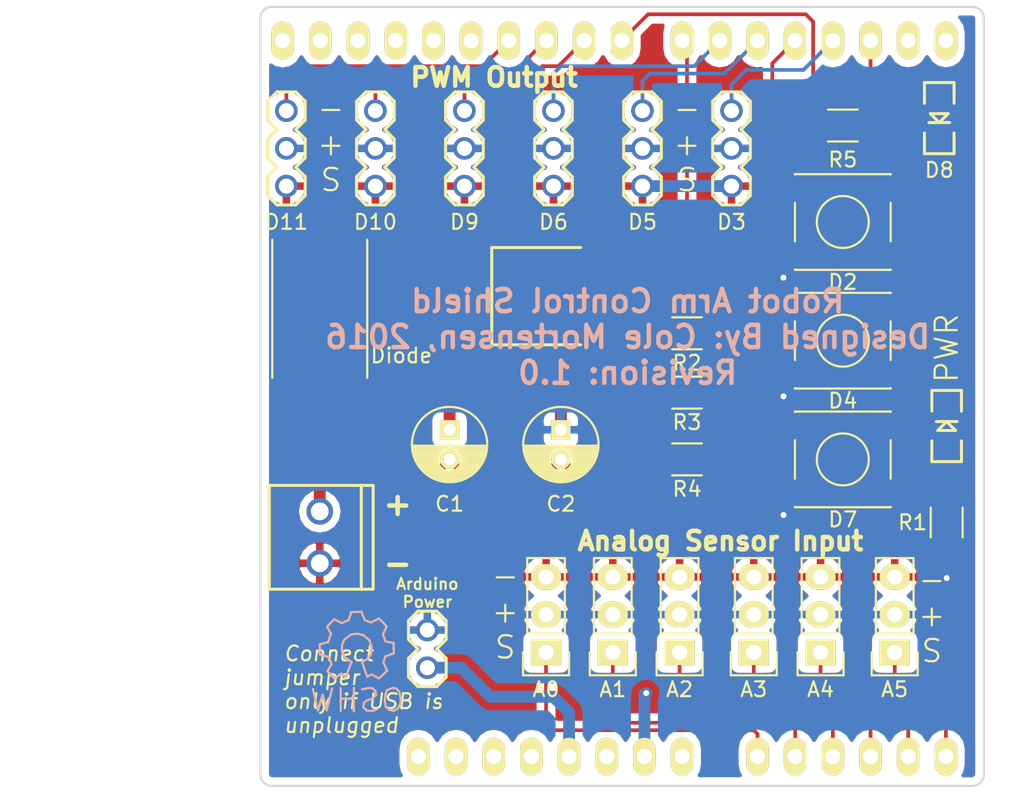
<source format=kicad_pcb>
(kicad_pcb (version 4) (host pcbnew 4.0.4-stable)

  (general
    (links 70)
    (no_connects 6)
    (area 89 52.5 158.420501 111.5192)
    (thickness 1.6)
    (drawings 21)
    (tracks 141)
    (zones 0)
    (modules 30)
    (nets 38)
  )

  (page A4)
  (layers
    (0 F.Cu mixed)
    (31 B.Cu mixed)
    (36 B.SilkS user)
    (37 F.SilkS user)
    (38 B.Mask user)
    (39 F.Mask user)
    (40 Dwgs.User user hide)
    (41 Cmts.User user hide)
    (42 Eco1.User user hide)
    (43 Eco2.User user hide)
    (44 Edge.Cuts user)
    (45 Margin user)
  )

  (setup
    (last_trace_width 0.25)
    (trace_clearance 0.2)
    (zone_clearance 0.508)
    (zone_45_only no)
    (trace_min 0.2)
    (segment_width 0.2)
    (edge_width 0.15)
    (via_size 0.6)
    (via_drill 0.4)
    (via_min_size 0.4)
    (via_min_drill 0.3)
    (uvia_size 0.3)
    (uvia_drill 0.1)
    (uvias_allowed no)
    (uvia_min_size 0.2)
    (uvia_min_drill 0.1)
    (pcb_text_width 0.3)
    (pcb_text_size 1.5 1.5)
    (mod_edge_width 0.15)
    (mod_text_size 1 1)
    (mod_text_width 0.15)
    (pad_size 1.524 1.524)
    (pad_drill 0.762)
    (pad_to_mask_clearance 0.2)
    (aux_axis_origin 0 0)
    (visible_elements FFFFFF7F)
    (pcbplotparams
      (layerselection 0x010f0_80000001)
      (usegerberextensions false)
      (excludeedgelayer true)
      (linewidth 0.100000)
      (plotframeref false)
      (viasonmask false)
      (mode 1)
      (useauxorigin false)
      (hpglpennumber 1)
      (hpglpenspeed 20)
      (hpglpendiameter 15)
      (hpglpenoverlay 2)
      (psnegative false)
      (psa4output false)
      (plotreference true)
      (plotvalue true)
      (plotinvisibletext false)
      (padsonsilk false)
      (subtractmaskfromsilk false)
      (outputformat 1)
      (mirror false)
      (drillshape 0)
      (scaleselection 1)
      (outputdirectory ""))
  )

  (net 0 "")
  (net 1 "Net-(C1-Pad1)")
  (net 2 GND)
  (net 3 /5V)
  (net 4 "Net-(D1-Pad2)")
  (net 5 "Net-(LED1-PadA)")
  (net 6 "Net-(LED2-PadA)")
  (net 7 /A0)
  (net 8 /A1)
  (net 9 /A2)
  (net 10 /A3)
  (net 11 /A4)
  (net 12 /A5)
  (net 13 /PWM5)
  (net 14 /PWM4)
  (net 15 /PWM3)
  (net 16 /PWM2)
  (net 17 /PWM1)
  (net 18 /PWM0)
  (net 19 "Net-(P14-Pad2)")
  (net 20 /SW0)
  (net 21 /SW1)
  (net 22 /SW2)
  (net 23 /LED0)
  (net 24 "Net-(SHIELD1-PadV_IN)")
  (net 25 "Net-(SHIELD1-PadGND1)")
  (net 26 "Net-(SHIELD1-Pad3V3)")
  (net 27 "Net-(SHIELD1-PadRST)")
  (net 28 "Net-(SHIELD1-Pad0)")
  (net 29 "Net-(SHIELD1-Pad1)")
  (net 30 "Net-(SHIELD1-Pad12)")
  (net 31 "Net-(SHIELD1-Pad13)")
  (net 32 "Net-(SHIELD1-PadGND3)")
  (net 33 "Net-(SHIELD1-PadAREF)")
  (net 34 "Net-(SHIELD1-PadSDA)")
  (net 35 "Net-(SHIELD1-PadSCL)")
  (net 36 "Net-(SHIELD1-PadIO_R)")
  (net 37 "Net-(SHIELD1-PadNC)")

  (net_class Default "This is the default net class."
    (clearance 0.2)
    (trace_width 0.25)
    (via_dia 0.6)
    (via_drill 0.4)
    (uvia_dia 0.3)
    (uvia_drill 0.1)
    (add_net /A0)
    (add_net /A1)
    (add_net /A2)
    (add_net /A3)
    (add_net /A4)
    (add_net /A5)
    (add_net /LED0)
    (add_net /PWM0)
    (add_net /PWM1)
    (add_net /PWM2)
    (add_net /PWM3)
    (add_net /PWM4)
    (add_net /PWM5)
    (add_net /SW0)
    (add_net /SW1)
    (add_net /SW2)
    (add_net "Net-(LED2-PadA)")
    (add_net "Net-(SHIELD1-Pad0)")
    (add_net "Net-(SHIELD1-Pad1)")
    (add_net "Net-(SHIELD1-Pad12)")
    (add_net "Net-(SHIELD1-Pad13)")
    (add_net "Net-(SHIELD1-Pad3V3)")
    (add_net "Net-(SHIELD1-PadAREF)")
    (add_net "Net-(SHIELD1-PadGND1)")
    (add_net "Net-(SHIELD1-PadGND3)")
    (add_net "Net-(SHIELD1-PadIO_R)")
    (add_net "Net-(SHIELD1-PadNC)")
    (add_net "Net-(SHIELD1-PadRST)")
    (add_net "Net-(SHIELD1-PadSCL)")
    (add_net "Net-(SHIELD1-PadSDA)")
    (add_net "Net-(SHIELD1-PadV_IN)")
  )

  (net_class Power ""
    (clearance 0.2)
    (trace_width 0.8)
    (via_dia 0.6)
    (via_drill 0.4)
    (uvia_dia 0.3)
    (uvia_drill 0.1)
    (add_net /5V)
    (add_net GND)
    (add_net "Net-(C1-Pad1)")
    (add_net "Net-(D1-Pad2)")
    (add_net "Net-(LED1-PadA)")
    (add_net "Net-(P14-Pad2)")
  )

  (module FT:ARDUINO_SHIELD (layer F.Cu) (tedit 5801680C) (tstamp 57FF0C93)
    (at 89.45 111.0692)
    (descr http://www.thingiverse.com/thing:9630)
    (path /57FD3229)
    (fp_text reference SHIELD1 (at 5.715 -57.15) (layer Eco1.User) hide
      (effects (font (thickness 0.3048)))
    )
    (fp_text value ARDUINO_SHIELD (at 10.16 -54.61) (layer F.SilkS) hide
      (effects (font (thickness 0.3048)))
    )
    (fp_line (start 66.04 -40.64) (end 66.04 -52.07) (layer Cmts.User) (width 0.381))
    (fp_line (start 66.04 -52.07) (end 64.77 -53.34) (layer Cmts.User) (width 0.381))
    (fp_line (start 64.77 -53.34) (end 0 -53.34) (layer Cmts.User) (width 0.381))
    (fp_line (start 66.04 0) (end 0 0) (layer Cmts.User) (width 0.381))
    (fp_line (start 0 0) (end 0 -53.34) (layer Cmts.User) (width 0.381))
    (fp_line (start 66.04 -40.64) (end 68.58 -38.1) (layer Cmts.User) (width 0.381))
    (fp_line (start 68.58 -38.1) (end 68.58 -5.08) (layer Cmts.User) (width 0.381))
    (fp_line (start 68.58 -5.08) (end 66.04 -2.54) (layer Cmts.User) (width 0.381))
    (fp_line (start 66.04 -2.54) (end 66.04 0) (layer Cmts.User) (width 0.381))
    (pad AD5 thru_hole oval (at 63.5 -2.54 90) (size 2.54 1.524) (drill 1.016) (layers *.Cu *.Mask F.SilkS)
      (net 12 /A5))
    (pad AD4 thru_hole oval (at 60.96 -2.54 90) (size 2.54 1.524) (drill 1.016) (layers *.Cu *.Mask F.SilkS)
      (net 11 /A4))
    (pad AD3 thru_hole oval (at 58.42 -2.54 90) (size 2.54 1.524) (drill 1.016) (layers *.Cu *.Mask F.SilkS)
      (net 10 /A3))
    (pad AD0 thru_hole oval (at 50.8 -2.54 90) (size 2.54 1.524) (drill 1.016) (layers *.Cu *.Mask F.SilkS)
      (net 7 /A0))
    (pad AD1 thru_hole oval (at 53.34 -2.54 90) (size 2.54 1.524) (drill 1.016) (layers *.Cu *.Mask F.SilkS)
      (net 8 /A1))
    (pad AD2 thru_hole oval (at 55.88 -2.54 90) (size 2.54 1.524) (drill 1.016) (layers *.Cu *.Mask F.SilkS)
      (net 9 /A2))
    (pad V_IN thru_hole oval (at 45.72 -2.54 90) (size 2.54 1.524) (drill 1.016) (layers *.Cu *.Mask F.SilkS)
      (net 24 "Net-(SHIELD1-PadV_IN)"))
    (pad GND2 thru_hole oval (at 43.18 -2.54 90) (size 2.54 1.524) (drill 1.016) (layers *.Cu *.Mask F.SilkS)
      (net 2 GND))
    (pad GND1 thru_hole oval (at 40.64 -2.54 90) (size 2.54 1.524) (drill 1.016) (layers *.Cu *.Mask F.SilkS)
      (net 25 "Net-(SHIELD1-PadGND1)"))
    (pad 3V3 thru_hole oval (at 35.56 -2.54 90) (size 2.54 1.524) (drill 1.016) (layers *.Cu *.Mask F.SilkS)
      (net 26 "Net-(SHIELD1-Pad3V3)"))
    (pad RST thru_hole oval (at 33.02 -2.54 90) (size 2.54 1.524) (drill 1.016) (layers *.Cu *.Mask F.SilkS)
      (net 27 "Net-(SHIELD1-PadRST)"))
    (pad 0 thru_hole oval (at 63.5 -50.8 90) (size 2.54 1.524) (drill 1.016) (layers *.Cu *.Mask F.SilkS)
      (net 28 "Net-(SHIELD1-Pad0)"))
    (pad 1 thru_hole oval (at 60.96 -50.8 90) (size 2.54 1.524) (drill 1.016) (layers *.Cu *.Mask F.SilkS)
      (net 29 "Net-(SHIELD1-Pad1)"))
    (pad 2 thru_hole oval (at 58.42 -50.8 90) (size 2.54 1.524) (drill 1.016) (layers *.Cu *.Mask F.SilkS)
      (net 20 /SW0))
    (pad 3 thru_hole oval (at 55.88 -50.8 90) (size 2.54 1.524) (drill 1.016) (layers *.Cu *.Mask F.SilkS)
      (net 18 /PWM0))
    (pad 4 thru_hole oval (at 53.34 -50.8 90) (size 2.54 1.524) (drill 1.016) (layers *.Cu *.Mask F.SilkS)
      (net 21 /SW1))
    (pad 5 thru_hole oval (at 50.8 -50.8 90) (size 2.54 1.524) (drill 1.016) (layers *.Cu *.Mask F.SilkS)
      (net 17 /PWM1))
    (pad 6 thru_hole oval (at 48.26 -50.8 90) (size 2.54 1.524) (drill 1.016) (layers *.Cu *.Mask F.SilkS)
      (net 16 /PWM2))
    (pad 7 thru_hole oval (at 45.72 -50.8 90) (size 2.54 1.524) (drill 1.016) (layers *.Cu *.Mask F.SilkS)
      (net 22 /SW2))
    (pad 8 thru_hole oval (at 41.656 -50.8 90) (size 2.54 1.524) (drill 1.016) (layers *.Cu *.Mask F.SilkS)
      (net 23 /LED0))
    (pad 9 thru_hole oval (at 39.116 -50.8 90) (size 2.54 1.524) (drill 1.016) (layers *.Cu *.Mask F.SilkS)
      (net 15 /PWM3))
    (pad 10 thru_hole oval (at 36.576 -50.8 90) (size 2.54 1.524) (drill 1.016) (layers *.Cu *.Mask F.SilkS)
      (net 14 /PWM4))
    (pad 11 thru_hole oval (at 34.036 -50.8 90) (size 2.54 1.524) (drill 1.016) (layers *.Cu *.Mask F.SilkS)
      (net 13 /PWM5))
    (pad 12 thru_hole oval (at 31.496 -50.8 90) (size 2.54 1.524) (drill 1.016) (layers *.Cu *.Mask F.SilkS)
      (net 30 "Net-(SHIELD1-Pad12)"))
    (pad 13 thru_hole oval (at 28.956 -50.8 90) (size 2.54 1.524) (drill 1.016) (layers *.Cu *.Mask F.SilkS)
      (net 31 "Net-(SHIELD1-Pad13)"))
    (pad GND3 thru_hole oval (at 26.416 -50.8 90) (size 2.54 1.524) (drill 1.016) (layers *.Cu *.Mask F.SilkS)
      (net 32 "Net-(SHIELD1-PadGND3)"))
    (pad AREF thru_hole oval (at 23.876 -50.8 90) (size 2.54 1.524) (drill 1.016) (layers *.Cu *.Mask F.SilkS)
      (net 33 "Net-(SHIELD1-PadAREF)"))
    (pad 5V thru_hole oval (at 38.1 -2.54 90) (size 2.54 1.524) (drill 1.016) (layers *.Cu *.Mask F.SilkS)
      (net 19 "Net-(P14-Pad2)"))
    (pad SDA thru_hole oval (at 21.336 -50.8 90) (size 2.54 1.524) (drill 1.016) (layers *.Cu *.Mask F.SilkS)
      (net 34 "Net-(SHIELD1-PadSDA)"))
    (pad SCL thru_hole oval (at 18.796 -50.8 90) (size 2.54 1.524) (drill 1.016) (layers *.Cu *.Mask F.SilkS)
      (net 35 "Net-(SHIELD1-PadSCL)"))
    (pad IO_R thru_hole oval (at 30.48 -2.54 90) (size 2.54 1.524) (drill 1.016) (layers *.Cu *.Mask F.SilkS)
      (net 36 "Net-(SHIELD1-PadIO_R)"))
    (pad NC thru_hole oval (at 27.94 -2.54 90) (size 2.54 1.524) (drill 1.016) (layers *.Cu *.Mask F.SilkS)
      (net 37 "Net-(SHIELD1-PadNC)"))
  )

  (module Capacitors_ThroughHole:C_Radial_D5_L11_P2 (layer F.Cu) (tedit 57FF2426) (tstamp 57FF0BCF)
    (at 119.5 86.5 270)
    (descr "Radial Electrolytic Capacitor 5mm x Length 11mm, Pitch 2mm")
    (tags "Electrolytic Capacitor")
    (path /57FD2AE2)
    (fp_text reference C1 (at 5 0 360) (layer F.SilkS)
      (effects (font (size 1 1) (thickness 0.15)))
    )
    (fp_text value "0.33 uF" (at 1 3.8 270) (layer F.Fab)
      (effects (font (size 1 1) (thickness 0.15)))
    )
    (fp_line (start 1.075 -2.499) (end 1.075 2.499) (layer F.SilkS) (width 0.15))
    (fp_line (start 1.215 -2.491) (end 1.215 -0.154) (layer F.SilkS) (width 0.15))
    (fp_line (start 1.215 0.154) (end 1.215 2.491) (layer F.SilkS) (width 0.15))
    (fp_line (start 1.355 -2.475) (end 1.355 -0.473) (layer F.SilkS) (width 0.15))
    (fp_line (start 1.355 0.473) (end 1.355 2.475) (layer F.SilkS) (width 0.15))
    (fp_line (start 1.495 -2.451) (end 1.495 -0.62) (layer F.SilkS) (width 0.15))
    (fp_line (start 1.495 0.62) (end 1.495 2.451) (layer F.SilkS) (width 0.15))
    (fp_line (start 1.635 -2.418) (end 1.635 -0.712) (layer F.SilkS) (width 0.15))
    (fp_line (start 1.635 0.712) (end 1.635 2.418) (layer F.SilkS) (width 0.15))
    (fp_line (start 1.775 -2.377) (end 1.775 -0.768) (layer F.SilkS) (width 0.15))
    (fp_line (start 1.775 0.768) (end 1.775 2.377) (layer F.SilkS) (width 0.15))
    (fp_line (start 1.915 -2.327) (end 1.915 -0.795) (layer F.SilkS) (width 0.15))
    (fp_line (start 1.915 0.795) (end 1.915 2.327) (layer F.SilkS) (width 0.15))
    (fp_line (start 2.055 -2.266) (end 2.055 -0.798) (layer F.SilkS) (width 0.15))
    (fp_line (start 2.055 0.798) (end 2.055 2.266) (layer F.SilkS) (width 0.15))
    (fp_line (start 2.195 -2.196) (end 2.195 -0.776) (layer F.SilkS) (width 0.15))
    (fp_line (start 2.195 0.776) (end 2.195 2.196) (layer F.SilkS) (width 0.15))
    (fp_line (start 2.335 -2.114) (end 2.335 -0.726) (layer F.SilkS) (width 0.15))
    (fp_line (start 2.335 0.726) (end 2.335 2.114) (layer F.SilkS) (width 0.15))
    (fp_line (start 2.475 -2.019) (end 2.475 -0.644) (layer F.SilkS) (width 0.15))
    (fp_line (start 2.475 0.644) (end 2.475 2.019) (layer F.SilkS) (width 0.15))
    (fp_line (start 2.615 -1.908) (end 2.615 -0.512) (layer F.SilkS) (width 0.15))
    (fp_line (start 2.615 0.512) (end 2.615 1.908) (layer F.SilkS) (width 0.15))
    (fp_line (start 2.755 -1.78) (end 2.755 -0.265) (layer F.SilkS) (width 0.15))
    (fp_line (start 2.755 0.265) (end 2.755 1.78) (layer F.SilkS) (width 0.15))
    (fp_line (start 2.895 -1.631) (end 2.895 1.631) (layer F.SilkS) (width 0.15))
    (fp_line (start 3.035 -1.452) (end 3.035 1.452) (layer F.SilkS) (width 0.15))
    (fp_line (start 3.175 -1.233) (end 3.175 1.233) (layer F.SilkS) (width 0.15))
    (fp_line (start 3.315 -0.944) (end 3.315 0.944) (layer F.SilkS) (width 0.15))
    (fp_line (start 3.455 -0.472) (end 3.455 0.472) (layer F.SilkS) (width 0.15))
    (fp_circle (center 2 0) (end 2 -0.8) (layer F.SilkS) (width 0.15))
    (fp_circle (center 1 0) (end 1 -2.5375) (layer F.SilkS) (width 0.15))
    (fp_circle (center 1 0) (end 1 -2.8) (layer F.CrtYd) (width 0.05))
    (pad 1 thru_hole rect (at 0 0 270) (size 1.3 1.3) (drill 0.8) (layers *.Cu *.Mask F.SilkS)
      (net 1 "Net-(C1-Pad1)"))
    (pad 2 thru_hole circle (at 2 0 270) (size 1.3 1.3) (drill 0.8) (layers *.Cu *.Mask F.SilkS)
      (net 2 GND))
    (model Capacitors_ThroughHole.3dshapes/C_Radial_D5_L11_P2.wrl
      (at (xyz 0 0 0))
      (scale (xyz 1 1 1))
      (rotate (xyz 0 0 0))
    )
  )

  (module Capacitors_ThroughHole:C_Radial_D5_L11_P2 (layer F.Cu) (tedit 57FF28B3) (tstamp 57FF0BD5)
    (at 127 86.5 270)
    (descr "Radial Electrolytic Capacitor 5mm x Length 11mm, Pitch 2mm")
    (tags "Electrolytic Capacitor")
    (path /57FD2B2D)
    (fp_text reference C2 (at 5 0 360) (layer F.SilkS)
      (effects (font (size 1 1) (thickness 0.15)))
    )
    (fp_text value "0.1 uF" (at 1 3.8 270) (layer F.Fab)
      (effects (font (size 1 1) (thickness 0.15)))
    )
    (fp_line (start 1.075 -2.499) (end 1.075 2.499) (layer F.SilkS) (width 0.15))
    (fp_line (start 1.215 -2.491) (end 1.215 -0.154) (layer F.SilkS) (width 0.15))
    (fp_line (start 1.215 0.154) (end 1.215 2.491) (layer F.SilkS) (width 0.15))
    (fp_line (start 1.355 -2.475) (end 1.355 -0.473) (layer F.SilkS) (width 0.15))
    (fp_line (start 1.355 0.473) (end 1.355 2.475) (layer F.SilkS) (width 0.15))
    (fp_line (start 1.495 -2.451) (end 1.495 -0.62) (layer F.SilkS) (width 0.15))
    (fp_line (start 1.495 0.62) (end 1.495 2.451) (layer F.SilkS) (width 0.15))
    (fp_line (start 1.635 -2.418) (end 1.635 -0.712) (layer F.SilkS) (width 0.15))
    (fp_line (start 1.635 0.712) (end 1.635 2.418) (layer F.SilkS) (width 0.15))
    (fp_line (start 1.775 -2.377) (end 1.775 -0.768) (layer F.SilkS) (width 0.15))
    (fp_line (start 1.775 0.768) (end 1.775 2.377) (layer F.SilkS) (width 0.15))
    (fp_line (start 1.915 -2.327) (end 1.915 -0.795) (layer F.SilkS) (width 0.15))
    (fp_line (start 1.915 0.795) (end 1.915 2.327) (layer F.SilkS) (width 0.15))
    (fp_line (start 2.055 -2.266) (end 2.055 -0.798) (layer F.SilkS) (width 0.15))
    (fp_line (start 2.055 0.798) (end 2.055 2.266) (layer F.SilkS) (width 0.15))
    (fp_line (start 2.195 -2.196) (end 2.195 -0.776) (layer F.SilkS) (width 0.15))
    (fp_line (start 2.195 0.776) (end 2.195 2.196) (layer F.SilkS) (width 0.15))
    (fp_line (start 2.335 -2.114) (end 2.335 -0.726) (layer F.SilkS) (width 0.15))
    (fp_line (start 2.335 0.726) (end 2.335 2.114) (layer F.SilkS) (width 0.15))
    (fp_line (start 2.475 -2.019) (end 2.475 -0.644) (layer F.SilkS) (width 0.15))
    (fp_line (start 2.475 0.644) (end 2.475 2.019) (layer F.SilkS) (width 0.15))
    (fp_line (start 2.615 -1.908) (end 2.615 -0.512) (layer F.SilkS) (width 0.15))
    (fp_line (start 2.615 0.512) (end 2.615 1.908) (layer F.SilkS) (width 0.15))
    (fp_line (start 2.755 -1.78) (end 2.755 -0.265) (layer F.SilkS) (width 0.15))
    (fp_line (start 2.755 0.265) (end 2.755 1.78) (layer F.SilkS) (width 0.15))
    (fp_line (start 2.895 -1.631) (end 2.895 1.631) (layer F.SilkS) (width 0.15))
    (fp_line (start 3.035 -1.452) (end 3.035 1.452) (layer F.SilkS) (width 0.15))
    (fp_line (start 3.175 -1.233) (end 3.175 1.233) (layer F.SilkS) (width 0.15))
    (fp_line (start 3.315 -0.944) (end 3.315 0.944) (layer F.SilkS) (width 0.15))
    (fp_line (start 3.455 -0.472) (end 3.455 0.472) (layer F.SilkS) (width 0.15))
    (fp_circle (center 2 0) (end 2 -0.8) (layer F.SilkS) (width 0.15))
    (fp_circle (center 1 0) (end 1 -2.5375) (layer F.SilkS) (width 0.15))
    (fp_circle (center 1 0) (end 1 -2.8) (layer F.CrtYd) (width 0.05))
    (pad 1 thru_hole rect (at 0 0 270) (size 1.3 1.3) (drill 0.8) (layers *.Cu *.Mask F.SilkS)
      (net 3 /5V))
    (pad 2 thru_hole circle (at 2 0 270) (size 1.3 1.3) (drill 0.8) (layers *.Cu *.Mask F.SilkS)
      (net 2 GND))
    (model Capacitors_ThroughHole.3dshapes/C_Radial_D5_L11_P2.wrl
      (at (xyz 0 0 0))
      (scale (xyz 1 1 1))
      (rotate (xyz 0 0 0))
    )
  )

  (module Diodes_SMD:DO-214AB_Handsoldering (layer F.Cu) (tedit 57FF29F0) (tstamp 57FF0BDB)
    (at 110.75 79.5 270)
    (descr "Jedec DO-214AB diode package. Designed according to Fairchild SS32 datasheet.")
    (tags "DO-214AB diode Handsoldering")
    (path /57FDDE26)
    (attr smd)
    (fp_text reference Diode (at 2 -5.5 360) (layer F.SilkS)
      (effects (font (size 1 1) (thickness 0.15)))
    )
    (fp_text value D_Schottky (at 0 4.6 270) (layer F.Fab)
      (effects (font (size 1 1) (thickness 0.15)))
    )
    (fp_line (start -6.15 -3.45) (end 6.15 -3.45) (layer F.CrtYd) (width 0.05))
    (fp_line (start 6.15 -3.45) (end 6.15 3.45) (layer F.CrtYd) (width 0.05))
    (fp_line (start 6.15 3.45) (end -6.15 3.45) (layer F.CrtYd) (width 0.05))
    (fp_line (start -6.15 3.45) (end -6.15 -3.45) (layer F.CrtYd) (width 0.05))
    (fp_line (start 3.5 3.2) (end -5.8 3.2) (layer F.SilkS) (width 0.15))
    (fp_line (start -5.8 -3.2) (end 3.5 -3.2) (layer F.SilkS) (width 0.15))
    (pad 2 smd rect (at 4.1 0 270) (size 3.6 3.2) (layers F.Cu F.Mask)
      (net 4 "Net-(D1-Pad2)"))
    (pad 1 smd rect (at -4.1 0 270) (size 3.6 3.2) (layers F.Cu F.Mask)
      (net 1 "Net-(C1-Pad1)"))
    (model Diodes_SMD.3dshapes/DO-214AB_Handsoldering.wrl
      (at (xyz 0 0 0))
      (scale (xyz 0.39 0.39 0.39))
      (rotate (xyz 0 0 180))
    )
  )

  (module FT:LED-1206 (layer F.Cu) (tedit 0) (tstamp 57FF0BE1)
    (at 153 86.25 90)
    (path /57FDE5B6)
    (fp_text reference LED1 (at 0 -1 90) (layer Eco1.User)
      (effects (font (size 0.2 0.2) (thickness 0.03048)))
    )
    (fp_text value "Power LED" (at 0 0.95 90) (layer Eco1.User)
      (effects (font (size 0.2 0.2) (thickness 0.03048)))
    )
    (fp_line (start -0.99822 -0.99822) (end -2.39776 -0.99822) (layer F.SilkS) (width 0.2032))
    (fp_line (start -2.39776 -0.99822) (end -2.39776 0.99822) (layer F.SilkS) (width 0.2032))
    (fp_line (start -2.39776 0.99822) (end -0.99822 0.99822) (layer F.SilkS) (width 0.2032))
    (fp_line (start 0.99822 -0.99822) (end 2.39776 -0.99822) (layer F.SilkS) (width 0.2032))
    (fp_line (start 2.39776 -0.99822) (end 2.39776 0.99822) (layer F.SilkS) (width 0.2032))
    (fp_line (start 2.39776 0.99822) (end 0.99822 0.99822) (layer F.SilkS) (width 0.2032))
    (fp_line (start 0.29972 -0.6985) (end 0.29972 0) (layer F.SilkS) (width 0.2032))
    (fp_line (start 0.29972 0) (end 0.29972 0.6985) (layer F.SilkS) (width 0.2032))
    (fp_line (start 0.29972 0) (end -0.29972 -0.59944) (layer F.SilkS) (width 0.2032))
    (fp_line (start -0.29972 -0.59944) (end -0.29972 0.59944) (layer F.SilkS) (width 0.2032))
    (fp_line (start -0.29972 0.59944) (end 0.29972 0) (layer F.SilkS) (width 0.2032))
    (pad A smd rect (at -1.4986 0 90) (size 1.19888 1.39954) (layers F.Cu F.Mask)
      (net 5 "Net-(LED1-PadA)"))
    (pad K smd rect (at 1.4986 0 90) (size 1.19888 1.39954) (layers F.Cu F.Mask)
      (net 2 GND))
  )

  (module FT:LED-1206 (layer F.Cu) (tedit 0) (tstamp 57FF0BE7)
    (at 152.5 65.5 270)
    (path /57FE1656)
    (fp_text reference LED2 (at 0 -1 270) (layer Eco1.User)
      (effects (font (size 0.2 0.2) (thickness 0.03048)))
    )
    (fp_text value "Status LED" (at 0 0.95 270) (layer Eco1.User)
      (effects (font (size 0.2 0.2) (thickness 0.03048)))
    )
    (fp_line (start -0.99822 -0.99822) (end -2.39776 -0.99822) (layer F.SilkS) (width 0.2032))
    (fp_line (start -2.39776 -0.99822) (end -2.39776 0.99822) (layer F.SilkS) (width 0.2032))
    (fp_line (start -2.39776 0.99822) (end -0.99822 0.99822) (layer F.SilkS) (width 0.2032))
    (fp_line (start 0.99822 -0.99822) (end 2.39776 -0.99822) (layer F.SilkS) (width 0.2032))
    (fp_line (start 2.39776 -0.99822) (end 2.39776 0.99822) (layer F.SilkS) (width 0.2032))
    (fp_line (start 2.39776 0.99822) (end 0.99822 0.99822) (layer F.SilkS) (width 0.2032))
    (fp_line (start 0.29972 -0.6985) (end 0.29972 0) (layer F.SilkS) (width 0.2032))
    (fp_line (start 0.29972 0) (end 0.29972 0.6985) (layer F.SilkS) (width 0.2032))
    (fp_line (start 0.29972 0) (end -0.29972 -0.59944) (layer F.SilkS) (width 0.2032))
    (fp_line (start -0.29972 -0.59944) (end -0.29972 0.59944) (layer F.SilkS) (width 0.2032))
    (fp_line (start -0.29972 0.59944) (end 0.29972 0) (layer F.SilkS) (width 0.2032))
    (pad A smd rect (at -1.4986 0 270) (size 1.19888 1.39954) (layers F.Cu F.Mask)
      (net 6 "Net-(LED2-PadA)"))
    (pad K smd rect (at 1.4986 0 270) (size 1.19888 1.39954) (layers F.Cu F.Mask)
      (net 2 GND))
  )

  (module FT:SCREWTERMINAL-3.5MM-2 (layer F.Cu) (tedit 54779525) (tstamp 57FF0BED)
    (at 110.75 95.5 90)
    (path /57FD2B55)
    (fp_text reference P1 (at 1.6 -1.9 90) (layer Eco1.User)
      (effects (font (size 0.6 0.6) (thickness 0.1)))
    )
    (fp_text value "Power Input" (at 1.8 1.8 90) (layer Eco1.User) hide
      (effects (font (size 0.6 0.6) (thickness 0.1)))
    )
    (fp_line (start -2.2 2.4) (end -2.2 1.7) (layer Cmts.User) (width 0.1))
    (fp_line (start -2.2 1.7) (end -1.8 1.7) (layer Cmts.User) (width 0.1))
    (fp_line (start 5.2 2.3) (end 4.9 2.3) (layer Cmts.User) (width 0.1))
    (fp_line (start 4.9 2.3) (end 4.9 1.8) (layer Cmts.User) (width 0.1))
    (fp_line (start 4.9 1.8) (end 5.2 1.8) (layer Cmts.User) (width 0.1))
    (fp_line (start -1.7 -3.1) (end -1.3 -3.1) (layer Cmts.User) (width 0.1))
    (fp_line (start -1.3 -3.1) (end -1.3 -2.2) (layer Cmts.User) (width 0.1))
    (fp_line (start -1.3 -2.2) (end -1.7 -2.2) (layer Cmts.User) (width 0.1))
    (fp_line (start 5.6 -3) (end 5.6 -2.3) (layer Cmts.User) (width 0.1))
    (fp_line (start 5.6 -3) (end 5.2 -3) (layer Cmts.User) (width 0.1))
    (fp_line (start 5.6 -2.3) (end 5.2 -2.3) (layer B.Adhes) (width 0.1))
    (fp_line (start -2.2 2.4) (end -1.8 2.4) (layer Cmts.User) (width 0.1))
    (fp_line (start -1.74752 -3.39852) (end 5.24764 -3.39852) (layer F.SilkS) (width 0.2032))
    (fp_line (start 5.24764 -3.39852) (end 5.24764 2.79908) (layer F.SilkS) (width 0.2032))
    (fp_line (start 5.24764 2.79908) (end 5.24764 3.59918) (layer F.SilkS) (width 0.2032))
    (fp_line (start 5.24764 3.59918) (end -1.74752 3.59918) (layer F.SilkS) (width 0.2032))
    (fp_line (start -1.74752 3.59918) (end -1.74752 2.79908) (layer F.SilkS) (width 0.2032))
    (fp_line (start -1.74752 2.79908) (end -1.74752 -3.39852) (layer F.SilkS) (width 0.2032))
    (fp_line (start 5.24764 2.79908) (end -1.74752 2.79908) (layer F.SilkS) (width 0.2032))
    (pad 1 thru_hole oval (at 0 0 90) (size 1.79832 1.79832) (drill 1.19888) (layers *.Cu *.Mask)
      (net 2 GND))
    (pad 2 thru_hole oval (at 3.49758 0 90) (size 1.79832 1.79832) (drill 1.19888) (layers *.Cu *.Mask)
      (net 4 "Net-(D1-Pad2)"))
  )

  (module Socket_Strips:Socket_Strip_Straight_1x03 (layer F.Cu) (tedit 57FF28A5) (tstamp 57FF0BF4)
    (at 126 101.5 90)
    (descr "Through hole socket strip")
    (tags "socket strip")
    (path /57FD48C8)
    (fp_text reference A0 (at -2.5 0 180) (layer F.SilkS)
      (effects (font (size 1 1) (thickness 0.15)))
    )
    (fp_text value "Analog In 0" (at 0 -3.1 90) (layer F.Fab)
      (effects (font (size 1 1) (thickness 0.15)))
    )
    (fp_line (start 0 -1.55) (end -1.55 -1.55) (layer F.SilkS) (width 0.15))
    (fp_line (start -1.55 -1.55) (end -1.55 1.55) (layer F.SilkS) (width 0.15))
    (fp_line (start -1.55 1.55) (end 0 1.55) (layer F.SilkS) (width 0.15))
    (fp_line (start -1.75 -1.75) (end -1.75 1.75) (layer F.CrtYd) (width 0.05))
    (fp_line (start 6.85 -1.75) (end 6.85 1.75) (layer F.CrtYd) (width 0.05))
    (fp_line (start -1.75 -1.75) (end 6.85 -1.75) (layer F.CrtYd) (width 0.05))
    (fp_line (start -1.75 1.75) (end 6.85 1.75) (layer F.CrtYd) (width 0.05))
    (fp_line (start 1.27 -1.27) (end 6.35 -1.27) (layer F.SilkS) (width 0.15))
    (fp_line (start 6.35 -1.27) (end 6.35 1.27) (layer F.SilkS) (width 0.15))
    (fp_line (start 6.35 1.27) (end 1.27 1.27) (layer F.SilkS) (width 0.15))
    (fp_line (start 1.27 1.27) (end 1.27 -1.27) (layer F.SilkS) (width 0.15))
    (pad 1 thru_hole rect (at 0 0 90) (size 1.7272 2.032) (drill 1.016) (layers *.Cu *.Mask F.SilkS)
      (net 7 /A0))
    (pad 2 thru_hole oval (at 2.54 0 90) (size 1.7272 2.032) (drill 1.016) (layers *.Cu *.Mask F.SilkS)
      (net 3 /5V))
    (pad 3 thru_hole oval (at 5.08 0 90) (size 1.7272 2.032) (drill 1.016) (layers *.Cu *.Mask F.SilkS)
      (net 2 GND))
    (model Socket_Strips.3dshapes/Socket_Strip_Straight_1x03.wrl
      (at (xyz 0.1 0 0))
      (scale (xyz 1 1 1))
      (rotate (xyz 0 0 180))
    )
  )

  (module Socket_Strips:Socket_Strip_Straight_1x03 (layer F.Cu) (tedit 57FF2715) (tstamp 57FF0BFB)
    (at 130.5 101.5 90)
    (descr "Through hole socket strip")
    (tags "socket strip")
    (path /57FD48C2)
    (fp_text reference A1 (at -2.5 0 180) (layer F.SilkS)
      (effects (font (size 1 1) (thickness 0.15)))
    )
    (fp_text value "Analog In 1" (at 0 -3.1 90) (layer F.Fab)
      (effects (font (size 1 1) (thickness 0.15)))
    )
    (fp_line (start 0 -1.55) (end -1.55 -1.55) (layer F.SilkS) (width 0.15))
    (fp_line (start -1.55 -1.55) (end -1.55 1.55) (layer F.SilkS) (width 0.15))
    (fp_line (start -1.55 1.55) (end 0 1.55) (layer F.SilkS) (width 0.15))
    (fp_line (start -1.75 -1.75) (end -1.75 1.75) (layer F.CrtYd) (width 0.05))
    (fp_line (start 6.85 -1.75) (end 6.85 1.75) (layer F.CrtYd) (width 0.05))
    (fp_line (start -1.75 -1.75) (end 6.85 -1.75) (layer F.CrtYd) (width 0.05))
    (fp_line (start -1.75 1.75) (end 6.85 1.75) (layer F.CrtYd) (width 0.05))
    (fp_line (start 1.27 -1.27) (end 6.35 -1.27) (layer F.SilkS) (width 0.15))
    (fp_line (start 6.35 -1.27) (end 6.35 1.27) (layer F.SilkS) (width 0.15))
    (fp_line (start 6.35 1.27) (end 1.27 1.27) (layer F.SilkS) (width 0.15))
    (fp_line (start 1.27 1.27) (end 1.27 -1.27) (layer F.SilkS) (width 0.15))
    (pad 1 thru_hole rect (at 0 0 90) (size 1.7272 2.032) (drill 1.016) (layers *.Cu *.Mask F.SilkS)
      (net 8 /A1))
    (pad 2 thru_hole oval (at 2.54 0 90) (size 1.7272 2.032) (drill 1.016) (layers *.Cu *.Mask F.SilkS)
      (net 3 /5V))
    (pad 3 thru_hole oval (at 5.08 0 90) (size 1.7272 2.032) (drill 1.016) (layers *.Cu *.Mask F.SilkS)
      (net 2 GND))
    (model Socket_Strips.3dshapes/Socket_Strip_Straight_1x03.wrl
      (at (xyz 0.1 0 0))
      (scale (xyz 1 1 1))
      (rotate (xyz 0 0 180))
    )
  )

  (module Socket_Strips:Socket_Strip_Straight_1x03 (layer F.Cu) (tedit 57FF271F) (tstamp 57FF0C02)
    (at 135 101.5 90)
    (descr "Through hole socket strip")
    (tags "socket strip")
    (path /57FD48BC)
    (fp_text reference A2 (at -2.5 0 180) (layer F.SilkS)
      (effects (font (size 1 1) (thickness 0.15)))
    )
    (fp_text value "Analog In 2" (at 0 -3.1 90) (layer F.Fab)
      (effects (font (size 1 1) (thickness 0.15)))
    )
    (fp_line (start 0 -1.55) (end -1.55 -1.55) (layer F.SilkS) (width 0.15))
    (fp_line (start -1.55 -1.55) (end -1.55 1.55) (layer F.SilkS) (width 0.15))
    (fp_line (start -1.55 1.55) (end 0 1.55) (layer F.SilkS) (width 0.15))
    (fp_line (start -1.75 -1.75) (end -1.75 1.75) (layer F.CrtYd) (width 0.05))
    (fp_line (start 6.85 -1.75) (end 6.85 1.75) (layer F.CrtYd) (width 0.05))
    (fp_line (start -1.75 -1.75) (end 6.85 -1.75) (layer F.CrtYd) (width 0.05))
    (fp_line (start -1.75 1.75) (end 6.85 1.75) (layer F.CrtYd) (width 0.05))
    (fp_line (start 1.27 -1.27) (end 6.35 -1.27) (layer F.SilkS) (width 0.15))
    (fp_line (start 6.35 -1.27) (end 6.35 1.27) (layer F.SilkS) (width 0.15))
    (fp_line (start 6.35 1.27) (end 1.27 1.27) (layer F.SilkS) (width 0.15))
    (fp_line (start 1.27 1.27) (end 1.27 -1.27) (layer F.SilkS) (width 0.15))
    (pad 1 thru_hole rect (at 0 0 90) (size 1.7272 2.032) (drill 1.016) (layers *.Cu *.Mask F.SilkS)
      (net 9 /A2))
    (pad 2 thru_hole oval (at 2.54 0 90) (size 1.7272 2.032) (drill 1.016) (layers *.Cu *.Mask F.SilkS)
      (net 3 /5V))
    (pad 3 thru_hole oval (at 5.08 0 90) (size 1.7272 2.032) (drill 1.016) (layers *.Cu *.Mask F.SilkS)
      (net 2 GND))
    (model Socket_Strips.3dshapes/Socket_Strip_Straight_1x03.wrl
      (at (xyz 0.1 0 0))
      (scale (xyz 1 1 1))
      (rotate (xyz 0 0 180))
    )
  )

  (module Socket_Strips:Socket_Strip_Straight_1x03 (layer F.Cu) (tedit 57FF2731) (tstamp 57FF0C09)
    (at 140 101.5 90)
    (descr "Through hole socket strip")
    (tags "socket strip")
    (path /57FD48B6)
    (fp_text reference A3 (at -2.5 0 180) (layer F.SilkS)
      (effects (font (size 1 1) (thickness 0.15)))
    )
    (fp_text value "Analog In 3" (at 0 -3.1 90) (layer F.Fab)
      (effects (font (size 1 1) (thickness 0.15)))
    )
    (fp_line (start 0 -1.55) (end -1.55 -1.55) (layer F.SilkS) (width 0.15))
    (fp_line (start -1.55 -1.55) (end -1.55 1.55) (layer F.SilkS) (width 0.15))
    (fp_line (start -1.55 1.55) (end 0 1.55) (layer F.SilkS) (width 0.15))
    (fp_line (start -1.75 -1.75) (end -1.75 1.75) (layer F.CrtYd) (width 0.05))
    (fp_line (start 6.85 -1.75) (end 6.85 1.75) (layer F.CrtYd) (width 0.05))
    (fp_line (start -1.75 -1.75) (end 6.85 -1.75) (layer F.CrtYd) (width 0.05))
    (fp_line (start -1.75 1.75) (end 6.85 1.75) (layer F.CrtYd) (width 0.05))
    (fp_line (start 1.27 -1.27) (end 6.35 -1.27) (layer F.SilkS) (width 0.15))
    (fp_line (start 6.35 -1.27) (end 6.35 1.27) (layer F.SilkS) (width 0.15))
    (fp_line (start 6.35 1.27) (end 1.27 1.27) (layer F.SilkS) (width 0.15))
    (fp_line (start 1.27 1.27) (end 1.27 -1.27) (layer F.SilkS) (width 0.15))
    (pad 1 thru_hole rect (at 0 0 90) (size 1.7272 2.032) (drill 1.016) (layers *.Cu *.Mask F.SilkS)
      (net 10 /A3))
    (pad 2 thru_hole oval (at 2.54 0 90) (size 1.7272 2.032) (drill 1.016) (layers *.Cu *.Mask F.SilkS)
      (net 3 /5V))
    (pad 3 thru_hole oval (at 5.08 0 90) (size 1.7272 2.032) (drill 1.016) (layers *.Cu *.Mask F.SilkS)
      (net 2 GND))
    (model Socket_Strips.3dshapes/Socket_Strip_Straight_1x03.wrl
      (at (xyz 0.1 0 0))
      (scale (xyz 1 1 1))
      (rotate (xyz 0 0 180))
    )
  )

  (module Socket_Strips:Socket_Strip_Straight_1x03 (layer F.Cu) (tedit 57FF273B) (tstamp 57FF0C10)
    (at 144.5 101.5 90)
    (descr "Through hole socket strip")
    (tags "socket strip")
    (path /57FD48B0)
    (fp_text reference A4 (at -2.5 0 180) (layer F.SilkS)
      (effects (font (size 1 1) (thickness 0.15)))
    )
    (fp_text value "Analog In 4" (at 0 -3.1 90) (layer F.Fab)
      (effects (font (size 1 1) (thickness 0.15)))
    )
    (fp_line (start 0 -1.55) (end -1.55 -1.55) (layer F.SilkS) (width 0.15))
    (fp_line (start -1.55 -1.55) (end -1.55 1.55) (layer F.SilkS) (width 0.15))
    (fp_line (start -1.55 1.55) (end 0 1.55) (layer F.SilkS) (width 0.15))
    (fp_line (start -1.75 -1.75) (end -1.75 1.75) (layer F.CrtYd) (width 0.05))
    (fp_line (start 6.85 -1.75) (end 6.85 1.75) (layer F.CrtYd) (width 0.05))
    (fp_line (start -1.75 -1.75) (end 6.85 -1.75) (layer F.CrtYd) (width 0.05))
    (fp_line (start -1.75 1.75) (end 6.85 1.75) (layer F.CrtYd) (width 0.05))
    (fp_line (start 1.27 -1.27) (end 6.35 -1.27) (layer F.SilkS) (width 0.15))
    (fp_line (start 6.35 -1.27) (end 6.35 1.27) (layer F.SilkS) (width 0.15))
    (fp_line (start 6.35 1.27) (end 1.27 1.27) (layer F.SilkS) (width 0.15))
    (fp_line (start 1.27 1.27) (end 1.27 -1.27) (layer F.SilkS) (width 0.15))
    (pad 1 thru_hole rect (at 0 0 90) (size 1.7272 2.032) (drill 1.016) (layers *.Cu *.Mask F.SilkS)
      (net 11 /A4))
    (pad 2 thru_hole oval (at 2.54 0 90) (size 1.7272 2.032) (drill 1.016) (layers *.Cu *.Mask F.SilkS)
      (net 3 /5V))
    (pad 3 thru_hole oval (at 5.08 0 90) (size 1.7272 2.032) (drill 1.016) (layers *.Cu *.Mask F.SilkS)
      (net 2 GND))
    (model Socket_Strips.3dshapes/Socket_Strip_Straight_1x03.wrl
      (at (xyz 0.1 0 0))
      (scale (xyz 1 1 1))
      (rotate (xyz 0 0 180))
    )
  )

  (module Socket_Strips:Socket_Strip_Straight_1x03 (layer F.Cu) (tedit 57FF274A) (tstamp 57FF0C17)
    (at 149.5 101.5 90)
    (descr "Through hole socket strip")
    (tags "socket strip")
    (path /57FD48CE)
    (fp_text reference A5 (at -2.5 0 180) (layer F.SilkS)
      (effects (font (size 1 1) (thickness 0.15)))
    )
    (fp_text value "Analog In 5" (at 0 -3.1 90) (layer F.Fab)
      (effects (font (size 1 1) (thickness 0.15)))
    )
    (fp_line (start 0 -1.55) (end -1.55 -1.55) (layer F.SilkS) (width 0.15))
    (fp_line (start -1.55 -1.55) (end -1.55 1.55) (layer F.SilkS) (width 0.15))
    (fp_line (start -1.55 1.55) (end 0 1.55) (layer F.SilkS) (width 0.15))
    (fp_line (start -1.75 -1.75) (end -1.75 1.75) (layer F.CrtYd) (width 0.05))
    (fp_line (start 6.85 -1.75) (end 6.85 1.75) (layer F.CrtYd) (width 0.05))
    (fp_line (start -1.75 -1.75) (end 6.85 -1.75) (layer F.CrtYd) (width 0.05))
    (fp_line (start -1.75 1.75) (end 6.85 1.75) (layer F.CrtYd) (width 0.05))
    (fp_line (start 1.27 -1.27) (end 6.35 -1.27) (layer F.SilkS) (width 0.15))
    (fp_line (start 6.35 -1.27) (end 6.35 1.27) (layer F.SilkS) (width 0.15))
    (fp_line (start 6.35 1.27) (end 1.27 1.27) (layer F.SilkS) (width 0.15))
    (fp_line (start 1.27 1.27) (end 1.27 -1.27) (layer F.SilkS) (width 0.15))
    (pad 1 thru_hole rect (at 0 0 90) (size 1.7272 2.032) (drill 1.016) (layers *.Cu *.Mask F.SilkS)
      (net 12 /A5))
    (pad 2 thru_hole oval (at 2.54 0 90) (size 1.7272 2.032) (drill 1.016) (layers *.Cu *.Mask F.SilkS)
      (net 3 /5V))
    (pad 3 thru_hole oval (at 5.08 0 90) (size 1.7272 2.032) (drill 1.016) (layers *.Cu *.Mask F.SilkS)
      (net 2 GND))
    (model Socket_Strips.3dshapes/Socket_Strip_Straight_1x03.wrl
      (at (xyz 0.1 0 0))
      (scale (xyz 1 1 1))
      (rotate (xyz 0 0 180))
    )
  )

  (module FT:1X03 (layer F.Cu) (tedit 57FF2920) (tstamp 57FF0C1E)
    (at 108.5 65 270)
    (path /57FD41B1)
    (fp_text reference D11 (at 7.5 0 360) (layer F.SilkS)
      (effects (font (size 1 1) (thickness 0.15)))
    )
    (fp_text value "Motor 5" (at 2.6 1.6 270) (layer Eco1.User)
      (effects (font (size 0.2 0.2) (thickness 0.05)))
    )
    (fp_line (start 3.81 -0.635) (end 4.445 -1.27) (layer F.SilkS) (width 0.2032))
    (fp_line (start 4.445 -1.27) (end 5.715 -1.27) (layer F.SilkS) (width 0.2032))
    (fp_line (start 5.715 -1.27) (end 6.35 -0.635) (layer F.SilkS) (width 0.2032))
    (fp_line (start 6.35 0.635) (end 5.715 1.27) (layer F.SilkS) (width 0.2032))
    (fp_line (start 5.715 1.27) (end 4.445 1.27) (layer F.SilkS) (width 0.2032))
    (fp_line (start 4.445 1.27) (end 3.81 0.635) (layer F.SilkS) (width 0.2032))
    (fp_line (start -0.635 -1.27) (end 0.635 -1.27) (layer F.SilkS) (width 0.2032))
    (fp_line (start 0.635 -1.27) (end 1.27 -0.635) (layer F.SilkS) (width 0.2032))
    (fp_line (start 1.27 0.635) (end 0.635 1.27) (layer F.SilkS) (width 0.2032))
    (fp_line (start 1.27 -0.635) (end 1.905 -1.27) (layer F.SilkS) (width 0.2032))
    (fp_line (start 1.905 -1.27) (end 3.175 -1.27) (layer F.SilkS) (width 0.2032))
    (fp_line (start 3.175 -1.27) (end 3.81 -0.635) (layer F.SilkS) (width 0.2032))
    (fp_line (start 3.81 0.635) (end 3.175 1.27) (layer F.SilkS) (width 0.2032))
    (fp_line (start 3.175 1.27) (end 1.905 1.27) (layer F.SilkS) (width 0.2032))
    (fp_line (start 1.905 1.27) (end 1.27 0.635) (layer F.SilkS) (width 0.2032))
    (fp_line (start -1.27 -0.635) (end -1.27 0.635) (layer F.SilkS) (width 0.2032))
    (fp_line (start -0.635 -1.27) (end -1.27 -0.635) (layer F.SilkS) (width 0.2032))
    (fp_line (start -1.27 0.635) (end -0.635 1.27) (layer F.SilkS) (width 0.2032))
    (fp_line (start 0.635 1.27) (end -0.635 1.27) (layer F.SilkS) (width 0.2032))
    (fp_line (start 6.35 -0.635) (end 6.35 0.635) (layer F.SilkS) (width 0.2032))
    (pad 1 thru_hole oval (at 0 0) (size 1.524 1.524) (drill 1.016) (layers *.Cu *.Mask)
      (net 13 /PWM5))
    (pad 2 thru_hole oval (at 2.54 0) (size 1.524 1.524) (drill 1.016) (layers *.Cu *.Mask)
      (net 3 /5V))
    (pad 3 thru_hole oval (at 5.08 0) (size 1.524 1.524) (drill 1.016) (layers *.Cu *.Mask)
      (net 2 GND))
  )

  (module FT:1X03 (layer F.Cu) (tedit 57FF28F6) (tstamp 57FF0C25)
    (at 114.5 65 270)
    (path /57FD3E6D)
    (fp_text reference D10 (at 7.5 0 360) (layer F.SilkS)
      (effects (font (size 1 1) (thickness 0.15)))
    )
    (fp_text value "Motor 4" (at 2.6 1.6 270) (layer Eco1.User)
      (effects (font (size 0.2 0.2) (thickness 0.05)))
    )
    (fp_line (start 3.81 -0.635) (end 4.445 -1.27) (layer F.SilkS) (width 0.2032))
    (fp_line (start 4.445 -1.27) (end 5.715 -1.27) (layer F.SilkS) (width 0.2032))
    (fp_line (start 5.715 -1.27) (end 6.35 -0.635) (layer F.SilkS) (width 0.2032))
    (fp_line (start 6.35 0.635) (end 5.715 1.27) (layer F.SilkS) (width 0.2032))
    (fp_line (start 5.715 1.27) (end 4.445 1.27) (layer F.SilkS) (width 0.2032))
    (fp_line (start 4.445 1.27) (end 3.81 0.635) (layer F.SilkS) (width 0.2032))
    (fp_line (start -0.635 -1.27) (end 0.635 -1.27) (layer F.SilkS) (width 0.2032))
    (fp_line (start 0.635 -1.27) (end 1.27 -0.635) (layer F.SilkS) (width 0.2032))
    (fp_line (start 1.27 0.635) (end 0.635 1.27) (layer F.SilkS) (width 0.2032))
    (fp_line (start 1.27 -0.635) (end 1.905 -1.27) (layer F.SilkS) (width 0.2032))
    (fp_line (start 1.905 -1.27) (end 3.175 -1.27) (layer F.SilkS) (width 0.2032))
    (fp_line (start 3.175 -1.27) (end 3.81 -0.635) (layer F.SilkS) (width 0.2032))
    (fp_line (start 3.81 0.635) (end 3.175 1.27) (layer F.SilkS) (width 0.2032))
    (fp_line (start 3.175 1.27) (end 1.905 1.27) (layer F.SilkS) (width 0.2032))
    (fp_line (start 1.905 1.27) (end 1.27 0.635) (layer F.SilkS) (width 0.2032))
    (fp_line (start -1.27 -0.635) (end -1.27 0.635) (layer F.SilkS) (width 0.2032))
    (fp_line (start -0.635 -1.27) (end -1.27 -0.635) (layer F.SilkS) (width 0.2032))
    (fp_line (start -1.27 0.635) (end -0.635 1.27) (layer F.SilkS) (width 0.2032))
    (fp_line (start 0.635 1.27) (end -0.635 1.27) (layer F.SilkS) (width 0.2032))
    (fp_line (start 6.35 -0.635) (end 6.35 0.635) (layer F.SilkS) (width 0.2032))
    (pad 1 thru_hole oval (at 0 0) (size 1.524 1.524) (drill 1.016) (layers *.Cu *.Mask)
      (net 14 /PWM4))
    (pad 2 thru_hole oval (at 2.54 0) (size 1.524 1.524) (drill 1.016) (layers *.Cu *.Mask)
      (net 3 /5V))
    (pad 3 thru_hole oval (at 5.08 0) (size 1.524 1.524) (drill 1.016) (layers *.Cu *.Mask)
      (net 2 GND))
  )

  (module FT:1X03 (layer F.Cu) (tedit 57FF28C6) (tstamp 57FF0C2C)
    (at 120.5 65 270)
    (path /57FD40CA)
    (fp_text reference D9 (at 7.5 0 360) (layer F.SilkS)
      (effects (font (size 1 1) (thickness 0.15)))
    )
    (fp_text value "Motor 3" (at 2.6 1.6 270) (layer Eco1.User)
      (effects (font (size 0.2 0.2) (thickness 0.05)))
    )
    (fp_line (start 3.81 -0.635) (end 4.445 -1.27) (layer F.SilkS) (width 0.2032))
    (fp_line (start 4.445 -1.27) (end 5.715 -1.27) (layer F.SilkS) (width 0.2032))
    (fp_line (start 5.715 -1.27) (end 6.35 -0.635) (layer F.SilkS) (width 0.2032))
    (fp_line (start 6.35 0.635) (end 5.715 1.27) (layer F.SilkS) (width 0.2032))
    (fp_line (start 5.715 1.27) (end 4.445 1.27) (layer F.SilkS) (width 0.2032))
    (fp_line (start 4.445 1.27) (end 3.81 0.635) (layer F.SilkS) (width 0.2032))
    (fp_line (start -0.635 -1.27) (end 0.635 -1.27) (layer F.SilkS) (width 0.2032))
    (fp_line (start 0.635 -1.27) (end 1.27 -0.635) (layer F.SilkS) (width 0.2032))
    (fp_line (start 1.27 0.635) (end 0.635 1.27) (layer F.SilkS) (width 0.2032))
    (fp_line (start 1.27 -0.635) (end 1.905 -1.27) (layer F.SilkS) (width 0.2032))
    (fp_line (start 1.905 -1.27) (end 3.175 -1.27) (layer F.SilkS) (width 0.2032))
    (fp_line (start 3.175 -1.27) (end 3.81 -0.635) (layer F.SilkS) (width 0.2032))
    (fp_line (start 3.81 0.635) (end 3.175 1.27) (layer F.SilkS) (width 0.2032))
    (fp_line (start 3.175 1.27) (end 1.905 1.27) (layer F.SilkS) (width 0.2032))
    (fp_line (start 1.905 1.27) (end 1.27 0.635) (layer F.SilkS) (width 0.2032))
    (fp_line (start -1.27 -0.635) (end -1.27 0.635) (layer F.SilkS) (width 0.2032))
    (fp_line (start -0.635 -1.27) (end -1.27 -0.635) (layer F.SilkS) (width 0.2032))
    (fp_line (start -1.27 0.635) (end -0.635 1.27) (layer F.SilkS) (width 0.2032))
    (fp_line (start 0.635 1.27) (end -0.635 1.27) (layer F.SilkS) (width 0.2032))
    (fp_line (start 6.35 -0.635) (end 6.35 0.635) (layer F.SilkS) (width 0.2032))
    (pad 1 thru_hole oval (at 0 0) (size 1.524 1.524) (drill 1.016) (layers *.Cu *.Mask)
      (net 15 /PWM3))
    (pad 2 thru_hole oval (at 2.54 0) (size 1.524 1.524) (drill 1.016) (layers *.Cu *.Mask)
      (net 3 /5V))
    (pad 3 thru_hole oval (at 5.08 0) (size 1.524 1.524) (drill 1.016) (layers *.Cu *.Mask)
      (net 2 GND))
  )

  (module FT:1X03 (layer F.Cu) (tedit 57FF298F) (tstamp 57FF0C33)
    (at 126.5 65 270)
    (path /57FD4111)
    (fp_text reference D6 (at 7.5 0 360) (layer F.SilkS)
      (effects (font (size 1 1) (thickness 0.15)))
    )
    (fp_text value "Motor 2" (at 2.6 1.6 270) (layer Eco1.User)
      (effects (font (size 0.2 0.2) (thickness 0.05)))
    )
    (fp_line (start 3.81 -0.635) (end 4.445 -1.27) (layer F.SilkS) (width 0.2032))
    (fp_line (start 4.445 -1.27) (end 5.715 -1.27) (layer F.SilkS) (width 0.2032))
    (fp_line (start 5.715 -1.27) (end 6.35 -0.635) (layer F.SilkS) (width 0.2032))
    (fp_line (start 6.35 0.635) (end 5.715 1.27) (layer F.SilkS) (width 0.2032))
    (fp_line (start 5.715 1.27) (end 4.445 1.27) (layer F.SilkS) (width 0.2032))
    (fp_line (start 4.445 1.27) (end 3.81 0.635) (layer F.SilkS) (width 0.2032))
    (fp_line (start -0.635 -1.27) (end 0.635 -1.27) (layer F.SilkS) (width 0.2032))
    (fp_line (start 0.635 -1.27) (end 1.27 -0.635) (layer F.SilkS) (width 0.2032))
    (fp_line (start 1.27 0.635) (end 0.635 1.27) (layer F.SilkS) (width 0.2032))
    (fp_line (start 1.27 -0.635) (end 1.905 -1.27) (layer F.SilkS) (width 0.2032))
    (fp_line (start 1.905 -1.27) (end 3.175 -1.27) (layer F.SilkS) (width 0.2032))
    (fp_line (start 3.175 -1.27) (end 3.81 -0.635) (layer F.SilkS) (width 0.2032))
    (fp_line (start 3.81 0.635) (end 3.175 1.27) (layer F.SilkS) (width 0.2032))
    (fp_line (start 3.175 1.27) (end 1.905 1.27) (layer F.SilkS) (width 0.2032))
    (fp_line (start 1.905 1.27) (end 1.27 0.635) (layer F.SilkS) (width 0.2032))
    (fp_line (start -1.27 -0.635) (end -1.27 0.635) (layer F.SilkS) (width 0.2032))
    (fp_line (start -0.635 -1.27) (end -1.27 -0.635) (layer F.SilkS) (width 0.2032))
    (fp_line (start -1.27 0.635) (end -0.635 1.27) (layer F.SilkS) (width 0.2032))
    (fp_line (start 0.635 1.27) (end -0.635 1.27) (layer F.SilkS) (width 0.2032))
    (fp_line (start 6.35 -0.635) (end 6.35 0.635) (layer F.SilkS) (width 0.2032))
    (pad 1 thru_hole oval (at 0 0) (size 1.524 1.524) (drill 1.016) (layers *.Cu *.Mask)
      (net 16 /PWM2))
    (pad 2 thru_hole oval (at 2.54 0) (size 1.524 1.524) (drill 1.016) (layers *.Cu *.Mask)
      (net 3 /5V))
    (pad 3 thru_hole oval (at 5.08 0) (size 1.524 1.524) (drill 1.016) (layers *.Cu *.Mask)
      (net 2 GND))
  )

  (module FT:1X03 (layer F.Cu) (tedit 57FF29B5) (tstamp 57FF0C3A)
    (at 132.5 65 270)
    (path /57FD4140)
    (fp_text reference D5 (at 7.5 0 360) (layer F.SilkS)
      (effects (font (size 1 1) (thickness 0.15)))
    )
    (fp_text value "Motor 1" (at 2.6 1.6 270) (layer Eco1.User)
      (effects (font (size 0.2 0.2) (thickness 0.05)))
    )
    (fp_line (start 3.81 -0.635) (end 4.445 -1.27) (layer F.SilkS) (width 0.2032))
    (fp_line (start 4.445 -1.27) (end 5.715 -1.27) (layer F.SilkS) (width 0.2032))
    (fp_line (start 5.715 -1.27) (end 6.35 -0.635) (layer F.SilkS) (width 0.2032))
    (fp_line (start 6.35 0.635) (end 5.715 1.27) (layer F.SilkS) (width 0.2032))
    (fp_line (start 5.715 1.27) (end 4.445 1.27) (layer F.SilkS) (width 0.2032))
    (fp_line (start 4.445 1.27) (end 3.81 0.635) (layer F.SilkS) (width 0.2032))
    (fp_line (start -0.635 -1.27) (end 0.635 -1.27) (layer F.SilkS) (width 0.2032))
    (fp_line (start 0.635 -1.27) (end 1.27 -0.635) (layer F.SilkS) (width 0.2032))
    (fp_line (start 1.27 0.635) (end 0.635 1.27) (layer F.SilkS) (width 0.2032))
    (fp_line (start 1.27 -0.635) (end 1.905 -1.27) (layer F.SilkS) (width 0.2032))
    (fp_line (start 1.905 -1.27) (end 3.175 -1.27) (layer F.SilkS) (width 0.2032))
    (fp_line (start 3.175 -1.27) (end 3.81 -0.635) (layer F.SilkS) (width 0.2032))
    (fp_line (start 3.81 0.635) (end 3.175 1.27) (layer F.SilkS) (width 0.2032))
    (fp_line (start 3.175 1.27) (end 1.905 1.27) (layer F.SilkS) (width 0.2032))
    (fp_line (start 1.905 1.27) (end 1.27 0.635) (layer F.SilkS) (width 0.2032))
    (fp_line (start -1.27 -0.635) (end -1.27 0.635) (layer F.SilkS) (width 0.2032))
    (fp_line (start -0.635 -1.27) (end -1.27 -0.635) (layer F.SilkS) (width 0.2032))
    (fp_line (start -1.27 0.635) (end -0.635 1.27) (layer F.SilkS) (width 0.2032))
    (fp_line (start 0.635 1.27) (end -0.635 1.27) (layer F.SilkS) (width 0.2032))
    (fp_line (start 6.35 -0.635) (end 6.35 0.635) (layer F.SilkS) (width 0.2032))
    (pad 1 thru_hole oval (at 0 0) (size 1.524 1.524) (drill 1.016) (layers *.Cu *.Mask)
      (net 17 /PWM1))
    (pad 2 thru_hole oval (at 2.54 0) (size 1.524 1.524) (drill 1.016) (layers *.Cu *.Mask)
      (net 3 /5V))
    (pad 3 thru_hole oval (at 5.08 0) (size 1.524 1.524) (drill 1.016) (layers *.Cu *.Mask)
      (net 2 GND))
  )

  (module FT:1X03 (layer F.Cu) (tedit 57FF29CE) (tstamp 57FF0C41)
    (at 138.5 65 270)
    (path /57FD4177)
    (fp_text reference D3 (at 7.5 0 360) (layer F.SilkS)
      (effects (font (size 1 1) (thickness 0.15)))
    )
    (fp_text value "Motor 0" (at 2.6 1.6 270) (layer Eco1.User)
      (effects (font (size 0.2 0.2) (thickness 0.05)))
    )
    (fp_line (start 3.81 -0.635) (end 4.445 -1.27) (layer F.SilkS) (width 0.2032))
    (fp_line (start 4.445 -1.27) (end 5.715 -1.27) (layer F.SilkS) (width 0.2032))
    (fp_line (start 5.715 -1.27) (end 6.35 -0.635) (layer F.SilkS) (width 0.2032))
    (fp_line (start 6.35 0.635) (end 5.715 1.27) (layer F.SilkS) (width 0.2032))
    (fp_line (start 5.715 1.27) (end 4.445 1.27) (layer F.SilkS) (width 0.2032))
    (fp_line (start 4.445 1.27) (end 3.81 0.635) (layer F.SilkS) (width 0.2032))
    (fp_line (start -0.635 -1.27) (end 0.635 -1.27) (layer F.SilkS) (width 0.2032))
    (fp_line (start 0.635 -1.27) (end 1.27 -0.635) (layer F.SilkS) (width 0.2032))
    (fp_line (start 1.27 0.635) (end 0.635 1.27) (layer F.SilkS) (width 0.2032))
    (fp_line (start 1.27 -0.635) (end 1.905 -1.27) (layer F.SilkS) (width 0.2032))
    (fp_line (start 1.905 -1.27) (end 3.175 -1.27) (layer F.SilkS) (width 0.2032))
    (fp_line (start 3.175 -1.27) (end 3.81 -0.635) (layer F.SilkS) (width 0.2032))
    (fp_line (start 3.81 0.635) (end 3.175 1.27) (layer F.SilkS) (width 0.2032))
    (fp_line (start 3.175 1.27) (end 1.905 1.27) (layer F.SilkS) (width 0.2032))
    (fp_line (start 1.905 1.27) (end 1.27 0.635) (layer F.SilkS) (width 0.2032))
    (fp_line (start -1.27 -0.635) (end -1.27 0.635) (layer F.SilkS) (width 0.2032))
    (fp_line (start -0.635 -1.27) (end -1.27 -0.635) (layer F.SilkS) (width 0.2032))
    (fp_line (start -1.27 0.635) (end -0.635 1.27) (layer F.SilkS) (width 0.2032))
    (fp_line (start 0.635 1.27) (end -0.635 1.27) (layer F.SilkS) (width 0.2032))
    (fp_line (start 6.35 -0.635) (end 6.35 0.635) (layer F.SilkS) (width 0.2032))
    (pad 1 thru_hole oval (at 0 0) (size 1.524 1.524) (drill 1.016) (layers *.Cu *.Mask)
      (net 18 /PWM0))
    (pad 2 thru_hole oval (at 2.54 0) (size 1.524 1.524) (drill 1.016) (layers *.Cu *.Mask)
      (net 3 /5V))
    (pad 3 thru_hole oval (at 5.08 0) (size 1.524 1.524) (drill 1.016) (layers *.Cu *.Mask)
      (net 2 GND))
  )

  (module FT:1X02 (layer F.Cu) (tedit 54769DD5) (tstamp 57FF0C47)
    (at 118 100 270)
    (path /57FEA861)
    (fp_text reference P14 (at 0.3 0 270) (layer Eco1.User)
      (effects (font (size 0.6 0.6) (thickness 0.1)))
    )
    (fp_text value "Power Jumper" (at 1.4 1.8 270) (layer Eco1.User) hide
      (effects (font (size 1.27 1.27) (thickness 0.1016)))
    )
    (fp_line (start -0.635 -1.27) (end 0.635 -1.27) (layer F.SilkS) (width 0.2032))
    (fp_line (start 0.635 -1.27) (end 1.27 -0.635) (layer F.SilkS) (width 0.2032))
    (fp_line (start 1.27 0.635) (end 0.635 1.27) (layer F.SilkS) (width 0.2032))
    (fp_line (start 1.27 -0.635) (end 1.905 -1.27) (layer F.SilkS) (width 0.2032))
    (fp_line (start 1.905 -1.27) (end 3.175 -1.27) (layer F.SilkS) (width 0.2032))
    (fp_line (start 3.175 -1.27) (end 3.81 -0.635) (layer F.SilkS) (width 0.2032))
    (fp_line (start 3.81 0.635) (end 3.175 1.27) (layer F.SilkS) (width 0.2032))
    (fp_line (start 3.175 1.27) (end 1.905 1.27) (layer F.SilkS) (width 0.2032))
    (fp_line (start 1.905 1.27) (end 1.27 0.635) (layer F.SilkS) (width 0.2032))
    (fp_line (start -1.27 -0.635) (end -1.27 0.635) (layer F.SilkS) (width 0.2032))
    (fp_line (start -0.635 -1.27) (end -1.27 -0.635) (layer F.SilkS) (width 0.2032))
    (fp_line (start -1.27 0.635) (end -0.635 1.27) (layer F.SilkS) (width 0.2032))
    (fp_line (start 0.635 1.27) (end -0.635 1.27) (layer F.SilkS) (width 0.2032))
    (fp_line (start 3.81 -0.635) (end 3.81 0.635) (layer F.SilkS) (width 0.2032))
    (pad 1 thru_hole oval (at 0 0) (size 1.524 1.524) (drill 1.016) (layers *.Cu *.Mask)
      (net 3 /5V))
    (pad 2 thru_hole oval (at 2.54 0) (size 1.524 1.524) (drill 1.016) (layers *.Cu *.Mask)
      (net 19 "Net-(P14-Pad2)"))
  )

  (module Resistors_SMD:R_1206_HandSoldering (layer F.Cu) (tedit 57FF2405) (tstamp 57FF0C4D)
    (at 153 92.75 90)
    (descr "Resistor SMD 1206, hand soldering")
    (tags "resistor 1206")
    (path /57FDE63A)
    (attr smd)
    (fp_text reference R1 (at 0 -2.3 180) (layer F.SilkS)
      (effects (font (size 1 1) (thickness 0.15)))
    )
    (fp_text value 150 (at 0 2.3 90) (layer F.Fab)
      (effects (font (size 1 1) (thickness 0.15)))
    )
    (fp_line (start -3.3 -1.2) (end 3.3 -1.2) (layer F.CrtYd) (width 0.05))
    (fp_line (start -3.3 1.2) (end 3.3 1.2) (layer F.CrtYd) (width 0.05))
    (fp_line (start -3.3 -1.2) (end -3.3 1.2) (layer F.CrtYd) (width 0.05))
    (fp_line (start 3.3 -1.2) (end 3.3 1.2) (layer F.CrtYd) (width 0.05))
    (fp_line (start 1 1.075) (end -1 1.075) (layer F.SilkS) (width 0.15))
    (fp_line (start -1 -1.075) (end 1 -1.075) (layer F.SilkS) (width 0.15))
    (pad 1 smd rect (at -2 0 90) (size 2 1.7) (layers F.Cu F.Mask)
      (net 3 /5V))
    (pad 2 smd rect (at 2 0 90) (size 2 1.7) (layers F.Cu F.Mask)
      (net 5 "Net-(LED1-PadA)"))
    (model Resistors_SMD.3dshapes/R_1206_HandSoldering.wrl
      (at (xyz 0 0 0))
      (scale (xyz 1 1 1))
      (rotate (xyz 0 0 0))
    )
  )

  (module Resistors_SMD:R_1206_HandSoldering (layer F.Cu) (tedit 57FF2483) (tstamp 57FF0C53)
    (at 135.5 80)
    (descr "Resistor SMD 1206, hand soldering")
    (tags "resistor 1206")
    (path /57FDF5CB)
    (attr smd)
    (fp_text reference R2 (at 0 2) (layer F.SilkS)
      (effects (font (size 1 1) (thickness 0.15)))
    )
    (fp_text value 10k (at 0 -2) (layer F.Fab)
      (effects (font (size 1 1) (thickness 0.15)))
    )
    (fp_line (start -3.3 -1.2) (end 3.3 -1.2) (layer F.CrtYd) (width 0.05))
    (fp_line (start -3.3 1.2) (end 3.3 1.2) (layer F.CrtYd) (width 0.05))
    (fp_line (start -3.3 -1.2) (end -3.3 1.2) (layer F.CrtYd) (width 0.05))
    (fp_line (start 3.3 -1.2) (end 3.3 1.2) (layer F.CrtYd) (width 0.05))
    (fp_line (start 1 1.075) (end -1 1.075) (layer F.SilkS) (width 0.15))
    (fp_line (start -1 -1.075) (end 1 -1.075) (layer F.SilkS) (width 0.15))
    (pad 1 smd rect (at -2 0) (size 2 1.7) (layers F.Cu F.Mask)
      (net 2 GND))
    (pad 2 smd rect (at 2 0) (size 2 1.7) (layers F.Cu F.Mask)
      (net 20 /SW0))
    (model Resistors_SMD.3dshapes/R_1206_HandSoldering.wrl
      (at (xyz 0 0 0))
      (scale (xyz 1 1 1))
      (rotate (xyz 0 0 0))
    )
  )

  (module Resistors_SMD:R_1206_HandSoldering (layer F.Cu) (tedit 57FF247E) (tstamp 57FF0C59)
    (at 135.5 84)
    (descr "Resistor SMD 1206, hand soldering")
    (tags "resistor 1206")
    (path /57FE085F)
    (attr smd)
    (fp_text reference R3 (at 0 2) (layer F.SilkS)
      (effects (font (size 1 1) (thickness 0.15)))
    )
    (fp_text value 10k (at 0 -2) (layer F.Fab)
      (effects (font (size 1 1) (thickness 0.15)))
    )
    (fp_line (start -3.3 -1.2) (end 3.3 -1.2) (layer F.CrtYd) (width 0.05))
    (fp_line (start -3.3 1.2) (end 3.3 1.2) (layer F.CrtYd) (width 0.05))
    (fp_line (start -3.3 -1.2) (end -3.3 1.2) (layer F.CrtYd) (width 0.05))
    (fp_line (start 3.3 -1.2) (end 3.3 1.2) (layer F.CrtYd) (width 0.05))
    (fp_line (start 1 1.075) (end -1 1.075) (layer F.SilkS) (width 0.15))
    (fp_line (start -1 -1.075) (end 1 -1.075) (layer F.SilkS) (width 0.15))
    (pad 1 smd rect (at -2 0) (size 2 1.7) (layers F.Cu F.Mask)
      (net 2 GND))
    (pad 2 smd rect (at 2 0) (size 2 1.7) (layers F.Cu F.Mask)
      (net 21 /SW1))
    (model Resistors_SMD.3dshapes/R_1206_HandSoldering.wrl
      (at (xyz 0 0 0))
      (scale (xyz 1 1 1))
      (rotate (xyz 0 0 0))
    )
  )

  (module Resistors_SMD:R_1206_HandSoldering (layer F.Cu) (tedit 57FF2466) (tstamp 57FF0C5F)
    (at 135.5 88.5)
    (descr "Resistor SMD 1206, hand soldering")
    (tags "resistor 1206")
    (path /57FE08CF)
    (attr smd)
    (fp_text reference R4 (at 0 2) (layer F.SilkS)
      (effects (font (size 1 1) (thickness 0.15)))
    )
    (fp_text value 10k (at 0 -2) (layer F.Fab)
      (effects (font (size 1 1) (thickness 0.15)))
    )
    (fp_line (start -3.3 -1.2) (end 3.3 -1.2) (layer F.CrtYd) (width 0.05))
    (fp_line (start -3.3 1.2) (end 3.3 1.2) (layer F.CrtYd) (width 0.05))
    (fp_line (start -3.3 -1.2) (end -3.3 1.2) (layer F.CrtYd) (width 0.05))
    (fp_line (start 3.3 -1.2) (end 3.3 1.2) (layer F.CrtYd) (width 0.05))
    (fp_line (start 1 1.075) (end -1 1.075) (layer F.SilkS) (width 0.15))
    (fp_line (start -1 -1.075) (end 1 -1.075) (layer F.SilkS) (width 0.15))
    (pad 1 smd rect (at -2 0) (size 2 1.7) (layers F.Cu F.Mask)
      (net 2 GND))
    (pad 2 smd rect (at 2 0) (size 2 1.7) (layers F.Cu F.Mask)
      (net 22 /SW2))
    (model Resistors_SMD.3dshapes/R_1206_HandSoldering.wrl
      (at (xyz 0 0 0))
      (scale (xyz 1 1 1))
      (rotate (xyz 0 0 0))
    )
  )

  (module Resistors_SMD:R_1206_HandSoldering (layer F.Cu) (tedit 58016F65) (tstamp 57FF0C65)
    (at 146 66 180)
    (descr "Resistor SMD 1206, hand soldering")
    (tags "resistor 1206")
    (path /57FE1560)
    (attr smd)
    (fp_text reference R5 (at 0 -2.3 180) (layer F.SilkS)
      (effects (font (size 1 1) (thickness 0.15)))
    )
    (fp_text value 150 (at 0 2.3 180) (layer F.Fab)
      (effects (font (size 1 1) (thickness 0.15)))
    )
    (fp_line (start -3.3 -1.2) (end 3.3 -1.2) (layer F.CrtYd) (width 0.05))
    (fp_line (start -3.3 1.2) (end 3.3 1.2) (layer F.CrtYd) (width 0.05))
    (fp_line (start -3.3 -1.2) (end -3.3 1.2) (layer F.CrtYd) (width 0.05))
    (fp_line (start 3.3 -1.2) (end 3.3 1.2) (layer F.CrtYd) (width 0.05))
    (fp_line (start 1 1.075) (end -1 1.075) (layer F.SilkS) (width 0.15))
    (fp_line (start -1 -1.075) (end 1 -1.075) (layer F.SilkS) (width 0.15))
    (pad 1 smd rect (at -2 0 180) (size 2 1.7) (layers F.Cu F.Mask)
      (net 6 "Net-(LED2-PadA)"))
    (pad 2 smd rect (at 2 0 180) (size 2 1.7) (layers F.Cu F.Mask)
      (net 23 /LED0))
    (model Resistors_SMD.3dshapes/R_1206_HandSoldering.wrl
      (at (xyz 0 0 0))
      (scale (xyz 1 1 1))
      (rotate (xyz 0 0 0))
    )
  )

  (module Buttons_Switches_SMD:SW_SPST_PTS645 (layer F.Cu) (tedit 57FF2A70) (tstamp 57FF0C9B)
    (at 146 72.5 180)
    (descr "C&K Components SPST SMD PTS645 Series 6mm Tact Switch")
    (tags "SPST Button Switch")
    (path /57FDF1FC)
    (attr smd)
    (fp_text reference D2 (at 0 -4.05 180) (layer F.SilkS)
      (effects (font (size 1 1) (thickness 0.15)))
    )
    (fp_text value "Button 0" (at 0 4.15 180) (layer F.Fab) hide
      (effects (font (size 1 1) (thickness 0.15)))
    )
    (fp_circle (center 0 0) (end 1.75 -0.05) (layer F.SilkS) (width 0.15))
    (fp_line (start 5.05 3.4) (end 5.05 -3.4) (layer F.CrtYd) (width 0.05))
    (fp_line (start -5.05 -3.4) (end -5.05 3.4) (layer F.CrtYd) (width 0.05))
    (fp_line (start -5.05 3.4) (end 5.05 3.4) (layer F.CrtYd) (width 0.05))
    (fp_line (start -5.05 -3.4) (end 5.05 -3.4) (layer F.CrtYd) (width 0.05))
    (fp_line (start 3.225 -3.225) (end 3.225 -3.2) (layer F.SilkS) (width 0.15))
    (fp_line (start 3.225 3.225) (end 3.225 3.2) (layer F.SilkS) (width 0.15))
    (fp_line (start -3.225 3.225) (end -3.225 3.2) (layer F.SilkS) (width 0.15))
    (fp_line (start -3.225 -3.2) (end -3.225 -3.225) (layer F.SilkS) (width 0.15))
    (fp_line (start 3.225 -1.3) (end 3.225 1.3) (layer F.SilkS) (width 0.15))
    (fp_line (start -3.225 -3.225) (end 3.225 -3.225) (layer F.SilkS) (width 0.15))
    (fp_line (start -3.225 -1.3) (end -3.225 1.3) (layer F.SilkS) (width 0.15))
    (fp_line (start -3.225 3.225) (end 3.225 3.225) (layer F.SilkS) (width 0.15))
    (pad 2 smd rect (at -3.975 2.25 180) (size 1.55 1.3) (layers F.Cu F.Mask)
      (net 20 /SW0))
    (pad 1 smd rect (at -3.975 -2.25 180) (size 1.55 1.3) (layers F.Cu F.Mask)
      (net 3 /5V))
    (pad 1 smd rect (at 3.975 -2.25 180) (size 1.55 1.3) (layers F.Cu F.Mask)
      (net 3 /5V))
    (pad 2 smd rect (at 3.975 2.25 180) (size 1.55 1.3) (layers F.Cu F.Mask)
      (net 20 /SW0))
    (model Buttons_Switches_SMD.3dshapes/SW_SPST_PTS645.wrl
      (at (xyz 0 0 0))
      (scale (xyz 1 1 1))
      (rotate (xyz 0 0 0))
    )
  )

  (module Buttons_Switches_SMD:SW_SPST_PTS645 (layer F.Cu) (tedit 57FF2A88) (tstamp 57FF0CA3)
    (at 146 80.5 180)
    (descr "C&K Components SPST SMD PTS645 Series 6mm Tact Switch")
    (tags "SPST Button Switch")
    (path /57FE0859)
    (attr smd)
    (fp_text reference D4 (at 0 -4.05 180) (layer F.SilkS)
      (effects (font (size 1 1) (thickness 0.15)))
    )
    (fp_text value "Button 1" (at 0 4.15 180) (layer F.Fab) hide
      (effects (font (size 1 1) (thickness 0.15)))
    )
    (fp_circle (center 0 0) (end 1.75 -0.05) (layer F.SilkS) (width 0.15))
    (fp_line (start 5.05 3.4) (end 5.05 -3.4) (layer F.CrtYd) (width 0.05))
    (fp_line (start -5.05 -3.4) (end -5.05 3.4) (layer F.CrtYd) (width 0.05))
    (fp_line (start -5.05 3.4) (end 5.05 3.4) (layer F.CrtYd) (width 0.05))
    (fp_line (start -5.05 -3.4) (end 5.05 -3.4) (layer F.CrtYd) (width 0.05))
    (fp_line (start 3.225 -3.225) (end 3.225 -3.2) (layer F.SilkS) (width 0.15))
    (fp_line (start 3.225 3.225) (end 3.225 3.2) (layer F.SilkS) (width 0.15))
    (fp_line (start -3.225 3.225) (end -3.225 3.2) (layer F.SilkS) (width 0.15))
    (fp_line (start -3.225 -3.2) (end -3.225 -3.225) (layer F.SilkS) (width 0.15))
    (fp_line (start 3.225 -1.3) (end 3.225 1.3) (layer F.SilkS) (width 0.15))
    (fp_line (start -3.225 -3.225) (end 3.225 -3.225) (layer F.SilkS) (width 0.15))
    (fp_line (start -3.225 -1.3) (end -3.225 1.3) (layer F.SilkS) (width 0.15))
    (fp_line (start -3.225 3.225) (end 3.225 3.225) (layer F.SilkS) (width 0.15))
    (pad 2 smd rect (at -3.975 2.25 180) (size 1.55 1.3) (layers F.Cu F.Mask)
      (net 21 /SW1))
    (pad 1 smd rect (at -3.975 -2.25 180) (size 1.55 1.3) (layers F.Cu F.Mask)
      (net 3 /5V))
    (pad 1 smd rect (at 3.975 -2.25 180) (size 1.55 1.3) (layers F.Cu F.Mask)
      (net 3 /5V))
    (pad 2 smd rect (at 3.975 2.25 180) (size 1.55 1.3) (layers F.Cu F.Mask)
      (net 21 /SW1))
    (model Buttons_Switches_SMD.3dshapes/SW_SPST_PTS645.wrl
      (at (xyz 0 0 0))
      (scale (xyz 1 1 1))
      (rotate (xyz 0 0 0))
    )
  )

  (module Buttons_Switches_SMD:SW_SPST_PTS645 (layer F.Cu) (tedit 57FF2ABF) (tstamp 57FF0CAB)
    (at 146 88.5 180)
    (descr "C&K Components SPST SMD PTS645 Series 6mm Tact Switch")
    (tags "SPST Button Switch")
    (path /57FE08C9)
    (attr smd)
    (fp_text reference D7 (at 0 -4.05 180) (layer F.SilkS)
      (effects (font (size 1 1) (thickness 0.15)))
    )
    (fp_text value "Button 2" (at 0 4.15 180) (layer F.Fab) hide
      (effects (font (size 1 1) (thickness 0.15)))
    )
    (fp_circle (center 0 0) (end 1.75 -0.05) (layer F.SilkS) (width 0.15))
    (fp_line (start 5.05 3.4) (end 5.05 -3.4) (layer F.CrtYd) (width 0.05))
    (fp_line (start -5.05 -3.4) (end -5.05 3.4) (layer F.CrtYd) (width 0.05))
    (fp_line (start -5.05 3.4) (end 5.05 3.4) (layer F.CrtYd) (width 0.05))
    (fp_line (start -5.05 -3.4) (end 5.05 -3.4) (layer F.CrtYd) (width 0.05))
    (fp_line (start 3.225 -3.225) (end 3.225 -3.2) (layer F.SilkS) (width 0.15))
    (fp_line (start 3.225 3.225) (end 3.225 3.2) (layer F.SilkS) (width 0.15))
    (fp_line (start -3.225 3.225) (end -3.225 3.2) (layer F.SilkS) (width 0.15))
    (fp_line (start -3.225 -3.2) (end -3.225 -3.225) (layer F.SilkS) (width 0.15))
    (fp_line (start 3.225 -1.3) (end 3.225 1.3) (layer F.SilkS) (width 0.15))
    (fp_line (start -3.225 -3.225) (end 3.225 -3.225) (layer F.SilkS) (width 0.15))
    (fp_line (start -3.225 -1.3) (end -3.225 1.3) (layer F.SilkS) (width 0.15))
    (fp_line (start -3.225 3.225) (end 3.225 3.225) (layer F.SilkS) (width 0.15))
    (pad 2 smd rect (at -3.975 2.25 180) (size 1.55 1.3) (layers F.Cu F.Mask)
      (net 22 /SW2))
    (pad 1 smd rect (at -3.975 -2.25 180) (size 1.55 1.3) (layers F.Cu F.Mask)
      (net 3 /5V))
    (pad 1 smd rect (at 3.975 -2.25 180) (size 1.55 1.3) (layers F.Cu F.Mask)
      (net 3 /5V))
    (pad 2 smd rect (at 3.975 2.25 180) (size 1.55 1.3) (layers F.Cu F.Mask)
      (net 22 /SW2))
    (model Buttons_Switches_SMD.3dshapes/SW_SPST_PTS645.wrl
      (at (xyz 0 0 0))
      (scale (xyz 1 1 1))
      (rotate (xyz 0 0 0))
    )
  )

  (module FT:DPAK (layer F.Cu) (tedit 5476A88F) (tstamp 57FF0CB2)
    (at 124.5 77.5 270)
    (descr <b>DPAK</b><p>)
    (path /57FD29BF)
    (fp_text reference U1 (at 0 3.048 270) (layer Eco1.User)
      (effects (font (size 1.27 1.27) (thickness 0.1016)))
    )
    (fp_text value "LM 7805" (at 4.445 -1.27 360) (layer Eco1.User) hide
      (effects (font (size 1.27 1.27) (thickness 0.1016)))
    )
    (fp_line (start 3.2766 -3.8354) (end 3.2766 2.159) (layer F.SilkS) (width 0.2032))
    (fp_line (start 3.2766 2.159) (end -3.2766 2.159) (layer F.SilkS) (width 0.2032))
    (fp_line (start -3.2766 2.159) (end -3.2766 -3.8354) (layer F.SilkS) (width 0.2032))
    (fp_line (start -3.2766 -3.83286) (end 3.2766 -3.83286) (layer Cmts.User) (width 0.2032))
    (fp_line (start -2.5654 -3.937) (end -2.5654 -4.6482) (layer Cmts.User) (width 0.2032))
    (fp_line (start -2.5654 -4.6482) (end -2.1082 -5.1054) (layer Cmts.User) (width 0.2032))
    (fp_line (start -2.1082 -5.1054) (end 2.1082 -5.1054) (layer Cmts.User) (width 0.2032))
    (fp_line (start 2.1082 -5.1054) (end 2.5654 -4.6482) (layer Cmts.User) (width 0.2032))
    (fp_line (start 2.5654 -4.6482) (end 2.5654 -3.937) (layer Cmts.User) (width 0.2032))
    (fp_line (start 2.5654 -3.937) (end -2.5654 -3.937) (layer Cmts.User) (width 0.2032))
    (fp_line (start -2.5654 -3.937) (end -2.5654 -4.6482) (layer Cmts.User) (width 0.19812))
    (fp_line (start -2.5654 -4.6482) (end -2.1082 -5.1054) (layer Cmts.User) (width 0.19812))
    (fp_line (start -2.1082 -5.1054) (end 2.1082 -5.1054) (layer Cmts.User) (width 0.19812))
    (fp_line (start 2.1082 -5.1054) (end 2.5654 -4.6482) (layer Cmts.User) (width 0.19812))
    (fp_line (start 2.5654 -4.6482) (end 2.5654 -3.937) (layer Cmts.User) (width 0.19812))
    (fp_line (start 2.5654 -3.937) (end -2.5654 -3.937) (layer Cmts.User) (width 0.19812))
    (pad 2 smd rect (at 0 -2.49936 270) (size 5.3975 6.1976) (layers F.Cu F.Mask)
      (net 2 GND))
    (pad 1 smd rect (at -2.27838 4.79806 270) (size 0.99822 1.59766) (layers F.Cu F.Mask)
      (net 1 "Net-(C1-Pad1)"))
    (pad 3 smd rect (at 2.27838 4.79806 270) (size 0.99822 1.59766) (layers F.Cu F.Mask)
      (net 3 /5V))
  )

  (module Symbols:Symbol_OSHW-Logo_SilkScreen (layer B.Cu) (tedit 580172C5) (tstamp 58017259)
    (at 113.25 101.25 180)
    (descr "Symbol, OSHW-Logo, Silk Screen,")
    (tags "Symbol, OSHW-Logo, Silk Screen,")
    (fp_text reference REF** (at 0.09906 4.38912 180) (layer B.SilkS) hide
      (effects (font (size 1 1) (thickness 0.15)) (justify mirror))
    )
    (fp_text value Symbol_OSHW-Logo_SilkScreen (at 0.30988 -6.56082 180) (layer B.Fab)
      (effects (font (size 1 1) (thickness 0.15)) (justify mirror))
    )
    (fp_line (start 1.66878 -2.68986) (end 2.02946 -4.16052) (layer B.SilkS) (width 0.15))
    (fp_line (start 2.02946 -4.16052) (end 2.30886 -3.0988) (layer B.SilkS) (width 0.15))
    (fp_line (start 2.30886 -3.0988) (end 2.61874 -4.17068) (layer B.SilkS) (width 0.15))
    (fp_line (start 2.61874 -4.17068) (end 2.9591 -2.72034) (layer B.SilkS) (width 0.15))
    (fp_line (start 0.24892 -3.38074) (end 1.03886 -3.37058) (layer B.SilkS) (width 0.15))
    (fp_line (start 1.03886 -3.37058) (end 1.04902 -3.38074) (layer B.SilkS) (width 0.15))
    (fp_line (start 1.04902 -3.38074) (end 1.04902 -3.37058) (layer B.SilkS) (width 0.15))
    (fp_line (start 1.08966 -2.65938) (end 1.08966 -4.20116) (layer B.SilkS) (width 0.15))
    (fp_line (start 0.20066 -2.64922) (end 0.20066 -4.21894) (layer B.SilkS) (width 0.15))
    (fp_line (start 0.20066 -4.21894) (end 0.21082 -4.20878) (layer B.SilkS) (width 0.15))
    (fp_line (start -0.35052 -2.75082) (end -0.70104 -2.66954) (layer B.SilkS) (width 0.15))
    (fp_line (start -0.70104 -2.66954) (end -1.02108 -2.65938) (layer B.SilkS) (width 0.15))
    (fp_line (start -1.02108 -2.65938) (end -1.25984 -2.86004) (layer B.SilkS) (width 0.15))
    (fp_line (start -1.25984 -2.86004) (end -1.29032 -3.12928) (layer B.SilkS) (width 0.15))
    (fp_line (start -1.29032 -3.12928) (end -1.04902 -3.37058) (layer B.SilkS) (width 0.15))
    (fp_line (start -1.04902 -3.37058) (end -0.6604 -3.50012) (layer B.SilkS) (width 0.15))
    (fp_line (start -0.6604 -3.50012) (end -0.48006 -3.66014) (layer B.SilkS) (width 0.15))
    (fp_line (start -0.48006 -3.66014) (end -0.43942 -3.95986) (layer B.SilkS) (width 0.15))
    (fp_line (start -0.43942 -3.95986) (end -0.67056 -4.18084) (layer B.SilkS) (width 0.15))
    (fp_line (start -0.67056 -4.18084) (end -0.9906 -4.20878) (layer B.SilkS) (width 0.15))
    (fp_line (start -0.9906 -4.20878) (end -1.34112 -4.09956) (layer B.SilkS) (width 0.15))
    (fp_line (start -2.37998 -2.64922) (end -2.6289 -2.66954) (layer B.SilkS) (width 0.15))
    (fp_line (start -2.6289 -2.66954) (end -2.8702 -2.91084) (layer B.SilkS) (width 0.15))
    (fp_line (start -2.8702 -2.91084) (end -2.9591 -3.40106) (layer B.SilkS) (width 0.15))
    (fp_line (start -2.9591 -3.40106) (end -2.93116 -3.74904) (layer B.SilkS) (width 0.15))
    (fp_line (start -2.93116 -3.74904) (end -2.7305 -4.06908) (layer B.SilkS) (width 0.15))
    (fp_line (start -2.7305 -4.06908) (end -2.47904 -4.191) (layer B.SilkS) (width 0.15))
    (fp_line (start -2.47904 -4.191) (end -2.16916 -4.11988) (layer B.SilkS) (width 0.15))
    (fp_line (start -2.16916 -4.11988) (end -1.95072 -3.93954) (layer B.SilkS) (width 0.15))
    (fp_line (start -1.95072 -3.93954) (end -1.8796 -3.4798) (layer B.SilkS) (width 0.15))
    (fp_line (start -1.8796 -3.4798) (end -1.9304 -3.07086) (layer B.SilkS) (width 0.15))
    (fp_line (start -1.9304 -3.07086) (end -2.03962 -2.78892) (layer B.SilkS) (width 0.15))
    (fp_line (start -2.03962 -2.78892) (end -2.4003 -2.65938) (layer B.SilkS) (width 0.15))
    (fp_line (start -1.78054 -0.92964) (end -2.03962 -1.49098) (layer B.SilkS) (width 0.15))
    (fp_line (start -2.03962 -1.49098) (end -1.50114 -2.00914) (layer B.SilkS) (width 0.15))
    (fp_line (start -1.50114 -2.00914) (end -0.98044 -1.7399) (layer B.SilkS) (width 0.15))
    (fp_line (start -0.98044 -1.7399) (end -0.70104 -1.89992) (layer B.SilkS) (width 0.15))
    (fp_line (start 0.73914 -1.8796) (end 1.06934 -1.6891) (layer B.SilkS) (width 0.15))
    (fp_line (start 1.06934 -1.6891) (end 1.50876 -2.0193) (layer B.SilkS) (width 0.15))
    (fp_line (start 1.50876 -2.0193) (end 1.9812 -1.52908) (layer B.SilkS) (width 0.15))
    (fp_line (start 1.9812 -1.52908) (end 1.69926 -1.04902) (layer B.SilkS) (width 0.15))
    (fp_line (start 1.69926 -1.04902) (end 1.88976 -0.57912) (layer B.SilkS) (width 0.15))
    (fp_line (start 1.88976 -0.57912) (end 2.49936 -0.39116) (layer B.SilkS) (width 0.15))
    (fp_line (start 2.49936 -0.39116) (end 2.49936 0.28956) (layer B.SilkS) (width 0.15))
    (fp_line (start 2.49936 0.28956) (end 1.94056 0.42926) (layer B.SilkS) (width 0.15))
    (fp_line (start 1.94056 0.42926) (end 1.7399 1.00076) (layer B.SilkS) (width 0.15))
    (fp_line (start 1.7399 1.00076) (end 2.00914 1.47066) (layer B.SilkS) (width 0.15))
    (fp_line (start 2.00914 1.47066) (end 1.53924 1.9812) (layer B.SilkS) (width 0.15))
    (fp_line (start 1.53924 1.9812) (end 1.02108 1.71958) (layer B.SilkS) (width 0.15))
    (fp_line (start 1.02108 1.71958) (end 0.55118 1.92024) (layer B.SilkS) (width 0.15))
    (fp_line (start 0.55118 1.92024) (end 0.381 2.46126) (layer B.SilkS) (width 0.15))
    (fp_line (start 0.381 2.46126) (end -0.30988 2.47904) (layer B.SilkS) (width 0.15))
    (fp_line (start -0.30988 2.47904) (end -0.5207 1.9304) (layer B.SilkS) (width 0.15))
    (fp_line (start -0.5207 1.9304) (end -0.9398 1.76022) (layer B.SilkS) (width 0.15))
    (fp_line (start -0.9398 1.76022) (end -1.49098 2.02946) (layer B.SilkS) (width 0.15))
    (fp_line (start -1.49098 2.02946) (end -2.00914 1.50114) (layer B.SilkS) (width 0.15))
    (fp_line (start -2.00914 1.50114) (end -1.76022 0.96012) (layer B.SilkS) (width 0.15))
    (fp_line (start -1.76022 0.96012) (end -1.9304 0.48006) (layer B.SilkS) (width 0.15))
    (fp_line (start -1.9304 0.48006) (end -2.47904 0.381) (layer B.SilkS) (width 0.15))
    (fp_line (start -2.47904 0.381) (end -2.4892 -0.32004) (layer B.SilkS) (width 0.15))
    (fp_line (start -2.4892 -0.32004) (end -1.9304 -0.5207) (layer B.SilkS) (width 0.15))
    (fp_line (start -1.9304 -0.5207) (end -1.7907 -0.91948) (layer B.SilkS) (width 0.15))
    (fp_line (start 0.35052 -0.89916) (end 0.65024 -0.7493) (layer B.SilkS) (width 0.15))
    (fp_line (start 0.65024 -0.7493) (end 0.8509 -0.55118) (layer B.SilkS) (width 0.15))
    (fp_line (start 0.8509 -0.55118) (end 1.00076 -0.14986) (layer B.SilkS) (width 0.15))
    (fp_line (start 1.00076 -0.14986) (end 1.00076 0.24892) (layer B.SilkS) (width 0.15))
    (fp_line (start 1.00076 0.24892) (end 0.8509 0.59944) (layer B.SilkS) (width 0.15))
    (fp_line (start 0.8509 0.59944) (end 0.39878 0.94996) (layer B.SilkS) (width 0.15))
    (fp_line (start 0.39878 0.94996) (end -0.0508 1.00076) (layer B.SilkS) (width 0.15))
    (fp_line (start -0.0508 1.00076) (end -0.44958 0.89916) (layer B.SilkS) (width 0.15))
    (fp_line (start -0.44958 0.89916) (end -0.8509 0.55118) (layer B.SilkS) (width 0.15))
    (fp_line (start -0.8509 0.55118) (end -1.00076 0.09906) (layer B.SilkS) (width 0.15))
    (fp_line (start -1.00076 0.09906) (end -0.94996 -0.39878) (layer B.SilkS) (width 0.15))
    (fp_line (start -0.94996 -0.39878) (end -0.70104 -0.70104) (layer B.SilkS) (width 0.15))
    (fp_line (start -0.70104 -0.70104) (end -0.35052 -0.89916) (layer B.SilkS) (width 0.15))
    (fp_line (start -0.35052 -0.89916) (end -0.70104 -1.89992) (layer B.SilkS) (width 0.15))
    (fp_line (start 0.35052 -0.89916) (end 0.7493 -1.89992) (layer B.SilkS) (width 0.15))
  )

  (gr_text "Arduino\nPower" (at 118 97.5) (layer F.SilkS)
    (effects (font (size 0.75 0.75) (thickness 0.15)))
  )
  (gr_text "Connect \njumper \nonly if USB is \nunplugged" (at 108.25 104) (layer F.SilkS)
    (effects (font (size 1 1) (thickness 0.15) italic) (justify left))
  )
  (gr_text PWR (at 153 81 90) (layer F.SilkS)
    (effects (font (size 1.5 1.5) (thickness 0.15)))
  )
  (gr_text D8 (at 152.5 69) (layer F.SilkS)
    (effects (font (size 1 1) (thickness 0.15)))
  )
  (gr_text "-\n+\nS" (at 135.5 67.25) (layer F.SilkS)
    (effects (font (size 1.5 1.5) (thickness 0.15)))
  )
  (gr_text "-\n+\nS" (at 111.5 67.25) (layer F.SilkS)
    (effects (font (size 1.5 1.5) (thickness 0.15)))
  )
  (gr_text "-\n+\nS" (at 152 99) (layer F.SilkS)
    (effects (font (size 1.5 1.5) (thickness 0.15)))
  )
  (gr_text "-\n+\nS" (at 123.25 98.75) (layer F.SilkS)
    (effects (font (size 1.5 1.5) (thickness 0.15)))
  )
  (gr_text "PWM Output" (at 122.5 62.75) (layer F.SilkS)
    (effects (font (size 1.25 1.25) (thickness 0.3)))
  )
  (gr_text - (at 116 95.5) (layer F.SilkS)
    (effects (font (size 1.5 1.5) (thickness 0.3)))
  )
  (gr_text + (at 116 91.5) (layer F.SilkS)
    (effects (font (size 1.5 1.5) (thickness 0.3)))
  )
  (gr_text "Analog Sensor Input" (at 137.75 94) (layer F.SilkS)
    (effects (font (size 1.25 1.25) (thickness 0.3)))
  )
  (gr_text "Robot Arm Control Shield\nDesigned By: Cole Mortensen, 2016\nRevision: 1.0" (at 131.5 80.25) (layer B.SilkS)
    (effects (font (size 1.5 1.5) (thickness 0.3)) (justify mirror))
  )
  (gr_line (start 154.75 58) (end 107.5 58) (angle 90) (layer Edge.Cuts) (width 0.15))
  (gr_line (start 155.5 109.75) (end 155.5 58.75) (angle 90) (layer Edge.Cuts) (width 0.15))
  (gr_line (start 107.5 110.5) (end 154.75 110.5) (angle 90) (layer Edge.Cuts) (width 0.15))
  (gr_line (start 106.75 58.75) (end 106.75 109.75) (angle 90) (layer Edge.Cuts) (width 0.15))
  (gr_arc (start 107.5 109.75) (end 107.5 110.5) (angle 90) (layer Edge.Cuts) (width 0.15))
  (gr_arc (start 154.75 109.75) (end 155.5 109.75) (angle 90) (layer Edge.Cuts) (width 0.15))
  (gr_arc (start 154.75 58.75) (end 154.75 58) (angle 90) (layer Edge.Cuts) (width 0.15))
  (gr_arc (start 107.5 58.75) (end 106.75 58.75) (angle 90) (layer Edge.Cuts) (width 0.15))

  (segment (start 119.5 86.5) (end 119.5 84.75) (width 0.8) (layer F.Cu) (net 1))
  (segment (start 117.25 77) (end 115.47162 75.22162) (width 0.8) (layer F.Cu) (net 1) (tstamp 5801358C))
  (segment (start 117.25 82.5) (end 117.25 77) (width 0.8) (layer F.Cu) (net 1) (tstamp 58013589))
  (segment (start 119.5 84.75) (end 117.25 82.5) (width 0.8) (layer F.Cu) (net 1) (tstamp 58013583))
  (segment (start 119.70194 75.22162) (end 115.47162 75.22162) (width 0.8) (layer F.Cu) (net 1))
  (segment (start 115.47162 75.22162) (end 110.92838 75.22162) (width 0.8) (layer F.Cu) (net 1) (tstamp 5801358F))
  (segment (start 110.92838 75.22162) (end 110.75 75.4) (width 0.8) (layer F.Cu) (net 1) (tstamp 5801224E))
  (segment (start 110.67838 75.22162) (end 110.5 75.4) (width 0.8) (layer F.Cu) (net 1) (tstamp 58008467))
  (segment (start 132.5 70.08) (end 138.5 70.08) (width 0.8) (layer B.Cu) (net 2))
  (segment (start 132.63 108.5292) (end 132.63 104.37) (width 0.8) (layer B.Cu) (net 2))
  (via (at 132.75 104.25) (size 0.6) (drill 0.4) (layers F.Cu B.Cu) (net 2))
  (segment (start 132.63 104.37) (end 132.75 104.25) (width 0.8) (layer B.Cu) (net 2) (tstamp 580134A1))
  (segment (start 142.025 82.75) (end 142.025 84.225) (width 0.8) (layer F.Cu) (net 3))
  (via (at 142 84.25) (size 0.6) (drill 0.4) (layers F.Cu B.Cu) (net 3))
  (segment (start 142.025 84.225) (end 142 84.25) (width 0.8) (layer F.Cu) (net 3) (tstamp 58016793))
  (segment (start 153 94.75) (end 153 96.5) (width 0.8) (layer F.Cu) (net 3))
  (via (at 153 96.5) (size 0.6) (drill 0.4) (layers F.Cu B.Cu) (net 3))
  (segment (start 142.025 74.75) (end 142.025 76.225) (width 0.8) (layer F.Cu) (net 3))
  (via (at 142 76.25) (size 0.6) (drill 0.4) (layers F.Cu B.Cu) (net 3))
  (segment (start 142.025 76.225) (end 142 76.25) (width 0.8) (layer F.Cu) (net 3) (tstamp 580166BE))
  (segment (start 142.025 90.75) (end 142.025 92.225) (width 0.8) (layer F.Cu) (net 3))
  (via (at 142 92.25) (size 0.6) (drill 0.4) (layers F.Cu B.Cu) (net 3))
  (segment (start 142.025 92.225) (end 142 92.25) (width 0.8) (layer F.Cu) (net 3) (tstamp 5801669C))
  (segment (start 127 86.5) (end 127 84.25) (width 0.8) (layer F.Cu) (net 3))
  (segment (start 122 82.5) (end 119.70194 80.20194) (width 0.8) (layer F.Cu) (net 3) (tstamp 580084F1))
  (segment (start 125.25 82.5) (end 122 82.5) (width 0.8) (layer F.Cu) (net 3) (tstamp 580084EC))
  (segment (start 127 84.25) (end 125.25 82.5) (width 0.8) (layer F.Cu) (net 3) (tstamp 580084E2))
  (segment (start 119.70194 80.20194) (end 119.70194 79.77838) (width 0.8) (layer F.Cu) (net 3) (tstamp 580084F4))
  (segment (start 110.75 92.00242) (end 110.75 83.85) (width 0.8) (layer F.Cu) (net 4))
  (segment (start 153 90.75) (end 153 87.7486) (width 0.8) (layer F.Cu) (net 5))
  (segment (start 148 66) (end 148 65) (width 0.25) (layer F.Cu) (net 6))
  (segment (start 151.2486 64.0014) (end 152.5 64.0014) (width 0.25) (layer F.Cu) (net 6) (tstamp 58008045))
  (segment (start 150.75 64.5) (end 151.2486 64.0014) (width 0.25) (layer F.Cu) (net 6) (tstamp 58008043))
  (segment (start 148.5 64.5) (end 150.75 64.5) (width 0.25) (layer F.Cu) (net 6) (tstamp 58008040))
  (segment (start 148 65) (end 148.5 64.5) (width 0.25) (layer F.Cu) (net 6) (tstamp 5800802E))
  (segment (start 140.25 108.5292) (end 140.25 107) (width 0.25) (layer F.Cu) (net 7))
  (segment (start 126 106.5) (end 126 101.5) (width 0.25) (layer F.Cu) (net 7) (tstamp 58007AA5))
  (segment (start 126.25 106.75) (end 126 106.5) (width 0.25) (layer F.Cu) (net 7) (tstamp 58007A9A))
  (segment (start 140 106.75) (end 126.25 106.75) (width 0.25) (layer F.Cu) (net 7) (tstamp 58007A99))
  (segment (start 140.25 107) (end 140 106.75) (width 0.25) (layer F.Cu) (net 7) (tstamp 58007A96))
  (segment (start 142.79 108.5292) (end 142.79 106.54) (width 0.25) (layer F.Cu) (net 8))
  (segment (start 130.5 106) (end 130.5 101.5) (width 0.25) (layer F.Cu) (net 8) (tstamp 58007AC9))
  (segment (start 130.75 106.25) (end 130.5 106) (width 0.25) (layer F.Cu) (net 8) (tstamp 58007AC4))
  (segment (start 142.5 106.25) (end 130.75 106.25) (width 0.25) (layer F.Cu) (net 8) (tstamp 58007AC3))
  (segment (start 142.79 106.54) (end 142.5 106.25) (width 0.25) (layer F.Cu) (net 8) (tstamp 58007AB7))
  (segment (start 142.75 108.4892) (end 142.79 108.5292) (width 0.25) (layer F.Cu) (net 8) (tstamp 580079FC))
  (segment (start 142.5 108.2392) (end 142.79 108.5292) (width 0.25) (layer F.Cu) (net 8) (tstamp 5800799E))
  (segment (start 145.33 108.5292) (end 145.33 106.08) (width 0.25) (layer F.Cu) (net 9))
  (segment (start 135 105.5) (end 135 101.5) (width 0.25) (layer F.Cu) (net 9) (tstamp 58007AF2))
  (segment (start 135.25 105.75) (end 135 105.5) (width 0.25) (layer F.Cu) (net 9) (tstamp 58007AED))
  (segment (start 145 105.75) (end 135.25 105.75) (width 0.25) (layer F.Cu) (net 9) (tstamp 58007AEC))
  (segment (start 145.33 106.08) (end 145 105.75) (width 0.25) (layer F.Cu) (net 9) (tstamp 58007AE9))
  (segment (start 147.87 108.5292) (end 147.87 105.62) (width 0.25) (layer F.Cu) (net 10))
  (segment (start 140 105) (end 140 101.5) (width 0.25) (layer F.Cu) (net 10) (tstamp 58007B0F))
  (segment (start 140.25 105.25) (end 140 105) (width 0.25) (layer F.Cu) (net 10) (tstamp 58007B0D))
  (segment (start 147.5 105.25) (end 140.25 105.25) (width 0.25) (layer F.Cu) (net 10) (tstamp 58007B05))
  (segment (start 147.87 105.62) (end 147.5 105.25) (width 0.25) (layer F.Cu) (net 10) (tstamp 58007AFD))
  (segment (start 140 101.5) (end 140.8408 101.5) (width 0.25) (layer F.Cu) (net 10))
  (segment (start 150.41 108.5292) (end 150.41 105.16) (width 0.25) (layer F.Cu) (net 11))
  (segment (start 144.5 104.5) (end 144.5 101.5) (width 0.25) (layer F.Cu) (net 11) (tstamp 58007B4C))
  (segment (start 144.75 104.75) (end 144.5 104.5) (width 0.25) (layer F.Cu) (net 11) (tstamp 58007B46))
  (segment (start 150 104.75) (end 144.75 104.75) (width 0.25) (layer F.Cu) (net 11) (tstamp 58007B42))
  (segment (start 150.41 105.16) (end 150 104.75) (width 0.25) (layer F.Cu) (net 11) (tstamp 58007B36))
  (segment (start 152.95 108.5292) (end 152.95 104.7) (width 0.25) (layer F.Cu) (net 12))
  (segment (start 149.5 104) (end 149.5 101.5) (width 0.25) (layer F.Cu) (net 12) (tstamp 58007B64))
  (segment (start 149.799998 104.299998) (end 149.5 104) (width 0.25) (layer F.Cu) (net 12) (tstamp 58007B62))
  (segment (start 152.549998 104.299998) (end 149.799998 104.299998) (width 0.25) (layer F.Cu) (net 12) (tstamp 58007B5D))
  (segment (start 152.95 104.7) (end 152.549998 104.299998) (width 0.25) (layer F.Cu) (net 12) (tstamp 58007B59))
  (segment (start 108.5 65) (end 108.5 62.5) (width 0.25) (layer F.Cu) (net 13))
  (segment (start 121.7552 62) (end 123.486 60.2692) (width 0.25) (layer F.Cu) (net 13) (tstamp 5800810F))
  (segment (start 109 62) (end 121.7552 62) (width 0.25) (layer F.Cu) (net 13) (tstamp 58008103))
  (segment (start 108.5 62.5) (end 109 62) (width 0.25) (layer F.Cu) (net 13) (tstamp 580080FF))
  (segment (start 126.026 60.2692) (end 125.9808 60.2692) (width 0.25) (layer F.Cu) (net 14))
  (segment (start 125.9808 60.2692) (end 123.5 62.75) (width 0.25) (layer F.Cu) (net 14) (tstamp 5800839C))
  (segment (start 123.5 62.75) (end 115 62.75) (width 0.25) (layer F.Cu) (net 14) (tstamp 580083A6))
  (segment (start 114.5 63.25) (end 115 62.75) (width 0.25) (layer F.Cu) (net 14) (tstamp 58008119))
  (segment (start 114.5 65) (end 114.5 63.25) (width 0.25) (layer F.Cu) (net 14))
  (segment (start 120.5 65) (end 120.5 63.75) (width 0.25) (layer F.Cu) (net 15))
  (segment (start 126.8352 62) (end 128.566 60.2692) (width 0.25) (layer F.Cu) (net 15) (tstamp 58008354))
  (segment (start 125.75 62) (end 126.8352 62) (width 0.25) (layer F.Cu) (net 15) (tstamp 5800834D))
  (segment (start 124.5 63.25) (end 125.75 62) (width 0.25) (layer F.Cu) (net 15) (tstamp 5800833F))
  (segment (start 121 63.25) (end 124.5 63.25) (width 0.25) (layer F.Cu) (net 15) (tstamp 58008337))
  (segment (start 120.5 63.75) (end 121 63.25) (width 0.25) (layer F.Cu) (net 15) (tstamp 58008330))
  (segment (start 137.71 60.79) (end 137.71 60.2692) (width 0.25) (layer F.Cu) (net 16) (tstamp 580081C2))
  (segment (start 126.5 65) (end 126.5 62.5) (width 0.25) (layer B.Cu) (net 16))
  (segment (start 135.9792 62) (end 137.71 60.2692) (width 0.25) (layer B.Cu) (net 16) (tstamp 58008288))
  (segment (start 127 62) (end 135.9792 62) (width 0.25) (layer B.Cu) (net 16) (tstamp 58008286))
  (segment (start 126.5 62.5) (end 127 62) (width 0.25) (layer B.Cu) (net 16) (tstamp 5800827C))
  (segment (start 140.2308 60.2692) (end 140.25 60.2692) (width 0.25) (layer F.Cu) (net 17) (tstamp 580081EB))
  (segment (start 132.5 65) (end 132.5 63) (width 0.25) (layer B.Cu) (net 17))
  (segment (start 138.0192 62.5) (end 140.25 60.2692) (width 0.25) (layer B.Cu) (net 17) (tstamp 580082B1))
  (segment (start 133 62.5) (end 138.0192 62.5) (width 0.25) (layer B.Cu) (net 17) (tstamp 580082A9))
  (segment (start 132.5 63) (end 133 62.5) (width 0.25) (layer B.Cu) (net 17) (tstamp 580082A3))
  (segment (start 138.5 65) (end 138.5 63.25) (width 0.25) (layer B.Cu) (net 18))
  (segment (start 143.3492 62.25) (end 145.33 60.2692) (width 0.25) (layer B.Cu) (net 18) (tstamp 58008427))
  (segment (start 139.5 62.25) (end 143.3492 62.25) (width 0.25) (layer B.Cu) (net 18) (tstamp 5800841F))
  (segment (start 138.5 63.25) (end 139.5 62.25) (width 0.25) (layer B.Cu) (net 18) (tstamp 5800841C))
  (segment (start 118 102.54) (end 120.29 102.54) (width 0.8) (layer B.Cu) (net 19))
  (segment (start 127.55 105.55) (end 127.55 108.5292) (width 0.8) (layer B.Cu) (net 19) (tstamp 58007E84))
  (segment (start 126.5 104.5) (end 127.55 105.55) (width 0.8) (layer B.Cu) (net 19) (tstamp 58007E82))
  (segment (start 122.25 104.5) (end 126.5 104.5) (width 0.8) (layer B.Cu) (net 19) (tstamp 58007E7F))
  (segment (start 120.29 102.54) (end 122.25 104.5) (width 0.8) (layer B.Cu) (net 19) (tstamp 58007E7C))
  (segment (start 149.975 70.25) (end 149.975 68.975) (width 0.25) (layer F.Cu) (net 20))
  (segment (start 147.87 62.88) (end 147.87 60.2692) (width 0.25) (layer F.Cu) (net 20) (tstamp 580089B2))
  (segment (start 146 64.75) (end 147.87 62.88) (width 0.25) (layer F.Cu) (net 20) (tstamp 580089AB))
  (segment (start 146 67.5) (end 146 64.75) (width 0.25) (layer F.Cu) (net 20) (tstamp 580089A6))
  (segment (start 146.5 68) (end 146 67.5) (width 0.25) (layer F.Cu) (net 20) (tstamp 580089A4))
  (segment (start 149 68) (end 146.5 68) (width 0.25) (layer F.Cu) (net 20) (tstamp 580089A2))
  (segment (start 149.975 68.975) (end 149 68) (width 0.25) (layer F.Cu) (net 20) (tstamp 58008999))
  (segment (start 137.5 80) (end 137.5 77.75) (width 0.25) (layer F.Cu) (net 20))
  (segment (start 141 70.25) (end 142.025 70.25) (width 0.25) (layer F.Cu) (net 20) (tstamp 58008963))
  (segment (start 139.75 71.5) (end 141 70.25) (width 0.25) (layer F.Cu) (net 20) (tstamp 58008960))
  (segment (start 139.75 75.5) (end 139.75 71.5) (width 0.25) (layer F.Cu) (net 20) (tstamp 58008958))
  (segment (start 137.5 77.75) (end 139.75 75.5) (width 0.25) (layer F.Cu) (net 20) (tstamp 58008955))
  (segment (start 142.025 78.25) (end 143.5 78.25) (width 0.25) (layer F.Cu) (net 21))
  (segment (start 141.25 61.8092) (end 142.79 60.2692) (width 0.25) (layer F.Cu) (net 21) (tstamp 58008A1E))
  (segment (start 141.25 67.5) (end 141.25 61.8092) (width 0.25) (layer F.Cu) (net 21) (tstamp 58008A17))
  (segment (start 142 68.25) (end 141.25 67.5) (width 0.25) (layer F.Cu) (net 21) (tstamp 58008A15))
  (segment (start 143.5 68.25) (end 142 68.25) (width 0.25) (layer F.Cu) (net 21) (tstamp 58008A10))
  (segment (start 144.5 69.25) (end 143.5 68.25) (width 0.25) (layer F.Cu) (net 21) (tstamp 58008A0E))
  (segment (start 144.5 77.25) (end 144.5 69.25) (width 0.25) (layer F.Cu) (net 21) (tstamp 58008A09))
  (segment (start 143.5 78.25) (end 144.5 77.25) (width 0.25) (layer F.Cu) (net 21) (tstamp 58008A00))
  (segment (start 137.5 84) (end 139 84) (width 0.25) (layer F.Cu) (net 21))
  (segment (start 140.5 78.5) (end 141.775 78.5) (width 0.25) (layer F.Cu) (net 21) (tstamp 58008920))
  (segment (start 140.25 78.75) (end 140.5 78.5) (width 0.25) (layer F.Cu) (net 21) (tstamp 5800890F))
  (segment (start 140.25 82.75) (end 140.25 78.75) (width 0.25) (layer F.Cu) (net 21) (tstamp 5800890E))
  (segment (start 139 84) (end 140.25 82.75) (width 0.25) (layer F.Cu) (net 21) (tstamp 5800890A))
  (segment (start 141.775 78.5) (end 142.025 78.25) (width 0.25) (layer F.Cu) (net 21) (tstamp 58008922))
  (segment (start 142.025 86.25) (end 140.75 86.25) (width 0.25) (layer F.Cu) (net 22))
  (segment (start 139.25 88.5) (end 137.5 88.5) (width 0.25) (layer F.Cu) (net 22) (tstamp 580088E7))
  (segment (start 140 87.75) (end 139.25 88.5) (width 0.25) (layer F.Cu) (net 22) (tstamp 580088E4))
  (segment (start 140 87) (end 140 87.75) (width 0.25) (layer F.Cu) (net 22) (tstamp 580088DE))
  (segment (start 140.75 86.25) (end 140 87) (width 0.25) (layer F.Cu) (net 22) (tstamp 580088CF))
  (segment (start 137.5 88.5) (end 136 88.5) (width 0.25) (layer F.Cu) (net 22))
  (segment (start 135.5 88) (end 135.5 60.5992) (width 0.25) (layer F.Cu) (net 22) (tstamp 5800889F))
  (segment (start 136 88.5) (end 135.5 88) (width 0.25) (layer F.Cu) (net 22) (tstamp 58008899))
  (segment (start 135.5 60.5992) (end 135.17 60.2692) (width 0.25) (layer F.Cu) (net 22) (tstamp 580088A2))
  (segment (start 144 66) (end 144 59) (width 0.25) (layer F.Cu) (net 23))
  (segment (start 132.8752 58.5) (end 131.106 60.2692) (width 0.25) (layer F.Cu) (net 23) (tstamp 58012737))
  (segment (start 143.5 58.5) (end 132.8752 58.5) (width 0.25) (layer F.Cu) (net 23) (tstamp 58012732))
  (segment (start 144 59) (end 143.5 58.5) (width 0.25) (layer F.Cu) (net 23) (tstamp 5801272A))

  (zone (net 2) (net_name GND) (layer F.Cu) (tstamp 580129E4) (hatch edge 0.508)
    (connect_pads (clearance 0.508))
    (min_thickness 0.254)
    (fill yes (arc_segments 16) (thermal_gap 0.508) (thermal_bridge_width 0.508))
    (polygon
      (pts
        (xy 155.25 59) (xy 155.25 110.25) (xy 107 110.25) (xy 107 58.25) (xy 154.5 58.25)
      )
    )
    (filled_polygon
      (pts
        (xy 154.759985 58.725896) (xy 154.768448 58.731551) (xy 154.774104 58.740016) (xy 154.79 58.81993) (xy 154.79 109.68007)
        (xy 154.774104 109.759984) (xy 154.768448 109.768449) (xy 154.759985 109.774104) (xy 154.68007 109.79) (xy 154.119806 109.79)
        (xy 154.24066 109.60913) (xy 154.347 109.074521) (xy 154.347 107.983879) (xy 154.24066 107.44927) (xy 153.937828 106.996051)
        (xy 153.71 106.843821) (xy 153.71 104.7) (xy 153.652148 104.409161) (xy 153.652148 104.40916) (xy 153.487401 104.162599)
        (xy 153.087399 103.762597) (xy 152.840837 103.59785) (xy 152.549998 103.539998) (xy 150.26 103.539998) (xy 150.26 103.01104)
        (xy 150.516 103.01104) (xy 150.751317 102.966762) (xy 150.967441 102.82769) (xy 151.112431 102.61549) (xy 151.16344 102.3636)
        (xy 151.16344 100.6364) (xy 151.119162 100.401083) (xy 150.98009 100.184959) (xy 150.76789 100.039969) (xy 150.726561 100.0316)
        (xy 150.744415 100.01967) (xy 151.069271 99.533489) (xy 151.183345 98.96) (xy 151.069271 98.386511) (xy 150.744415 97.90033)
        (xy 150.434931 97.693539) (xy 150.850732 97.322036) (xy 151.104709 96.794791) (xy 151.107358 96.779026) (xy 150.986217 96.547)
        (xy 149.627 96.547) (xy 149.627 96.567) (xy 149.373 96.567) (xy 149.373 96.547) (xy 148.013783 96.547)
        (xy 147.892642 96.779026) (xy 147.895291 96.794791) (xy 148.149268 97.322036) (xy 148.565069 97.693539) (xy 148.255585 97.90033)
        (xy 147.930729 98.386511) (xy 147.816655 98.96) (xy 147.930729 99.533489) (xy 148.255585 100.01967) (xy 148.269913 100.029243)
        (xy 148.248683 100.033238) (xy 148.032559 100.17231) (xy 147.887569 100.38451) (xy 147.83656 100.6364) (xy 147.83656 102.3636)
        (xy 147.880838 102.598917) (xy 148.01991 102.815041) (xy 148.23211 102.960031) (xy 148.484 103.01104) (xy 148.74 103.01104)
        (xy 148.74 103.99) (xy 145.26 103.99) (xy 145.26 103.01104) (xy 145.516 103.01104) (xy 145.751317 102.966762)
        (xy 145.967441 102.82769) (xy 146.112431 102.61549) (xy 146.16344 102.3636) (xy 146.16344 100.6364) (xy 146.119162 100.401083)
        (xy 145.98009 100.184959) (xy 145.76789 100.039969) (xy 145.726561 100.0316) (xy 145.744415 100.01967) (xy 146.069271 99.533489)
        (xy 146.183345 98.96) (xy 146.069271 98.386511) (xy 145.744415 97.90033) (xy 145.434931 97.693539) (xy 145.850732 97.322036)
        (xy 146.104709 96.794791) (xy 146.107358 96.779026) (xy 145.986217 96.547) (xy 144.627 96.547) (xy 144.627 96.567)
        (xy 144.373 96.567) (xy 144.373 96.547) (xy 143.013783 96.547) (xy 142.892642 96.779026) (xy 142.895291 96.794791)
        (xy 143.149268 97.322036) (xy 143.565069 97.693539) (xy 143.255585 97.90033) (xy 142.930729 98.386511) (xy 142.816655 98.96)
        (xy 142.930729 99.533489) (xy 143.255585 100.01967) (xy 143.269913 100.029243) (xy 143.248683 100.033238) (xy 143.032559 100.17231)
        (xy 142.887569 100.38451) (xy 142.83656 100.6364) (xy 142.83656 102.3636) (xy 142.880838 102.598917) (xy 143.01991 102.815041)
        (xy 143.23211 102.960031) (xy 143.484 103.01104) (xy 143.74 103.01104) (xy 143.74 104.49) (xy 140.76 104.49)
        (xy 140.76 103.01104) (xy 141.016 103.01104) (xy 141.251317 102.966762) (xy 141.467441 102.82769) (xy 141.612431 102.61549)
        (xy 141.66344 102.3636) (xy 141.66344 100.6364) (xy 141.619162 100.401083) (xy 141.48009 100.184959) (xy 141.26789 100.039969)
        (xy 141.226561 100.0316) (xy 141.244415 100.01967) (xy 141.569271 99.533489) (xy 141.683345 98.96) (xy 141.569271 98.386511)
        (xy 141.244415 97.90033) (xy 140.934931 97.693539) (xy 141.350732 97.322036) (xy 141.604709 96.794791) (xy 141.607358 96.779026)
        (xy 141.486217 96.547) (xy 140.127 96.547) (xy 140.127 96.567) (xy 139.873 96.567) (xy 139.873 96.547)
        (xy 138.513783 96.547) (xy 138.392642 96.779026) (xy 138.395291 96.794791) (xy 138.649268 97.322036) (xy 139.065069 97.693539)
        (xy 138.755585 97.90033) (xy 138.430729 98.386511) (xy 138.316655 98.96) (xy 138.430729 99.533489) (xy 138.755585 100.01967)
        (xy 138.769913 100.029243) (xy 138.748683 100.033238) (xy 138.532559 100.17231) (xy 138.387569 100.38451) (xy 138.33656 100.6364)
        (xy 138.33656 102.3636) (xy 138.380838 102.598917) (xy 138.51991 102.815041) (xy 138.73211 102.960031) (xy 138.984 103.01104)
        (xy 139.24 103.01104) (xy 139.24 104.99) (xy 135.76 104.99) (xy 135.76 103.01104) (xy 136.016 103.01104)
        (xy 136.251317 102.966762) (xy 136.467441 102.82769) (xy 136.612431 102.61549) (xy 136.66344 102.3636) (xy 136.66344 100.6364)
        (xy 136.619162 100.401083) (xy 136.48009 100.184959) (xy 136.26789 100.039969) (xy 136.226561 100.0316) (xy 136.244415 100.01967)
        (xy 136.569271 99.533489) (xy 136.683345 98.96) (xy 136.569271 98.386511) (xy 136.244415 97.90033) (xy 135.934931 97.693539)
        (xy 136.350732 97.322036) (xy 136.604709 96.794791) (xy 136.607358 96.779026) (xy 136.486217 96.547) (xy 135.127 96.547)
        (xy 135.127 96.567) (xy 134.873 96.567) (xy 134.873 96.547) (xy 133.513783 96.547) (xy 133.392642 96.779026)
        (xy 133.395291 96.794791) (xy 133.649268 97.322036) (xy 134.065069 97.693539) (xy 133.755585 97.90033) (xy 133.430729 98.386511)
        (xy 133.316655 98.96) (xy 133.430729 99.533489) (xy 133.755585 100.01967) (xy 133.769913 100.029243) (xy 133.748683 100.033238)
        (xy 133.532559 100.17231) (xy 133.387569 100.38451) (xy 133.33656 100.6364) (xy 133.33656 102.3636) (xy 133.380838 102.598917)
        (xy 133.51991 102.815041) (xy 133.73211 102.960031) (xy 133.984 103.01104) (xy 134.24 103.01104) (xy 134.24 105.49)
        (xy 131.26 105.49) (xy 131.26 103.01104) (xy 131.516 103.01104) (xy 131.751317 102.966762) (xy 131.967441 102.82769)
        (xy 132.112431 102.61549) (xy 132.16344 102.3636) (xy 132.16344 100.6364) (xy 132.119162 100.401083) (xy 131.98009 100.184959)
        (xy 131.76789 100.039969) (xy 131.726561 100.0316) (xy 131.744415 100.01967) (xy 132.069271 99.533489) (xy 132.183345 98.96)
        (xy 132.069271 98.386511) (xy 131.744415 97.90033) (xy 131.434931 97.693539) (xy 131.850732 97.322036) (xy 132.104709 96.794791)
        (xy 132.107358 96.779026) (xy 131.986217 96.547) (xy 130.627 96.547) (xy 130.627 96.567) (xy 130.373 96.567)
        (xy 130.373 96.547) (xy 129.013783 96.547) (xy 128.892642 96.779026) (xy 128.895291 96.794791) (xy 129.149268 97.322036)
        (xy 129.565069 97.693539) (xy 129.255585 97.90033) (xy 128.930729 98.386511) (xy 128.816655 98.96) (xy 128.930729 99.533489)
        (xy 129.255585 100.01967) (xy 129.269913 100.029243) (xy 129.248683 100.033238) (xy 129.032559 100.17231) (xy 128.887569 100.38451)
        (xy 128.83656 100.6364) (xy 128.83656 102.3636) (xy 128.880838 102.598917) (xy 129.01991 102.815041) (xy 129.23211 102.960031)
        (xy 129.484 103.01104) (xy 129.74 103.01104) (xy 129.74 105.99) (xy 126.76 105.99) (xy 126.76 103.01104)
        (xy 127.016 103.01104) (xy 127.251317 102.966762) (xy 127.467441 102.82769) (xy 127.612431 102.61549) (xy 127.66344 102.3636)
        (xy 127.66344 100.6364) (xy 127.619162 100.401083) (xy 127.48009 100.184959) (xy 127.26789 100.039969) (xy 127.226561 100.0316)
        (xy 127.244415 100.01967) (xy 127.569271 99.533489) (xy 127.683345 98.96) (xy 127.569271 98.386511) (xy 127.244415 97.90033)
        (xy 126.934931 97.693539) (xy 127.350732 97.322036) (xy 127.604709 96.794791) (xy 127.607358 96.779026) (xy 127.486217 96.547)
        (xy 126.127 96.547) (xy 126.127 96.567) (xy 125.873 96.567) (xy 125.873 96.547) (xy 124.513783 96.547)
        (xy 124.392642 96.779026) (xy 124.395291 96.794791) (xy 124.649268 97.322036) (xy 125.065069 97.693539) (xy 124.755585 97.90033)
        (xy 124.430729 98.386511) (xy 124.316655 98.96) (xy 124.430729 99.533489) (xy 124.755585 100.01967) (xy 124.769913 100.029243)
        (xy 124.748683 100.033238) (xy 124.532559 100.17231) (xy 124.387569 100.38451) (xy 124.33656 100.6364) (xy 124.33656 102.3636)
        (xy 124.380838 102.598917) (xy 124.51991 102.815041) (xy 124.73211 102.960031) (xy 124.984 103.01104) (xy 125.24 103.01104)
        (xy 125.24 106.5) (xy 125.267469 106.638093) (xy 125.01 106.586879) (xy 124.475391 106.693219) (xy 124.022172 106.996051)
        (xy 123.74 107.41835) (xy 123.457828 106.996051) (xy 123.004609 106.693219) (xy 122.47 106.586879) (xy 121.935391 106.693219)
        (xy 121.482172 106.996051) (xy 121.2 107.41835) (xy 120.917828 106.996051) (xy 120.464609 106.693219) (xy 119.93 106.586879)
        (xy 119.395391 106.693219) (xy 118.942172 106.996051) (xy 118.66 107.41835) (xy 118.377828 106.996051) (xy 117.924609 106.693219)
        (xy 117.39 106.586879) (xy 116.855391 106.693219) (xy 116.402172 106.996051) (xy 116.09934 107.44927) (xy 115.993 107.983879)
        (xy 115.993 109.074521) (xy 116.09934 109.60913) (xy 116.220194 109.79) (xy 107.56993 109.79) (xy 107.490016 109.774104)
        (xy 107.481551 109.768448) (xy 107.475896 109.759985) (xy 107.46 109.68007) (xy 107.46 100) (xy 116.575631 100)
        (xy 116.681971 100.534609) (xy 116.984803 100.987828) (xy 117.407102 101.27) (xy 116.984803 101.552172) (xy 116.681971 102.005391)
        (xy 116.575631 102.54) (xy 116.681971 103.074609) (xy 116.984803 103.527828) (xy 117.438022 103.83066) (xy 117.972631 103.937)
        (xy 118.027369 103.937) (xy 118.561978 103.83066) (xy 119.015197 103.527828) (xy 119.318029 103.074609) (xy 119.424369 102.54)
        (xy 119.318029 102.005391) (xy 119.015197 101.552172) (xy 118.592898 101.27) (xy 119.015197 100.987828) (xy 119.318029 100.534609)
        (xy 119.424369 100) (xy 119.318029 99.465391) (xy 119.015197 99.012172) (xy 118.561978 98.70934) (xy 118.027369 98.603)
        (xy 117.972631 98.603) (xy 117.438022 98.70934) (xy 116.984803 99.012172) (xy 116.681971 99.465391) (xy 116.575631 100)
        (xy 107.46 100) (xy 107.46 95.86461) (xy 109.259787 95.86461) (xy 109.512753 96.407136) (xy 109.954079 96.811558)
        (xy 110.385392 96.990204) (xy 110.623 96.869534) (xy 110.623 95.627) (xy 110.877 95.627) (xy 110.877 96.869534)
        (xy 111.114608 96.990204) (xy 111.545921 96.811558) (xy 111.987247 96.407136) (xy 112.148653 96.060974) (xy 124.392642 96.060974)
        (xy 124.513783 96.293) (xy 125.873 96.293) (xy 125.873 95.079076) (xy 126.127 95.079076) (xy 126.127 96.293)
        (xy 127.486217 96.293) (xy 127.607358 96.060974) (xy 128.892642 96.060974) (xy 129.013783 96.293) (xy 130.373 96.293)
        (xy 130.373 95.079076) (xy 130.627 95.079076) (xy 130.627 96.293) (xy 131.986217 96.293) (xy 132.107358 96.060974)
        (xy 133.392642 96.060974) (xy 133.513783 96.293) (xy 134.873 96.293) (xy 134.873 95.079076) (xy 135.127 95.079076)
        (xy 135.127 96.293) (xy 136.486217 96.293) (xy 136.607358 96.060974) (xy 138.392642 96.060974) (xy 138.513783 96.293)
        (xy 139.873 96.293) (xy 139.873 95.079076) (xy 140.127 95.079076) (xy 140.127 96.293) (xy 141.486217 96.293)
        (xy 141.607358 96.060974) (xy 142.892642 96.060974) (xy 143.013783 96.293) (xy 144.373 96.293) (xy 144.373 95.079076)
        (xy 144.627 95.079076) (xy 144.627 96.293) (xy 145.986217 96.293) (xy 146.107358 96.060974) (xy 147.892642 96.060974)
        (xy 148.013783 96.293) (xy 149.373 96.293) (xy 149.373 95.079076) (xy 149.627 95.079076) (xy 149.627 96.293)
        (xy 150.986217 96.293) (xy 151.107358 96.060974) (xy 151.104709 96.045209) (xy 150.850732 95.517964) (xy 150.41432 95.128046)
        (xy 149.861913 94.934816) (xy 149.627 95.079076) (xy 149.373 95.079076) (xy 149.138087 94.934816) (xy 148.58568 95.128046)
        (xy 148.149268 95.517964) (xy 147.895291 96.045209) (xy 147.892642 96.060974) (xy 146.107358 96.060974) (xy 146.104709 96.045209)
        (xy 145.850732 95.517964) (xy 145.41432 95.128046) (xy 144.861913 94.934816) (xy 144.627 95.079076) (xy 144.373 95.079076)
        (xy 144.138087 94.934816) (xy 143.58568 95.128046) (xy 143.149268 95.517964) (xy 142.895291 96.045209) (xy 142.892642 96.060974)
        (xy 141.607358 96.060974) (xy 141.604709 96.045209) (xy 141.350732 95.517964) (xy 140.91432 95.128046) (xy 140.361913 94.934816)
        (xy 140.127 95.079076) (xy 139.873 95.079076) (xy 139.638087 94.934816) (xy 139.08568 95.128046) (xy 138.649268 95.517964)
        (xy 138.395291 96.045209) (xy 138.392642 96.060974) (xy 136.607358 96.060974) (xy 136.604709 96.045209) (xy 136.350732 95.517964)
        (xy 135.91432 95.128046) (xy 135.361913 94.934816) (xy 135.127 95.079076) (xy 134.873 95.079076) (xy 134.638087 94.934816)
        (xy 134.08568 95.128046) (xy 133.649268 95.517964) (xy 133.395291 96.045209) (xy 133.392642 96.060974) (xy 132.107358 96.060974)
        (xy 132.104709 96.045209) (xy 131.850732 95.517964) (xy 131.41432 95.128046) (xy 130.861913 94.934816) (xy 130.627 95.079076)
        (xy 130.373 95.079076) (xy 130.138087 94.934816) (xy 129.58568 95.128046) (xy 129.149268 95.517964) (xy 128.895291 96.045209)
        (xy 128.892642 96.060974) (xy 127.607358 96.060974) (xy 127.604709 96.045209) (xy 127.350732 95.517964) (xy 126.91432 95.128046)
        (xy 126.361913 94.934816) (xy 126.127 95.079076) (xy 125.873 95.079076) (xy 125.638087 94.934816) (xy 125.08568 95.128046)
        (xy 124.649268 95.517964) (xy 124.395291 96.045209) (xy 124.392642 96.060974) (xy 112.148653 96.060974) (xy 112.240213 95.86461)
        (xy 112.120154 95.627) (xy 110.877 95.627) (xy 110.623 95.627) (xy 109.379846 95.627) (xy 109.259787 95.86461)
        (xy 107.46 95.86461) (xy 107.46 95.13539) (xy 109.259787 95.13539) (xy 109.379846 95.373) (xy 110.623 95.373)
        (xy 110.623 94.130466) (xy 110.877 94.130466) (xy 110.877 95.373) (xy 112.120154 95.373) (xy 112.240213 95.13539)
        (xy 111.987247 94.592864) (xy 111.545921 94.188442) (xy 111.114608 94.009796) (xy 110.877 94.130466) (xy 110.623 94.130466)
        (xy 110.385392 94.009796) (xy 109.954079 94.188442) (xy 109.512753 94.592864) (xy 109.259787 95.13539) (xy 107.46 95.13539)
        (xy 107.46 93.75) (xy 151.50256 93.75) (xy 151.50256 95.75) (xy 151.546838 95.985317) (xy 151.68591 96.201441)
        (xy 151.89811 96.346431) (xy 151.965 96.359977) (xy 151.965 96.5) (xy 152.043785 96.896077) (xy 152.268144 97.231856)
        (xy 152.603923 97.456215) (xy 153 97.535) (xy 153.396077 97.456215) (xy 153.731856 97.231856) (xy 153.956215 96.896077)
        (xy 154.035 96.5) (xy 154.035 96.36263) (xy 154.085317 96.353162) (xy 154.301441 96.21409) (xy 154.446431 96.00189)
        (xy 154.49744 95.75) (xy 154.49744 93.75) (xy 154.453162 93.514683) (xy 154.31409 93.298559) (xy 154.10189 93.153569)
        (xy 153.85 93.10256) (xy 152.15 93.10256) (xy 151.914683 93.146838) (xy 151.698559 93.28591) (xy 151.553569 93.49811)
        (xy 151.50256 93.75) (xy 107.46 93.75) (xy 107.46 81.8) (xy 108.50256 81.8) (xy 108.50256 85.4)
        (xy 108.546838 85.635317) (xy 108.68591 85.851441) (xy 108.89811 85.996431) (xy 109.15 86.04744) (xy 109.715 86.04744)
        (xy 109.715 90.854264) (xy 109.665185 90.887549) (xy 109.332621 91.385266) (xy 109.21584 91.972364) (xy 109.21584 92.032476)
        (xy 109.332621 92.619574) (xy 109.665185 93.117291) (xy 110.162902 93.449855) (xy 110.75 93.566636) (xy 111.337098 93.449855)
        (xy 111.834815 93.117291) (xy 112.167379 92.619574) (xy 112.28416 92.032476) (xy 112.28416 91.972364) (xy 112.167379 91.385266)
        (xy 111.834815 90.887549) (xy 111.785 90.854264) (xy 111.785 90.1) (xy 140.60256 90.1) (xy 140.60256 91.4)
        (xy 140.646838 91.635317) (xy 140.78591 91.851441) (xy 140.99 91.99089) (xy 140.99 92.124314) (xy 140.964999 92.25)
        (xy 141.043785 92.646077) (xy 141.268144 92.981856) (xy 141.603923 93.206215) (xy 142 93.285001) (xy 142.396077 93.206215)
        (xy 142.731856 92.981856) (xy 142.756853 92.956858) (xy 142.756856 92.956856) (xy 142.964511 92.646077) (xy 142.981215 92.621078)
        (xy 143.06 92.225) (xy 143.06 91.987279) (xy 143.251441 91.86409) (xy 143.396431 91.65189) (xy 143.44744 91.4)
        (xy 143.44744 90.1) (xy 148.55256 90.1) (xy 148.55256 91.4) (xy 148.596838 91.635317) (xy 148.73591 91.851441)
        (xy 148.94811 91.996431) (xy 149.2 92.04744) (xy 150.75 92.04744) (xy 150.985317 92.003162) (xy 151.201441 91.86409)
        (xy 151.346431 91.65189) (xy 151.39744 91.4) (xy 151.39744 90.1) (xy 151.353162 89.864683) (xy 151.279366 89.75)
        (xy 151.50256 89.75) (xy 151.50256 91.75) (xy 151.546838 91.985317) (xy 151.68591 92.201441) (xy 151.89811 92.346431)
        (xy 152.15 92.39744) (xy 153.85 92.39744) (xy 154.085317 92.353162) (xy 154.301441 92.21409) (xy 154.446431 92.00189)
        (xy 154.49744 91.75) (xy 154.49744 89.75) (xy 154.453162 89.514683) (xy 154.31409 89.298559) (xy 154.10189 89.153569)
        (xy 154.035 89.140023) (xy 154.035 88.88691) (xy 154.151211 88.81213) (xy 154.296201 88.59993) (xy 154.34721 88.34804)
        (xy 154.34721 87.14916) (xy 154.302932 86.913843) (xy 154.16386 86.697719) (xy 153.95166 86.552729) (xy 153.69977 86.50172)
        (xy 152.30023 86.50172) (xy 152.064913 86.545998) (xy 151.848789 86.68507) (xy 151.703799 86.89727) (xy 151.65279 87.14916)
        (xy 151.65279 88.34804) (xy 151.697068 88.583357) (xy 151.83614 88.799481) (xy 151.965 88.887527) (xy 151.965 89.13737)
        (xy 151.914683 89.146838) (xy 151.698559 89.28591) (xy 151.553569 89.49811) (xy 151.50256 89.75) (xy 151.279366 89.75)
        (xy 151.21409 89.648559) (xy 151.00189 89.503569) (xy 150.75 89.45256) (xy 149.2 89.45256) (xy 148.964683 89.496838)
        (xy 148.748559 89.63591) (xy 148.603569 89.84811) (xy 148.55256 90.1) (xy 143.44744 90.1) (xy 143.403162 89.864683)
        (xy 143.26409 89.648559) (xy 143.05189 89.503569) (xy 142.8 89.45256) (xy 141.25 89.45256) (xy 141.014683 89.496838)
        (xy 140.798559 89.63591) (xy 140.653569 89.84811) (xy 140.60256 90.1) (xy 111.785 90.1) (xy 111.785 89.399016)
        (xy 118.78059 89.399016) (xy 118.836271 89.629611) (xy 119.319078 89.797622) (xy 119.829428 89.768083) (xy 120.163729 89.629611)
        (xy 120.21941 89.399016) (xy 126.28059 89.399016) (xy 126.336271 89.629611) (xy 126.819078 89.797622) (xy 127.329428 89.768083)
        (xy 127.663729 89.629611) (xy 127.71941 89.399016) (xy 127 88.679605) (xy 126.28059 89.399016) (xy 120.21941 89.399016)
        (xy 119.5 88.679605) (xy 118.78059 89.399016) (xy 111.785 89.399016) (xy 111.785 86.04744) (xy 112.35 86.04744)
        (xy 112.585317 86.003162) (xy 112.801441 85.86409) (xy 112.946431 85.65189) (xy 112.99744 85.4) (xy 112.99744 81.8)
        (xy 112.953162 81.564683) (xy 112.81409 81.348559) (xy 112.60189 81.203569) (xy 112.35 81.15256) (xy 109.15 81.15256)
        (xy 108.914683 81.196838) (xy 108.698559 81.33591) (xy 108.553569 81.54811) (xy 108.50256 81.8) (xy 107.46 81.8)
        (xy 107.46 73.6) (xy 108.50256 73.6) (xy 108.50256 77.2) (xy 108.546838 77.435317) (xy 108.68591 77.651441)
        (xy 108.89811 77.796431) (xy 109.15 77.84744) (xy 112.35 77.84744) (xy 112.585317 77.803162) (xy 112.801441 77.66409)
        (xy 112.946431 77.45189) (xy 112.99744 77.2) (xy 112.99744 76.25662) (xy 115.042908 76.25662) (xy 116.215 77.428711)
        (xy 116.215 82.499995) (xy 116.214999 82.5) (xy 116.293785 82.896077) (xy 116.518144 83.231856) (xy 118.465 85.178711)
        (xy 118.465 85.343156) (xy 118.398559 85.38591) (xy 118.253569 85.59811) (xy 118.20256 85.85) (xy 118.20256 87.15)
        (xy 118.246838 87.385317) (xy 118.38591 87.601441) (xy 118.499329 87.678937) (xy 118.600982 87.78059) (xy 118.370389 87.836271)
        (xy 118.202378 88.319078) (xy 118.231917 88.829428) (xy 118.370389 89.163729) (xy 118.600984 89.21941) (xy 119.320395 88.5)
        (xy 119.306252 88.485858) (xy 119.485858 88.306252) (xy 119.5 88.320395) (xy 119.514142 88.306252) (xy 119.693748 88.485858)
        (xy 119.679605 88.5) (xy 120.399016 89.21941) (xy 120.629611 89.163729) (xy 120.797622 88.680922) (xy 120.768083 88.170572)
        (xy 120.629611 87.836271) (xy 120.399018 87.78059) (xy 120.50068 87.678928) (xy 120.601441 87.61409) (xy 120.746431 87.40189)
        (xy 120.79744 87.15) (xy 120.79744 85.85) (xy 120.753162 85.614683) (xy 120.61409 85.398559) (xy 120.535 85.344519)
        (xy 120.535 84.750005) (xy 120.535001 84.75) (xy 120.456215 84.353923) (xy 120.414064 84.290839) (xy 120.231856 84.018144)
        (xy 120.231853 84.018142) (xy 118.285 82.071288) (xy 118.285 80.433365) (xy 118.299948 80.512807) (xy 118.43902 80.728931)
        (xy 118.65122 80.873921) (xy 118.90311 80.92493) (xy 118.96416 80.92493) (xy 118.970084 80.933796) (xy 121.268142 83.231853)
        (xy 121.268144 83.231856) (xy 121.519791 83.4) (xy 121.603923 83.456215) (xy 122 83.535001) (xy 122.000005 83.535)
        (xy 124.821288 83.535) (xy 125.965 84.678711) (xy 125.965 85.343156) (xy 125.898559 85.38591) (xy 125.753569 85.59811)
        (xy 125.70256 85.85) (xy 125.70256 87.15) (xy 125.746838 87.385317) (xy 125.88591 87.601441) (xy 125.999329 87.678937)
        (xy 126.100982 87.78059) (xy 125.870389 87.836271) (xy 125.702378 88.319078) (xy 125.731917 88.829428) (xy 125.870389 89.163729)
        (xy 126.100984 89.21941) (xy 126.820395 88.5) (xy 126.806252 88.485858) (xy 126.985858 88.306252) (xy 127 88.320395)
        (xy 127.014142 88.306252) (xy 127.193748 88.485858) (xy 127.179605 88.5) (xy 127.899016 89.21941) (xy 128.129611 89.163729)
        (xy 128.261143 88.78575) (xy 131.865 88.78575) (xy 131.865 89.47631) (xy 131.961673 89.709699) (xy 132.140302 89.888327)
        (xy 132.373691 89.985) (xy 133.21425 89.985) (xy 133.373 89.82625) (xy 133.373 88.627) (xy 132.02375 88.627)
        (xy 131.865 88.78575) (xy 128.261143 88.78575) (xy 128.297622 88.680922) (xy 128.268083 88.170572) (xy 128.129611 87.836271)
        (xy 127.899018 87.78059) (xy 128.00068 87.678928) (xy 128.101441 87.61409) (xy 128.163208 87.52369) (xy 131.865 87.52369)
        (xy 131.865 88.21425) (xy 132.02375 88.373) (xy 133.373 88.373) (xy 133.373 87.17375) (xy 133.21425 87.015)
        (xy 132.373691 87.015) (xy 132.140302 87.111673) (xy 131.961673 87.290301) (xy 131.865 87.52369) (xy 128.163208 87.52369)
        (xy 128.246431 87.40189) (xy 128.29744 87.15) (xy 128.29744 85.85) (xy 128.253162 85.614683) (xy 128.11409 85.398559)
        (xy 128.035 85.344519) (xy 128.035 84.28575) (xy 131.865 84.28575) (xy 131.865 84.97631) (xy 131.961673 85.209699)
        (xy 132.140302 85.388327) (xy 132.373691 85.485) (xy 133.21425 85.485) (xy 133.373 85.32625) (xy 133.373 84.127)
        (xy 132.02375 84.127) (xy 131.865 84.28575) (xy 128.035 84.28575) (xy 128.035 84.250005) (xy 128.035001 84.25)
        (xy 127.956215 83.853923) (xy 127.867437 83.721057) (xy 127.731856 83.518144) (xy 127.731853 83.518142) (xy 127.237402 83.02369)
        (xy 131.865 83.02369) (xy 131.865 83.71425) (xy 132.02375 83.873) (xy 133.373 83.873) (xy 133.373 82.67375)
        (xy 133.21425 82.515) (xy 132.373691 82.515) (xy 132.140302 82.611673) (xy 131.961673 82.790301) (xy 131.865 83.02369)
        (xy 127.237402 83.02369) (xy 125.981856 81.768144) (xy 125.646077 81.543785) (xy 125.25 81.464999) (xy 125.249995 81.465)
        (xy 122.428711 81.465) (xy 121.14821 80.184498) (xy 121.14821 79.27927) (xy 121.103932 79.043953) (xy 120.96486 78.827829)
        (xy 120.75266 78.682839) (xy 120.50077 78.63183) (xy 118.90311 78.63183) (xy 118.667793 78.676108) (xy 118.451669 78.81518)
        (xy 118.306679 79.02738) (xy 118.285 79.134434) (xy 118.285 77.78575) (xy 123.26556 77.78575) (xy 123.26556 80.325059)
        (xy 123.362233 80.558448) (xy 123.540861 80.737077) (xy 123.77425 80.83375) (xy 126.71361 80.83375) (xy 126.87236 80.675)
        (xy 126.87236 77.627) (xy 127.12636 77.627) (xy 127.12636 80.675) (xy 127.28511 80.83375) (xy 130.22447 80.83375)
        (xy 130.457859 80.737077) (xy 130.636487 80.558448) (xy 130.73316 80.325059) (xy 130.73316 80.28575) (xy 131.865 80.28575)
        (xy 131.865 80.97631) (xy 131.961673 81.209699) (xy 132.140302 81.388327) (xy 132.373691 81.485) (xy 133.21425 81.485)
        (xy 133.373 81.32625) (xy 133.373 80.127) (xy 132.02375 80.127) (xy 131.865 80.28575) (xy 130.73316 80.28575)
        (xy 130.73316 79.02369) (xy 131.865 79.02369) (xy 131.865 79.71425) (xy 132.02375 79.873) (xy 133.373 79.873)
        (xy 133.373 78.67375) (xy 133.21425 78.515) (xy 132.373691 78.515) (xy 132.140302 78.611673) (xy 131.961673 78.790301)
        (xy 131.865 79.02369) (xy 130.73316 79.02369) (xy 130.73316 77.78575) (xy 130.57441 77.627) (xy 127.12636 77.627)
        (xy 126.87236 77.627) (xy 123.42431 77.627) (xy 123.26556 77.78575) (xy 118.285 77.78575) (xy 118.285 77.000005)
        (xy 118.285001 77) (xy 118.206215 76.603923) (xy 118.16875 76.547852) (xy 117.981856 76.268144) (xy 117.981853 76.268142)
        (xy 117.970331 76.25662) (xy 118.562615 76.25662) (xy 118.65122 76.317161) (xy 118.90311 76.36817) (xy 120.50077 76.36817)
        (xy 120.736087 76.323892) (xy 120.952211 76.18482) (xy 121.097201 75.97262) (xy 121.14821 75.72073) (xy 121.14821 74.72251)
        (xy 121.13926 74.674941) (xy 123.26556 74.674941) (xy 123.26556 77.21425) (xy 123.42431 77.373) (xy 126.87236 77.373)
        (xy 126.87236 74.325) (xy 127.12636 74.325) (xy 127.12636 77.373) (xy 130.57441 77.373) (xy 130.73316 77.21425)
        (xy 130.73316 74.674941) (xy 130.636487 74.441552) (xy 130.457859 74.262923) (xy 130.22447 74.16625) (xy 127.28511 74.16625)
        (xy 127.12636 74.325) (xy 126.87236 74.325) (xy 126.71361 74.16625) (xy 123.77425 74.16625) (xy 123.540861 74.262923)
        (xy 123.362233 74.441552) (xy 123.26556 74.674941) (xy 121.13926 74.674941) (xy 121.103932 74.487193) (xy 120.96486 74.271069)
        (xy 120.75266 74.126079) (xy 120.50077 74.07507) (xy 118.90311 74.07507) (xy 118.667793 74.119348) (xy 118.563249 74.18662)
        (xy 115.471625 74.18662) (xy 115.47162 74.186619) (xy 115.471615 74.18662) (xy 112.99744 74.18662) (xy 112.99744 73.6)
        (xy 112.953162 73.364683) (xy 112.81409 73.148559) (xy 112.60189 73.003569) (xy 112.35 72.95256) (xy 109.15 72.95256)
        (xy 108.914683 72.996838) (xy 108.698559 73.13591) (xy 108.553569 73.34811) (xy 108.50256 73.6) (xy 107.46 73.6)
        (xy 107.46 70.972675) (xy 107.664801 71.199858) (xy 108.156928 71.434231) (xy 108.373 71.312476) (xy 108.373 70.207)
        (xy 108.627 70.207) (xy 108.627 71.312476) (xy 108.843072 71.434231) (xy 109.335199 71.199858) (xy 109.700174 70.794997)
        (xy 109.85422 70.42307) (xy 113.14578 70.42307) (xy 113.299826 70.794997) (xy 113.664801 71.199858) (xy 114.156928 71.434231)
        (xy 114.373 71.312476) (xy 114.373 70.207) (xy 114.627 70.207) (xy 114.627 71.312476) (xy 114.843072 71.434231)
        (xy 115.335199 71.199858) (xy 115.700174 70.794997) (xy 115.85422 70.42307) (xy 119.14578 70.42307) (xy 119.299826 70.794997)
        (xy 119.664801 71.199858) (xy 120.156928 71.434231) (xy 120.373 71.312476) (xy 120.373 70.207) (xy 120.627 70.207)
        (xy 120.627 71.312476) (xy 120.843072 71.434231) (xy 121.335199 71.199858) (xy 121.700174 70.794997) (xy 121.85422 70.42307)
        (xy 125.14578 70.42307) (xy 125.299826 70.794997) (xy 125.664801 71.199858) (xy 126.156928 71.434231) (xy 126.373 71.312476)
        (xy 126.373 70.207) (xy 126.627 70.207) (xy 126.627 71.312476) (xy 126.843072 71.434231) (xy 127.335199 71.199858)
        (xy 127.700174 70.794997) (xy 127.85422 70.42307) (xy 131.14578 70.42307) (xy 131.299826 70.794997) (xy 131.664801 71.199858)
        (xy 132.156928 71.434231) (xy 132.373 71.312476) (xy 132.373 70.207) (xy 132.627 70.207) (xy 132.627 71.312476)
        (xy 132.843072 71.434231) (xy 133.335199 71.199858) (xy 133.700174 70.794997) (xy 133.85422 70.42307) (xy 133.73172 70.207)
        (xy 132.627 70.207) (xy 132.373 70.207) (xy 131.26828 70.207) (xy 131.14578 70.42307) (xy 127.85422 70.42307)
        (xy 127.73172 70.207) (xy 126.627 70.207) (xy 126.373 70.207) (xy 125.26828 70.207) (xy 125.14578 70.42307)
        (xy 121.85422 70.42307) (xy 121.73172 70.207) (xy 120.627 70.207) (xy 120.373 70.207) (xy 119.26828 70.207)
        (xy 119.14578 70.42307) (xy 115.85422 70.42307) (xy 115.73172 70.207) (xy 114.627 70.207) (xy 114.373 70.207)
        (xy 113.26828 70.207) (xy 113.14578 70.42307) (xy 109.85422 70.42307) (xy 109.73172 70.207) (xy 108.627 70.207)
        (xy 108.373 70.207) (xy 108.353 70.207) (xy 108.353 69.953) (xy 108.373 69.953) (xy 108.373 69.933)
        (xy 108.627 69.933) (xy 108.627 69.953) (xy 109.73172 69.953) (xy 109.85422 69.73693) (xy 109.700174 69.365003)
        (xy 109.335199 68.960142) (xy 109.062536 68.830287) (xy 109.515197 68.527828) (xy 109.818029 68.074609) (xy 109.924369 67.54)
        (xy 109.818029 67.005391) (xy 109.515197 66.552172) (xy 109.092898 66.27) (xy 109.515197 65.987828) (xy 109.818029 65.534609)
        (xy 109.924369 65) (xy 109.818029 64.465391) (xy 109.515197 64.012172) (xy 109.26 63.841654) (xy 109.26 62.814802)
        (xy 109.314802 62.76) (xy 113.930927 62.76) (xy 113.797852 62.959161) (xy 113.74 63.25) (xy 113.74 63.841654)
        (xy 113.484803 64.012172) (xy 113.181971 64.465391) (xy 113.075631 65) (xy 113.181971 65.534609) (xy 113.484803 65.987828)
        (xy 113.907102 66.27) (xy 113.484803 66.552172) (xy 113.181971 67.005391) (xy 113.075631 67.54) (xy 113.181971 68.074609)
        (xy 113.484803 68.527828) (xy 113.937464 68.830287) (xy 113.664801 68.960142) (xy 113.299826 69.365003) (xy 113.14578 69.73693)
        (xy 113.26828 69.953) (xy 114.373 69.953) (xy 114.373 69.933) (xy 114.627 69.933) (xy 114.627 69.953)
        (xy 115.73172 69.953) (xy 115.85422 69.73693) (xy 115.700174 69.365003) (xy 115.335199 68.960142) (xy 115.062536 68.830287)
        (xy 115.515197 68.527828) (xy 115.818029 68.074609) (xy 115.924369 67.54) (xy 115.818029 67.005391) (xy 115.515197 66.552172)
        (xy 115.092898 66.27) (xy 115.515197 65.987828) (xy 115.818029 65.534609) (xy 115.924369 65) (xy 115.818029 64.465391)
        (xy 115.515197 64.012172) (xy 115.26 63.841654) (xy 115.26 63.564802) (xy 115.314802 63.51) (xy 119.787739 63.51)
        (xy 119.74 63.75) (xy 119.74 63.841654) (xy 119.484803 64.012172) (xy 119.181971 64.465391) (xy 119.075631 65)
        (xy 119.181971 65.534609) (xy 119.484803 65.987828) (xy 119.907102 66.27) (xy 119.484803 66.552172) (xy 119.181971 67.005391)
        (xy 119.075631 67.54) (xy 119.181971 68.074609) (xy 119.484803 68.527828) (xy 119.937464 68.830287) (xy 119.664801 68.960142)
        (xy 119.299826 69.365003) (xy 119.14578 69.73693) (xy 119.26828 69.953) (xy 120.373 69.953) (xy 120.373 69.933)
        (xy 120.627 69.933) (xy 120.627 69.953) (xy 121.73172 69.953) (xy 121.85422 69.73693) (xy 121.700174 69.365003)
        (xy 121.335199 68.960142) (xy 121.062536 68.830287) (xy 121.515197 68.527828) (xy 121.818029 68.074609) (xy 121.924369 67.54)
        (xy 121.818029 67.005391) (xy 121.515197 66.552172) (xy 121.092898 66.27) (xy 121.515197 65.987828) (xy 121.818029 65.534609)
        (xy 121.924369 65) (xy 125.075631 65) (xy 125.181971 65.534609) (xy 125.484803 65.987828) (xy 125.907102 66.27)
        (xy 125.484803 66.552172) (xy 125.181971 67.005391) (xy 125.075631 67.54) (xy 125.181971 68.074609) (xy 125.484803 68.527828)
        (xy 125.937464 68.830287) (xy 125.664801 68.960142) (xy 125.299826 69.365003) (xy 125.14578 69.73693) (xy 125.26828 69.953)
        (xy 126.373 69.953) (xy 126.373 69.933) (xy 126.627 69.933) (xy 126.627 69.953) (xy 127.73172 69.953)
        (xy 127.85422 69.73693) (xy 127.700174 69.365003) (xy 127.335199 68.960142) (xy 127.062536 68.830287) (xy 127.515197 68.527828)
        (xy 127.818029 68.074609) (xy 127.924369 67.54) (xy 127.818029 67.005391) (xy 127.515197 66.552172) (xy 127.092898 66.27)
        (xy 127.515197 65.987828) (xy 127.818029 65.534609) (xy 127.924369 65) (xy 131.075631 65) (xy 131.181971 65.534609)
        (xy 131.484803 65.987828) (xy 131.907102 66.27) (xy 131.484803 66.552172) (xy 131.181971 67.005391) (xy 131.075631 67.54)
        (xy 131.181971 68.074609) (xy 131.484803 68.527828) (xy 131.937464 68.830287) (xy 131.664801 68.960142) (xy 131.299826 69.365003)
        (xy 131.14578 69.73693) (xy 131.26828 69.953) (xy 132.373 69.953) (xy 132.373 69.933) (xy 132.627 69.933)
        (xy 132.627 69.953) (xy 133.73172 69.953) (xy 133.85422 69.73693) (xy 133.700174 69.365003) (xy 133.335199 68.960142)
        (xy 133.062536 68.830287) (xy 133.515197 68.527828) (xy 133.818029 68.074609) (xy 133.924369 67.54) (xy 133.818029 67.005391)
        (xy 133.515197 66.552172) (xy 133.092898 66.27) (xy 133.515197 65.987828) (xy 133.818029 65.534609) (xy 133.924369 65)
        (xy 133.818029 64.465391) (xy 133.515197 64.012172) (xy 133.061978 63.70934) (xy 132.527369 63.603) (xy 132.472631 63.603)
        (xy 131.938022 63.70934) (xy 131.484803 64.012172) (xy 131.181971 64.465391) (xy 131.075631 65) (xy 127.924369 65)
        (xy 127.818029 64.465391) (xy 127.515197 64.012172) (xy 127.061978 63.70934) (xy 126.527369 63.603) (xy 126.472631 63.603)
        (xy 125.938022 63.70934) (xy 125.484803 64.012172) (xy 125.181971 64.465391) (xy 125.075631 65) (xy 121.924369 65)
        (xy 121.818029 64.465391) (xy 121.515197 64.012172) (xy 121.511946 64.01) (xy 124.5 64.01) (xy 124.790839 63.952148)
        (xy 125.037401 63.787401) (xy 126.064802 62.76) (xy 126.8352 62.76) (xy 127.126039 62.702148) (xy 127.372601 62.537401)
        (xy 127.895572 62.01443) (xy 128.031391 62.105181) (xy 128.566 62.211521) (xy 129.100609 62.105181) (xy 129.553828 61.802349)
        (xy 129.836 61.38005) (xy 130.118172 61.802349) (xy 130.571391 62.105181) (xy 131.106 62.211521) (xy 131.640609 62.105181)
        (xy 132.093828 61.802349) (xy 132.39666 61.34913) (xy 132.503 60.814521) (xy 132.503 59.947002) (xy 133.190002 59.26)
        (xy 133.865271 59.26) (xy 133.773 59.723879) (xy 133.773 60.814521) (xy 133.87934 61.34913) (xy 134.182172 61.802349)
        (xy 134.635391 62.105181) (xy 134.74 62.125989) (xy 134.74 78.562092) (xy 134.626309 78.515) (xy 133.78575 78.515)
        (xy 133.627 78.67375) (xy 133.627 79.873) (xy 133.647 79.873) (xy 133.647 80.127) (xy 133.627 80.127)
        (xy 133.627 81.32625) (xy 133.78575 81.485) (xy 134.626309 81.485) (xy 134.74 81.437908) (xy 134.74 82.562092)
        (xy 134.626309 82.515) (xy 133.78575 82.515) (xy 133.627 82.67375) (xy 133.627 83.873) (xy 133.647 83.873)
        (xy 133.647 84.127) (xy 133.627 84.127) (xy 133.627 85.32625) (xy 133.78575 85.485) (xy 134.626309 85.485)
        (xy 134.74 85.437908) (xy 134.74 87.062092) (xy 134.626309 87.015) (xy 133.78575 87.015) (xy 133.627 87.17375)
        (xy 133.627 88.373) (xy 133.647 88.373) (xy 133.647 88.627) (xy 133.627 88.627) (xy 133.627 89.82625)
        (xy 133.78575 89.985) (xy 134.626309 89.985) (xy 134.859698 89.888327) (xy 135.038327 89.709699) (xy 135.135 89.47631)
        (xy 135.135 88.78575) (xy 134.976252 88.627002) (xy 135.0522 88.627002) (xy 135.462599 89.037401) (xy 135.709161 89.202148)
        (xy 135.85256 89.230672) (xy 135.85256 89.35) (xy 135.896838 89.585317) (xy 136.03591 89.801441) (xy 136.24811 89.946431)
        (xy 136.5 89.99744) (xy 138.5 89.99744) (xy 138.735317 89.953162) (xy 138.951441 89.81409) (xy 139.096431 89.60189)
        (xy 139.14744 89.35) (xy 139.14744 89.26) (xy 139.25 89.26) (xy 139.540839 89.202148) (xy 139.787401 89.037401)
        (xy 140.537401 88.287401) (xy 140.702148 88.04084) (xy 140.76 87.75) (xy 140.76 87.314802) (xy 140.76142 87.313382)
        (xy 140.78591 87.351441) (xy 140.99811 87.496431) (xy 141.25 87.54744) (xy 142.8 87.54744) (xy 143.035317 87.503162)
        (xy 143.251441 87.36409) (xy 143.396431 87.15189) (xy 143.44744 86.9) (xy 143.44744 85.6) (xy 148.55256 85.6)
        (xy 148.55256 86.9) (xy 148.596838 87.135317) (xy 148.73591 87.351441) (xy 148.94811 87.496431) (xy 149.2 87.54744)
        (xy 150.75 87.54744) (xy 150.985317 87.503162) (xy 151.201441 87.36409) (xy 151.346431 87.15189) (xy 151.39744 86.9)
        (xy 151.39744 85.6) (xy 151.353162 85.364683) (xy 151.21409 85.148559) (xy 151.051038 85.03715) (xy 151.66523 85.03715)
        (xy 151.66523 85.477149) (xy 151.761903 85.710538) (xy 151.940531 85.889167) (xy 152.17392 85.98584) (xy 152.71425 85.98584)
        (xy 152.873 85.82709) (xy 152.873 84.8784) (xy 153.127 84.8784) (xy 153.127 85.82709) (xy 153.28575 85.98584)
        (xy 153.82608 85.98584) (xy 154.059469 85.889167) (xy 154.238097 85.710538) (xy 154.33477 85.477149) (xy 154.33477 85.03715)
        (xy 154.17602 84.8784) (xy 153.127 84.8784) (xy 152.873 84.8784) (xy 151.82398 84.8784) (xy 151.66523 85.03715)
        (xy 151.051038 85.03715) (xy 151.00189 85.003569) (xy 150.75 84.95256) (xy 149.2 84.95256) (xy 148.964683 84.996838)
        (xy 148.748559 85.13591) (xy 148.603569 85.34811) (xy 148.55256 85.6) (xy 143.44744 85.6) (xy 143.403162 85.364683)
        (xy 143.26409 85.148559) (xy 143.05189 85.003569) (xy 142.8 84.95256) (xy 142.759726 84.95256) (xy 142.895072 84.75)
        (xy 142.981215 84.621078) (xy 143.06 84.225) (xy 143.06 83.987279) (xy 143.251441 83.86409) (xy 143.396431 83.65189)
        (xy 143.44744 83.4) (xy 143.44744 82.1) (xy 148.55256 82.1) (xy 148.55256 83.4) (xy 148.596838 83.635317)
        (xy 148.73591 83.851441) (xy 148.94811 83.996431) (xy 149.2 84.04744) (xy 150.75 84.04744) (xy 150.865798 84.025651)
        (xy 151.66523 84.025651) (xy 151.66523 84.46565) (xy 151.82398 84.6244) (xy 152.873 84.6244) (xy 152.873 83.67571)
        (xy 153.127 83.67571) (xy 153.127 84.6244) (xy 154.17602 84.6244) (xy 154.33477 84.46565) (xy 154.33477 84.025651)
        (xy 154.238097 83.792262) (xy 154.059469 83.613633) (xy 153.82608 83.51696) (xy 153.28575 83.51696) (xy 153.127 83.67571)
        (xy 152.873 83.67571) (xy 152.71425 83.51696) (xy 152.17392 83.51696) (xy 151.940531 83.613633) (xy 151.761903 83.792262)
        (xy 151.66523 84.025651) (xy 150.865798 84.025651) (xy 150.985317 84.003162) (xy 151.201441 83.86409) (xy 151.346431 83.65189)
        (xy 151.39744 83.4) (xy 151.39744 82.1) (xy 151.353162 81.864683) (xy 151.21409 81.648559) (xy 151.00189 81.503569)
        (xy 150.75 81.45256) (xy 149.2 81.45256) (xy 148.964683 81.496838) (xy 148.748559 81.63591) (xy 148.603569 81.84811)
        (xy 148.55256 82.1) (xy 143.44744 82.1) (xy 143.403162 81.864683) (xy 143.26409 81.648559) (xy 143.05189 81.503569)
        (xy 142.8 81.45256) (xy 141.25 81.45256) (xy 141.014683 81.496838) (xy 141.01 81.499851) (xy 141.01 79.498839)
        (xy 141.25 79.54744) (xy 142.8 79.54744) (xy 143.035317 79.503162) (xy 143.251441 79.36409) (xy 143.396431 79.15189)
        (xy 143.425164 79.01) (xy 143.5 79.01) (xy 143.790839 78.952148) (xy 144.037401 78.787401) (xy 145.037401 77.787401)
        (xy 145.162617 77.6) (xy 148.55256 77.6) (xy 148.55256 78.9) (xy 148.596838 79.135317) (xy 148.73591 79.351441)
        (xy 148.94811 79.496431) (xy 149.2 79.54744) (xy 150.75 79.54744) (xy 150.985317 79.503162) (xy 151.201441 79.36409)
        (xy 151.346431 79.15189) (xy 151.39744 78.9) (xy 151.39744 77.6) (xy 151.353162 77.364683) (xy 151.21409 77.148559)
        (xy 151.00189 77.003569) (xy 150.75 76.95256) (xy 149.2 76.95256) (xy 148.964683 76.996838) (xy 148.748559 77.13591)
        (xy 148.603569 77.34811) (xy 148.55256 77.6) (xy 145.162617 77.6) (xy 145.202148 77.540839) (xy 145.26 77.25)
        (xy 145.26 74.1) (xy 148.55256 74.1) (xy 148.55256 75.4) (xy 148.596838 75.635317) (xy 148.73591 75.851441)
        (xy 148.94811 75.996431) (xy 149.2 76.04744) (xy 150.75 76.04744) (xy 150.985317 76.003162) (xy 151.201441 75.86409)
        (xy 151.346431 75.65189) (xy 151.39744 75.4) (xy 151.39744 74.1) (xy 151.353162 73.864683) (xy 151.21409 73.648559)
        (xy 151.00189 73.503569) (xy 150.75 73.45256) (xy 149.2 73.45256) (xy 148.964683 73.496838) (xy 148.748559 73.63591)
        (xy 148.603569 73.84811) (xy 148.55256 74.1) (xy 145.26 74.1) (xy 145.26 69.25) (xy 145.202148 68.959161)
        (xy 145.037401 68.712599) (xy 144.037401 67.712599) (xy 143.790839 67.547852) (xy 143.537403 67.49744) (xy 145 67.49744)
        (xy 145.235317 67.453162) (xy 145.24 67.450149) (xy 145.24 67.5) (xy 145.297852 67.790839) (xy 145.462599 68.037401)
        (xy 145.962599 68.537401) (xy 146.209161 68.702148) (xy 146.5 68.76) (xy 148.685198 68.76) (xy 148.938734 69.013536)
        (xy 148.748559 69.13591) (xy 148.603569 69.34811) (xy 148.55256 69.6) (xy 148.55256 70.9) (xy 148.596838 71.135317)
        (xy 148.73591 71.351441) (xy 148.94811 71.496431) (xy 149.2 71.54744) (xy 150.75 71.54744) (xy 150.985317 71.503162)
        (xy 151.201441 71.36409) (xy 151.346431 71.15189) (xy 151.39744 70.9) (xy 151.39744 69.6) (xy 151.353162 69.364683)
        (xy 151.21409 69.148559) (xy 151.00189 69.003569) (xy 150.75 68.95256) (xy 150.730536 68.95256) (xy 150.697684 68.787401)
        (xy 150.677148 68.68416) (xy 150.512401 68.437599) (xy 149.537401 67.462599) (xy 149.382008 67.358769) (xy 149.451441 67.31409)
        (xy 149.471761 67.28435) (xy 151.16523 67.28435) (xy 151.16523 67.724349) (xy 151.261903 67.957738) (xy 151.440531 68.136367)
        (xy 151.67392 68.23304) (xy 152.21425 68.23304) (xy 152.373 68.07429) (xy 152.373 67.1256) (xy 152.627 67.1256)
        (xy 152.627 68.07429) (xy 152.78575 68.23304) (xy 153.32608 68.23304) (xy 153.559469 68.136367) (xy 153.738097 67.957738)
        (xy 153.83477 67.724349) (xy 153.83477 67.28435) (xy 153.67602 67.1256) (xy 152.627 67.1256) (xy 152.373 67.1256)
        (xy 151.32398 67.1256) (xy 151.16523 67.28435) (xy 149.471761 67.28435) (xy 149.596431 67.10189) (xy 149.64744 66.85)
        (xy 149.64744 66.272851) (xy 151.16523 66.272851) (xy 151.16523 66.71285) (xy 151.32398 66.8716) (xy 152.373 66.8716)
        (xy 152.373 65.92291) (xy 152.627 65.92291) (xy 152.627 66.8716) (xy 153.67602 66.8716) (xy 153.83477 66.71285)
        (xy 153.83477 66.272851) (xy 153.738097 66.039462) (xy 153.559469 65.860833) (xy 153.32608 65.76416) (xy 152.78575 65.76416)
        (xy 152.627 65.92291) (xy 152.373 65.92291) (xy 152.21425 65.76416) (xy 151.67392 65.76416) (xy 151.440531 65.860833)
        (xy 151.261903 66.039462) (xy 151.16523 66.272851) (xy 149.64744 66.272851) (xy 149.64744 65.26) (xy 150.75 65.26)
        (xy 151.040839 65.202148) (xy 151.287401 65.037401) (xy 151.311231 65.013571) (xy 151.33614 65.052281) (xy 151.54834 65.197271)
        (xy 151.80023 65.24828) (xy 153.19977 65.24828) (xy 153.435087 65.204002) (xy 153.651211 65.06493) (xy 153.796201 64.85273)
        (xy 153.84721 64.60084) (xy 153.84721 63.40196) (xy 153.802932 63.166643) (xy 153.66386 62.950519) (xy 153.45166 62.805529)
        (xy 153.19977 62.75452) (xy 151.80023 62.75452) (xy 151.564913 62.798798) (xy 151.348789 62.93787) (xy 151.203799 63.15007)
        (xy 151.182648 63.254519) (xy 150.957761 63.299252) (xy 150.711199 63.463999) (xy 150.435198 63.74) (xy 148.5 63.74)
        (xy 148.209161 63.797852) (xy 147.962599 63.962599) (xy 147.462599 64.462599) (xy 147.435898 64.50256) (xy 147.322242 64.50256)
        (xy 148.407401 63.417401) (xy 148.572148 63.17084) (xy 148.63 62.88) (xy 148.63 61.954579) (xy 148.857828 61.802349)
        (xy 149.14 61.38005) (xy 149.422172 61.802349) (xy 149.875391 62.105181) (xy 150.41 62.211521) (xy 150.944609 62.105181)
        (xy 151.397828 61.802349) (xy 151.68 61.38005) (xy 151.962172 61.802349) (xy 152.415391 62.105181) (xy 152.95 62.211521)
        (xy 153.484609 62.105181) (xy 153.937828 61.802349) (xy 154.24066 61.34913) (xy 154.347 60.814521) (xy 154.347 59.723879)
        (xy 154.24066 59.18927) (xy 153.937828 58.736051) (xy 153.89884 58.71) (xy 154.68007 58.71)
      )
    )
    (filled_polygon
      (pts
        (xy 132.757 108.4022) (xy 132.777 108.4022) (xy 132.777 108.6562) (xy 132.757 108.6562) (xy 132.757 108.6762)
        (xy 132.503 108.6762) (xy 132.503 108.6562) (xy 132.483 108.6562) (xy 132.483 108.4022) (xy 132.503 108.4022)
        (xy 132.503 108.3822) (xy 132.757 108.3822)
      )
    )
    (filled_polygon
      (pts
        (xy 139.262172 61.802349) (xy 139.715391 62.105181) (xy 140.25 62.211521) (xy 140.49 62.163782) (xy 140.49 67.5)
        (xy 140.547852 67.790839) (xy 140.712599 68.037401) (xy 141.462599 68.787401) (xy 141.70916 68.952148) (xy 141.711231 68.95256)
        (xy 141.25 68.95256) (xy 141.014683 68.996838) (xy 140.798559 69.13591) (xy 140.653569 69.34811) (xy 140.60256 69.6)
        (xy 140.60256 69.61908) (xy 140.462599 69.712599) (xy 139.817281 70.357917) (xy 139.73172 70.207) (xy 138.627 70.207)
        (xy 138.627 71.312476) (xy 138.843072 71.434231) (xy 139.019827 71.350052) (xy 138.99 71.5) (xy 138.99 75.185198)
        (xy 136.962599 77.212599) (xy 136.797852 77.459161) (xy 136.74 77.75) (xy 136.74 78.50256) (xy 136.5 78.50256)
        (xy 136.264683 78.546838) (xy 136.26 78.549851) (xy 136.26 70.42307) (xy 137.14578 70.42307) (xy 137.299826 70.794997)
        (xy 137.664801 71.199858) (xy 138.156928 71.434231) (xy 138.373 71.312476) (xy 138.373 70.207) (xy 137.26828 70.207)
        (xy 137.14578 70.42307) (xy 136.26 70.42307) (xy 136.26 65) (xy 137.075631 65) (xy 137.181971 65.534609)
        (xy 137.484803 65.987828) (xy 137.907102 66.27) (xy 137.484803 66.552172) (xy 137.181971 67.005391) (xy 137.075631 67.54)
        (xy 137.181971 68.074609) (xy 137.484803 68.527828) (xy 137.937464 68.830287) (xy 137.664801 68.960142) (xy 137.299826 69.365003)
        (xy 137.14578 69.73693) (xy 137.26828 69.953) (xy 138.373 69.953) (xy 138.373 69.933) (xy 138.627 69.933)
        (xy 138.627 69.953) (xy 139.73172 69.953) (xy 139.85422 69.73693) (xy 139.700174 69.365003) (xy 139.335199 68.960142)
        (xy 139.062536 68.830287) (xy 139.515197 68.527828) (xy 139.818029 68.074609) (xy 139.924369 67.54) (xy 139.818029 67.005391)
        (xy 139.515197 66.552172) (xy 139.092898 66.27) (xy 139.515197 65.987828) (xy 139.818029 65.534609) (xy 139.924369 65)
        (xy 139.818029 64.465391) (xy 139.515197 64.012172) (xy 139.061978 63.70934) (xy 138.527369 63.603) (xy 138.472631 63.603)
        (xy 137.938022 63.70934) (xy 137.484803 64.012172) (xy 137.181971 64.465391) (xy 137.075631 65) (xy 136.26 65)
        (xy 136.26 61.649438) (xy 136.44 61.38005) (xy 136.722172 61.802349) (xy 137.175391 62.105181) (xy 137.71 62.211521)
        (xy 138.244609 62.105181) (xy 138.697828 61.802349) (xy 138.98 61.38005)
      )
    )
  )
  (zone (net 3) (net_name /5V) (layer B.Cu) (tstamp 580129E4) (hatch edge 0.508)
    (connect_pads (clearance 0.508))
    (min_thickness 0.254)
    (fill yes (arc_segments 16) (thermal_gap 0.508) (thermal_bridge_width 0.508))
    (polygon
      (pts
        (xy 155.25 59) (xy 155.25 110.25) (xy 107 110.25) (xy 107 58.25) (xy 154.5 58.25)
      )
    )
    (filled_polygon
      (pts
        (xy 154.759985 58.725896) (xy 154.768448 58.731551) (xy 154.774104 58.740016) (xy 154.79 58.81993) (xy 154.79 109.68007)
        (xy 154.774104 109.759984) (xy 154.768448 109.768449) (xy 154.759985 109.774104) (xy 154.68007 109.79) (xy 154.119806 109.79)
        (xy 154.24066 109.60913) (xy 154.347 109.074521) (xy 154.347 107.983879) (xy 154.24066 107.44927) (xy 153.937828 106.996051)
        (xy 153.484609 106.693219) (xy 152.95 106.586879) (xy 152.415391 106.693219) (xy 151.962172 106.996051) (xy 151.68 107.41835)
        (xy 151.397828 106.996051) (xy 150.944609 106.693219) (xy 150.41 106.586879) (xy 149.875391 106.693219) (xy 149.422172 106.996051)
        (xy 149.14 107.41835) (xy 148.857828 106.996051) (xy 148.404609 106.693219) (xy 147.87 106.586879) (xy 147.335391 106.693219)
        (xy 146.882172 106.996051) (xy 146.6 107.41835) (xy 146.317828 106.996051) (xy 145.864609 106.693219) (xy 145.33 106.586879)
        (xy 144.795391 106.693219) (xy 144.342172 106.996051) (xy 144.06 107.41835) (xy 143.777828 106.996051) (xy 143.324609 106.693219)
        (xy 142.79 106.586879) (xy 142.255391 106.693219) (xy 141.802172 106.996051) (xy 141.52 107.41835) (xy 141.237828 106.996051)
        (xy 140.784609 106.693219) (xy 140.25 106.586879) (xy 139.715391 106.693219) (xy 139.262172 106.996051) (xy 138.95934 107.44927)
        (xy 138.853 107.983879) (xy 138.853 109.074521) (xy 138.95934 109.60913) (xy 139.080194 109.79) (xy 136.339806 109.79)
        (xy 136.46066 109.60913) (xy 136.567 109.074521) (xy 136.567 107.983879) (xy 136.46066 107.44927) (xy 136.157828 106.996051)
        (xy 135.704609 106.693219) (xy 135.17 106.586879) (xy 134.635391 106.693219) (xy 134.182172 106.996051) (xy 133.9 107.41835)
        (xy 133.665 107.066649) (xy 133.665 104.70776) (xy 133.706215 104.646077) (xy 133.785001 104.25) (xy 133.706215 103.853922)
        (xy 133.481856 103.518144) (xy 133.146078 103.293785) (xy 132.75 103.214999) (xy 132.353923 103.293785) (xy 132.018145 103.518144)
        (xy 131.898144 103.638144) (xy 131.673785 103.973923) (xy 131.594999 104.37) (xy 131.595 104.370005) (xy 131.595 107.066649)
        (xy 131.36 107.41835) (xy 131.077828 106.996051) (xy 130.624609 106.693219) (xy 130.09 106.586879) (xy 129.555391 106.693219)
        (xy 129.102172 106.996051) (xy 128.82 107.41835) (xy 128.585 107.066649) (xy 128.585 105.550005) (xy 128.585001 105.55)
        (xy 128.506215 105.153922) (xy 128.416349 105.019429) (xy 128.281856 104.818144) (xy 128.281853 104.818142) (xy 127.231856 103.768144)
        (xy 126.896077 103.543785) (xy 126.5 103.464999) (xy 126.499995 103.465) (xy 122.678711 103.465) (xy 121.021856 101.808144)
        (xy 120.686077 101.583785) (xy 120.29 101.504999) (xy 120.289995 101.505) (xy 118.944599 101.505) (xy 118.562536 101.249713)
        (xy 118.835199 101.119858) (xy 119.200174 100.714997) (xy 119.232727 100.6364) (xy 124.33656 100.6364) (xy 124.33656 102.3636)
        (xy 124.380838 102.598917) (xy 124.51991 102.815041) (xy 124.73211 102.960031) (xy 124.984 103.01104) (xy 127.016 103.01104)
        (xy 127.251317 102.966762) (xy 127.467441 102.82769) (xy 127.612431 102.61549) (xy 127.66344 102.3636) (xy 127.66344 100.6364)
        (xy 128.83656 100.6364) (xy 128.83656 102.3636) (xy 128.880838 102.598917) (xy 129.01991 102.815041) (xy 129.23211 102.960031)
        (xy 129.484 103.01104) (xy 131.516 103.01104) (xy 131.751317 102.966762) (xy 131.967441 102.82769) (xy 132.112431 102.61549)
        (xy 132.16344 102.3636) (xy 132.16344 100.6364) (xy 133.33656 100.6364) (xy 133.33656 102.3636) (xy 133.380838 102.598917)
        (xy 133.51991 102.815041) (xy 133.73211 102.960031) (xy 133.984 103.01104) (xy 136.016 103.01104) (xy 136.251317 102.966762)
        (xy 136.467441 102.82769) (xy 136.612431 102.61549) (xy 136.66344 102.3636) (xy 136.66344 100.6364) (xy 138.33656 100.6364)
        (xy 138.33656 102.3636) (xy 138.380838 102.598917) (xy 138.51991 102.815041) (xy 138.73211 102.960031) (xy 138.984 103.01104)
        (xy 141.016 103.01104) (xy 141.251317 102.966762) (xy 141.467441 102.82769) (xy 141.612431 102.61549) (xy 141.66344 102.3636)
        (xy 141.66344 100.6364) (xy 142.83656 100.6364) (xy 142.83656 102.3636) (xy 142.880838 102.598917) (xy 143.01991 102.815041)
        (xy 143.23211 102.960031) (xy 143.484 103.01104) (xy 145.516 103.01104) (xy 145.751317 102.966762) (xy 145.967441 102.82769)
        (xy 146.112431 102.61549) (xy 146.16344 102.3636) (xy 146.16344 100.6364) (xy 147.83656 100.6364) (xy 147.83656 102.3636)
        (xy 147.880838 102.598917) (xy 148.01991 102.815041) (xy 148.23211 102.960031) (xy 148.484 103.01104) (xy 150.516 103.01104)
        (xy 150.751317 102.966762) (xy 150.967441 102.82769) (xy 151.112431 102.61549) (xy 151.16344 102.3636) (xy 151.16344 100.6364)
        (xy 151.119162 100.401083) (xy 150.98009 100.184959) (xy 150.76789 100.039969) (xy 150.673073 100.020768) (xy 150.850732 99.862036)
        (xy 151.104709 99.334791) (xy 151.107358 99.319026) (xy 150.986217 99.087) (xy 149.627 99.087) (xy 149.627 99.107)
        (xy 149.373 99.107) (xy 149.373 99.087) (xy 148.013783 99.087) (xy 147.892642 99.319026) (xy 147.895291 99.334791)
        (xy 148.149268 99.862036) (xy 148.324845 100.018907) (xy 148.248683 100.033238) (xy 148.032559 100.17231) (xy 147.887569 100.38451)
        (xy 147.83656 100.6364) (xy 146.16344 100.6364) (xy 146.119162 100.401083) (xy 145.98009 100.184959) (xy 145.76789 100.039969)
        (xy 145.673073 100.020768) (xy 145.850732 99.862036) (xy 146.104709 99.334791) (xy 146.107358 99.319026) (xy 145.986217 99.087)
        (xy 144.627 99.087) (xy 144.627 99.107) (xy 144.373 99.107) (xy 144.373 99.087) (xy 143.013783 99.087)
        (xy 142.892642 99.319026) (xy 142.895291 99.334791) (xy 143.149268 99.862036) (xy 143.324845 100.018907) (xy 143.248683 100.033238)
        (xy 143.032559 100.17231) (xy 142.887569 100.38451) (xy 142.83656 100.6364) (xy 141.66344 100.6364) (xy 141.619162 100.401083)
        (xy 141.48009 100.184959) (xy 141.26789 100.039969) (xy 141.173073 100.020768) (xy 141.350732 99.862036) (xy 141.604709 99.334791)
        (xy 141.607358 99.319026) (xy 141.486217 99.087) (xy 140.127 99.087) (xy 140.127 99.107) (xy 139.873 99.107)
        (xy 139.873 99.087) (xy 138.513783 99.087) (xy 138.392642 99.319026) (xy 138.395291 99.334791) (xy 138.649268 99.862036)
        (xy 138.824845 100.018907) (xy 138.748683 100.033238) (xy 138.532559 100.17231) (xy 138.387569 100.38451) (xy 138.33656 100.6364)
        (xy 136.66344 100.6364) (xy 136.619162 100.401083) (xy 136.48009 100.184959) (xy 136.26789 100.039969) (xy 136.173073 100.020768)
        (xy 136.350732 99.862036) (xy 136.604709 99.334791) (xy 136.607358 99.319026) (xy 136.486217 99.087) (xy 135.127 99.087)
        (xy 135.127 99.107) (xy 134.873 99.107) (xy 134.873 99.087) (xy 133.513783 99.087) (xy 133.392642 99.319026)
        (xy 133.395291 99.334791) (xy 133.649268 99.862036) (xy 133.824845 100.018907) (xy 133.748683 100.033238) (xy 133.532559 100.17231)
        (xy 133.387569 100.38451) (xy 133.33656 100.6364) (xy 132.16344 100.6364) (xy 132.119162 100.401083) (xy 131.98009 100.184959)
        (xy 131.76789 100.039969) (xy 131.673073 100.020768) (xy 131.850732 99.862036) (xy 132.104709 99.334791) (xy 132.107358 99.319026)
        (xy 131.986217 99.087) (xy 130.627 99.087) (xy 130.627 99.107) (xy 130.373 99.107) (xy 130.373 99.087)
        (xy 129.013783 99.087) (xy 128.892642 99.319026) (xy 128.895291 99.334791) (xy 129.149268 99.862036) (xy 129.324845 100.018907)
        (xy 129.248683 100.033238) (xy 129.032559 100.17231) (xy 128.887569 100.38451) (xy 128.83656 100.6364) (xy 127.66344 100.6364)
        (xy 127.619162 100.401083) (xy 127.48009 100.184959) (xy 127.26789 100.039969) (xy 127.173073 100.020768) (xy 127.350732 99.862036)
        (xy 127.604709 99.334791) (xy 127.607358 99.319026) (xy 127.486217 99.087) (xy 126.127 99.087) (xy 126.127 99.107)
        (xy 125.873 99.107) (xy 125.873 99.087) (xy 124.513783 99.087) (xy 124.392642 99.319026) (xy 124.395291 99.334791)
        (xy 124.649268 99.862036) (xy 124.824845 100.018907) (xy 124.748683 100.033238) (xy 124.532559 100.17231) (xy 124.387569 100.38451)
        (xy 124.33656 100.6364) (xy 119.232727 100.6364) (xy 119.35422 100.34307) (xy 119.23172 100.127) (xy 118.127 100.127)
        (xy 118.127 100.147) (xy 117.873 100.147) (xy 117.873 100.127) (xy 116.76828 100.127) (xy 116.64578 100.34307)
        (xy 116.799826 100.714997) (xy 117.164801 101.119858) (xy 117.437464 101.249713) (xy 116.984803 101.552172) (xy 116.681971 102.005391)
        (xy 116.575631 102.54) (xy 116.681971 103.074609) (xy 116.984803 103.527828) (xy 117.438022 103.83066) (xy 117.972631 103.937)
        (xy 118.027369 103.937) (xy 118.561978 103.83066) (xy 118.944599 103.575) (xy 119.861288 103.575) (xy 121.518142 105.231853)
        (xy 121.518144 105.231856) (xy 121.853923 105.456215) (xy 122.25 105.535001) (xy 122.250005 105.535) (xy 126.071288 105.535)
        (xy 126.515 105.978711) (xy 126.515 107.066649) (xy 126.28 107.41835) (xy 125.997828 106.996051) (xy 125.544609 106.693219)
        (xy 125.01 106.586879) (xy 124.475391 106.693219) (xy 124.022172 106.996051) (xy 123.74 107.41835) (xy 123.457828 106.996051)
        (xy 123.004609 106.693219) (xy 122.47 106.586879) (xy 121.935391 106.693219) (xy 121.482172 106.996051) (xy 121.2 107.41835)
        (xy 120.917828 106.996051) (xy 120.464609 106.693219) (xy 119.93 106.586879) (xy 119.395391 106.693219) (xy 118.942172 106.996051)
        (xy 118.66 107.41835) (xy 118.377828 106.996051) (xy 117.924609 106.693219) (xy 117.39 106.586879) (xy 116.855391 106.693219)
        (xy 116.402172 106.996051) (xy 116.09934 107.44927) (xy 115.993 107.983879) (xy 115.993 109.074521) (xy 116.09934 109.60913)
        (xy 116.220194 109.79) (xy 107.56993 109.79) (xy 107.490016 109.774104) (xy 107.481551 109.768448) (xy 107.475896 109.759985)
        (xy 107.46 109.68007) (xy 107.46 99.65693) (xy 116.64578 99.65693) (xy 116.76828 99.873) (xy 117.873 99.873)
        (xy 117.873 98.767524) (xy 118.127 98.767524) (xy 118.127 99.873) (xy 119.23172 99.873) (xy 119.35422 99.65693)
        (xy 119.200174 99.285003) (xy 118.835199 98.880142) (xy 118.343072 98.645769) (xy 118.127 98.767524) (xy 117.873 98.767524)
        (xy 117.656928 98.645769) (xy 117.164801 98.880142) (xy 116.799826 99.285003) (xy 116.64578 99.65693) (xy 107.46 99.65693)
        (xy 107.46 95.469944) (xy 109.21584 95.469944) (xy 109.21584 95.530056) (xy 109.332621 96.117154) (xy 109.665185 96.614871)
        (xy 110.162902 96.947435) (xy 110.75 97.064216) (xy 111.337098 96.947435) (xy 111.834815 96.614871) (xy 111.965023 96.42)
        (xy 124.316655 96.42) (xy 124.430729 96.993489) (xy 124.755585 97.47967) (xy 125.065069 97.686461) (xy 124.649268 98.057964)
        (xy 124.395291 98.585209) (xy 124.392642 98.600974) (xy 124.513783 98.833) (xy 125.873 98.833) (xy 125.873 98.813)
        (xy 126.127 98.813) (xy 126.127 98.833) (xy 127.486217 98.833) (xy 127.607358 98.600974) (xy 127.604709 98.585209)
        (xy 127.350732 98.057964) (xy 126.934931 97.686461) (xy 127.244415 97.47967) (xy 127.569271 96.993489) (xy 127.683345 96.42)
        (xy 128.816655 96.42) (xy 128.930729 96.993489) (xy 129.255585 97.47967) (xy 129.565069 97.686461) (xy 129.149268 98.057964)
        (xy 128.895291 98.585209) (xy 128.892642 98.600974) (xy 129.013783 98.833) (xy 130.373 98.833) (xy 130.373 98.813)
        (xy 130.627 98.813) (xy 130.627 98.833) (xy 131.986217 98.833) (xy 132.107358 98.600974) (xy 132.104709 98.585209)
        (xy 131.850732 98.057964) (xy 131.434931 97.686461) (xy 131.744415 97.47967) (xy 132.069271 96.993489) (xy 132.183345 96.42)
        (xy 133.316655 96.42) (xy 133.430729 96.993489) (xy 133.755585 97.47967) (xy 134.065069 97.686461) (xy 133.649268 98.057964)
        (xy 133.395291 98.585209) (xy 133.392642 98.600974) (xy 133.513783 98.833) (xy 134.873 98.833) (xy 134.873 98.813)
        (xy 135.127 98.813) (xy 135.127 98.833) (xy 136.486217 98.833) (xy 136.607358 98.600974) (xy 136.604709 98.585209)
        (xy 136.350732 98.057964) (xy 135.934931 97.686461) (xy 136.244415 97.47967) (xy 136.569271 96.993489) (xy 136.683345 96.42)
        (xy 138.316655 96.42) (xy 138.430729 96.993489) (xy 138.755585 97.47967) (xy 139.065069 97.686461) (xy 138.649268 98.057964)
        (xy 138.395291 98.585209) (xy 138.392642 98.600974) (xy 138.513783 98.833) (xy 139.873 98.833) (xy 139.873 98.813)
        (xy 140.127 98.813) (xy 140.127 98.833) (xy 141.486217 98.833) (xy 141.607358 98.600974) (xy 141.604709 98.585209)
        (xy 141.350732 98.057964) (xy 140.934931 97.686461) (xy 141.244415 97.47967) (xy 141.569271 96.993489) (xy 141.683345 96.42)
        (xy 142.816655 96.42) (xy 142.930729 96.993489) (xy 143.255585 97.47967) (xy 143.565069 97.686461) (xy 143.149268 98.057964)
        (xy 142.895291 98.585209) (xy 142.892642 98.600974) (xy 143.013783 98.833) (xy 144.373 98.833) (xy 144.373 98.813)
        (xy 144.627 98.813) (xy 144.627 98.833) (xy 145.986217 98.833) (xy 146.107358 98.600974) (xy 146.104709 98.585209)
        (xy 145.850732 98.057964) (xy 145.434931 97.686461) (xy 145.744415 97.47967) (xy 146.069271 96.993489) (xy 146.183345 96.42)
        (xy 147.816655 96.42) (xy 147.930729 96.993489) (xy 148.255585 97.47967) (xy 148.565069 97.686461) (xy 148.149268 98.057964)
        (xy 147.895291 98.585209) (xy 147.892642 98.600974) (xy 148.013783 98.833) (xy 149.373 98.833) (xy 149.373 98.813)
        (xy 149.627 98.813) (xy 149.627 98.833) (xy 150.986217 98.833) (xy 151.107358 98.600974) (xy 151.104709 98.585209)
        (xy 150.850732 98.057964) (xy 150.434931 97.686461) (xy 150.744415 97.47967) (xy 151.069271 96.993489) (xy 151.183345 96.42)
        (xy 151.069271 95.846511) (xy 150.744415 95.36033) (xy 150.258234 95.035474) (xy 149.684745 94.9214) (xy 149.315255 94.9214)
        (xy 148.741766 95.035474) (xy 148.255585 95.36033) (xy 147.930729 95.846511) (xy 147.816655 96.42) (xy 146.183345 96.42)
        (xy 146.069271 95.846511) (xy 145.744415 95.36033) (xy 145.258234 95.035474) (xy 144.684745 94.9214) (xy 144.315255 94.9214)
        (xy 143.741766 95.035474) (xy 143.255585 95.36033) (xy 142.930729 95.846511) (xy 142.816655 96.42) (xy 141.683345 96.42)
        (xy 141.569271 95.846511) (xy 141.244415 95.36033) (xy 140.758234 95.035474) (xy 140.184745 94.9214) (xy 139.815255 94.9214)
        (xy 139.241766 95.035474) (xy 138.755585 95.36033) (xy 138.430729 95.846511) (xy 138.316655 96.42) (xy 136.683345 96.42)
        (xy 136.569271 95.846511) (xy 136.244415 95.36033) (xy 135.758234 95.035474) (xy 135.184745 94.9214) (xy 134.815255 94.9214)
        (xy 134.241766 95.035474) (xy 133.755585 95.36033) (xy 133.430729 95.846511) (xy 133.316655 96.42) (xy 132.183345 96.42)
        (xy 132.069271 95.846511) (xy 131.744415 95.36033) (xy 131.258234 95.035474) (xy 130.684745 94.9214) (xy 130.315255 94.9214)
        (xy 129.741766 95.035474) (xy 129.255585 95.36033) (xy 128.930729 95.846511) (xy 128.816655 96.42) (xy 127.683345 96.42)
        (xy 127.569271 95.846511) (xy 127.244415 95.36033) (xy 126.758234 95.035474) (xy 126.184745 94.9214) (xy 125.815255 94.9214)
        (xy 125.241766 95.035474) (xy 124.755585 95.36033) (xy 124.430729 95.846511) (xy 124.316655 96.42) (xy 111.965023 96.42)
        (xy 112.167379 96.117154) (xy 112.28416 95.530056) (xy 112.28416 95.469944) (xy 112.167379 94.882846) (xy 111.834815 94.385129)
        (xy 111.337098 94.052565) (xy 110.75 93.935784) (xy 110.162902 94.052565) (xy 109.665185 94.385129) (xy 109.332621 94.882846)
        (xy 109.21584 95.469944) (xy 107.46 95.469944) (xy 107.46 91.972364) (xy 109.21584 91.972364) (xy 109.21584 92.032476)
        (xy 109.332621 92.619574) (xy 109.665185 93.117291) (xy 110.162902 93.449855) (xy 110.75 93.566636) (xy 111.337098 93.449855)
        (xy 111.834815 93.117291) (xy 112.167379 92.619574) (xy 112.28416 92.032476) (xy 112.28416 91.972364) (xy 112.167379 91.385266)
        (xy 111.834815 90.887549) (xy 111.337098 90.554985) (xy 110.75 90.438204) (xy 110.162902 90.554985) (xy 109.665185 90.887549)
        (xy 109.332621 91.385266) (xy 109.21584 91.972364) (xy 107.46 91.972364) (xy 107.46 85.85) (xy 118.20256 85.85)
        (xy 118.20256 87.15) (xy 118.246838 87.385317) (xy 118.38591 87.601441) (xy 118.501891 87.680687) (xy 118.411265 87.771155)
        (xy 118.215223 88.243276) (xy 118.214777 88.754481) (xy 118.409995 89.226943) (xy 118.771155 89.588735) (xy 119.243276 89.784777)
        (xy 119.754481 89.785223) (xy 120.226943 89.590005) (xy 120.588735 89.228845) (xy 120.784777 88.756724) (xy 120.784778 88.754481)
        (xy 125.714777 88.754481) (xy 125.909995 89.226943) (xy 126.271155 89.588735) (xy 126.743276 89.784777) (xy 127.254481 89.785223)
        (xy 127.726943 89.590005) (xy 128.088735 89.228845) (xy 128.284777 88.756724) (xy 128.285223 88.245519) (xy 128.090005 87.773057)
        (xy 128.006674 87.68958) (xy 128.009699 87.688327) (xy 128.188327 87.509698) (xy 128.285 87.276309) (xy 128.285 86.78575)
        (xy 128.12625 86.627) (xy 127.127 86.627) (xy 127.127 86.647) (xy 126.873 86.647) (xy 126.873 86.627)
        (xy 125.87375 86.627) (xy 125.715 86.78575) (xy 125.715 87.276309) (xy 125.811673 87.509698) (xy 125.990301 87.688327)
        (xy 125.993083 87.68948) (xy 125.911265 87.771155) (xy 125.715223 88.243276) (xy 125.714777 88.754481) (xy 120.784778 88.754481)
        (xy 120.785223 88.245519) (xy 120.590005 87.773057) (xy 120.497855 87.680746) (xy 120.601441 87.61409) (xy 120.746431 87.40189)
        (xy 120.79744 87.15) (xy 120.79744 85.85) (xy 120.773674 85.723691) (xy 125.715 85.723691) (xy 125.715 86.21425)
        (xy 125.87375 86.373) (xy 126.873 86.373) (xy 126.873 85.37375) (xy 127.127 85.37375) (xy 127.127 86.373)
        (xy 128.12625 86.373) (xy 128.285 86.21425) (xy 128.285 85.723691) (xy 128.188327 85.490302) (xy 128.009699 85.311673)
        (xy 127.77631 85.215) (xy 127.28575 85.215) (xy 127.127 85.37375) (xy 126.873 85.37375) (xy 126.71425 85.215)
        (xy 126.22369 85.215) (xy 125.990301 85.311673) (xy 125.811673 85.490302) (xy 125.715 85.723691) (xy 120.773674 85.723691)
        (xy 120.753162 85.614683) (xy 120.61409 85.398559) (xy 120.40189 85.253569) (xy 120.15 85.20256) (xy 118.85 85.20256)
        (xy 118.614683 85.246838) (xy 118.398559 85.38591) (xy 118.253569 85.59811) (xy 118.20256 85.85) (xy 107.46 85.85)
        (xy 107.46 71.030708) (xy 107.484803 71.067828) (xy 107.938022 71.37066) (xy 108.472631 71.477) (xy 108.527369 71.477)
        (xy 109.061978 71.37066) (xy 109.515197 71.067828) (xy 109.818029 70.614609) (xy 109.924369 70.08) (xy 113.075631 70.08)
        (xy 113.181971 70.614609) (xy 113.484803 71.067828) (xy 113.938022 71.37066) (xy 114.472631 71.477) (xy 114.527369 71.477)
        (xy 115.061978 71.37066) (xy 115.515197 71.067828) (xy 115.818029 70.614609) (xy 115.924369 70.08) (xy 119.075631 70.08)
        (xy 119.181971 70.614609) (xy 119.484803 71.067828) (xy 119.938022 71.37066) (xy 120.472631 71.477) (xy 120.527369 71.477)
        (xy 121.061978 71.37066) (xy 121.515197 71.067828) (xy 121.818029 70.614609) (xy 121.924369 70.08) (xy 125.075631 70.08)
        (xy 125.181971 70.614609) (xy 125.484803 71.067828) (xy 125.938022 71.37066) (xy 126.472631 71.477) (xy 126.527369 71.477)
        (xy 127.061978 71.37066) (xy 127.515197 71.067828) (xy 127.818029 70.614609) (xy 127.924369 70.08) (xy 131.075631 70.08)
        (xy 131.181971 70.614609) (xy 131.484803 71.067828) (xy 131.938022 71.37066) (xy 132.472631 71.477) (xy 132.527369 71.477)
        (xy 133.061978 71.37066) (xy 133.444599 71.115) (xy 137.555401 71.115) (xy 137.938022 71.37066) (xy 138.472631 71.477)
        (xy 138.527369 71.477) (xy 139.061978 71.37066) (xy 139.515197 71.067828) (xy 139.818029 70.614609) (xy 139.924369 70.08)
        (xy 139.818029 69.545391) (xy 139.515197 69.092172) (xy 139.062536 68.789713) (xy 139.335199 68.659858) (xy 139.700174 68.254997)
        (xy 139.85422 67.88307) (xy 139.73172 67.667) (xy 138.627 67.667) (xy 138.627 67.687) (xy 138.373 67.687)
        (xy 138.373 67.667) (xy 137.26828 67.667) (xy 137.14578 67.88307) (xy 137.299826 68.254997) (xy 137.664801 68.659858)
        (xy 137.937464 68.789713) (xy 137.555401 69.045) (xy 133.444599 69.045) (xy 133.062536 68.789713) (xy 133.335199 68.659858)
        (xy 133.700174 68.254997) (xy 133.85422 67.88307) (xy 133.73172 67.667) (xy 132.627 67.667) (xy 132.627 67.687)
        (xy 132.373 67.687) (xy 132.373 67.667) (xy 131.26828 67.667) (xy 131.14578 67.88307) (xy 131.299826 68.254997)
        (xy 131.664801 68.659858) (xy 131.937464 68.789713) (xy 131.484803 69.092172) (xy 131.181971 69.545391) (xy 131.075631 70.08)
        (xy 127.924369 70.08) (xy 127.818029 69.545391) (xy 127.515197 69.092172) (xy 127.062536 68.789713) (xy 127.335199 68.659858)
        (xy 127.700174 68.254997) (xy 127.85422 67.88307) (xy 127.73172 67.667) (xy 126.627 67.667) (xy 126.627 67.687)
        (xy 126.373 67.687) (xy 126.373 67.667) (xy 125.26828 67.667) (xy 125.14578 67.88307) (xy 125.299826 68.254997)
        (xy 125.664801 68.659858) (xy 125.937464 68.789713) (xy 125.484803 69.092172) (xy 125.181971 69.545391) (xy 125.075631 70.08)
        (xy 121.924369 70.08) (xy 121.818029 69.545391) (xy 121.515197 69.092172) (xy 121.062536 68.789713) (xy 121.335199 68.659858)
        (xy 121.700174 68.254997) (xy 121.85422 67.88307) (xy 121.73172 67.667) (xy 120.627 67.667) (xy 120.627 67.687)
        (xy 120.373 67.687) (xy 120.373 67.667) (xy 119.26828 67.667) (xy 119.14578 67.88307) (xy 119.299826 68.254997)
        (xy 119.664801 68.659858) (xy 119.937464 68.789713) (xy 119.484803 69.092172) (xy 119.181971 69.545391) (xy 119.075631 70.08)
        (xy 115.924369 70.08) (xy 115.818029 69.545391) (xy 115.515197 69.092172) (xy 115.062536 68.789713) (xy 115.335199 68.659858)
        (xy 115.700174 68.254997) (xy 115.85422 67.88307) (xy 115.73172 67.667) (xy 114.627 67.667) (xy 114.627 67.687)
        (xy 114.373 67.687) (xy 114.373 67.667) (xy 113.26828 67.667) (xy 113.14578 67.88307) (xy 113.299826 68.254997)
        (xy 113.664801 68.659858) (xy 113.937464 68.789713) (xy 113.484803 69.092172) (xy 113.181971 69.545391) (xy 113.075631 70.08)
        (xy 109.924369 70.08) (xy 109.818029 69.545391) (xy 109.515197 69.092172) (xy 109.062536 68.789713) (xy 109.335199 68.659858)
        (xy 109.700174 68.254997) (xy 109.85422 67.88307) (xy 109.73172 67.667) (xy 108.627 67.667) (xy 108.627 67.687)
        (xy 108.373 67.687) (xy 108.373 67.667) (xy 108.353 67.667) (xy 108.353 67.413) (xy 108.373 67.413)
        (xy 108.373 67.393) (xy 108.627 67.393) (xy 108.627 67.413) (xy 109.73172 67.413) (xy 109.85422 67.19693)
        (xy 109.700174 66.825003) (xy 109.335199 66.420142) (xy 109.062536 66.290287) (xy 109.515197 65.987828) (xy 109.818029 65.534609)
        (xy 109.924369 65) (xy 113.075631 65) (xy 113.181971 65.534609) (xy 113.484803 65.987828) (xy 113.937464 66.290287)
        (xy 113.664801 66.420142) (xy 113.299826 66.825003) (xy 113.14578 67.19693) (xy 113.26828 67.413) (xy 114.373 67.413)
        (xy 114.373 67.393) (xy 114.627 67.393) (xy 114.627 67.413) (xy 115.73172 67.413) (xy 115.85422 67.19693)
        (xy 115.700174 66.825003) (xy 115.335199 66.420142) (xy 115.062536 66.290287) (xy 115.515197 65.987828) (xy 115.818029 65.534609)
        (xy 115.924369 65) (xy 119.075631 65) (xy 119.181971 65.534609) (xy 119.484803 65.987828) (xy 119.937464 66.290287)
        (xy 119.664801 66.420142) (xy 119.299826 66.825003) (xy 119.14578 67.19693) (xy 119.26828 67.413) (xy 120.373 67.413)
        (xy 120.373 67.393) (xy 120.627 67.393) (xy 120.627 67.413) (xy 121.73172 67.413) (xy 121.85422 67.19693)
        (xy 121.700174 66.825003) (xy 121.335199 66.420142) (xy 121.062536 66.290287) (xy 121.515197 65.987828) (xy 121.818029 65.534609)
        (xy 121.924369 65) (xy 121.818029 64.465391) (xy 121.515197 64.012172) (xy 121.061978 63.70934) (xy 120.527369 63.603)
        (xy 120.472631 63.603) (xy 119.938022 63.70934) (xy 119.484803 64.012172) (xy 119.181971 64.465391) (xy 119.075631 65)
        (xy 115.924369 65) (xy 115.818029 64.465391) (xy 115.515197 64.012172) (xy 115.061978 63.70934) (xy 114.527369 63.603)
        (xy 114.472631 63.603) (xy 113.938022 63.70934) (xy 113.484803 64.012172) (xy 113.181971 64.465391) (xy 113.075631 65)
        (xy 109.924369 65) (xy 109.818029 64.465391) (xy 109.515197 64.012172) (xy 109.061978 63.70934) (xy 108.527369 63.603)
        (xy 108.472631 63.603) (xy 107.938022 63.70934) (xy 107.484803 64.012172) (xy 107.46 64.049292) (xy 107.46 61.937206)
        (xy 107.711391 62.105181) (xy 108.246 62.211521) (xy 108.780609 62.105181) (xy 109.233828 61.802349) (xy 109.516 61.38005)
        (xy 109.798172 61.802349) (xy 110.251391 62.105181) (xy 110.786 62.211521) (xy 111.320609 62.105181) (xy 111.773828 61.802349)
        (xy 112.056 61.38005) (xy 112.338172 61.802349) (xy 112.791391 62.105181) (xy 113.326 62.211521) (xy 113.860609 62.105181)
        (xy 114.313828 61.802349) (xy 114.596 61.38005) (xy 114.878172 61.802349) (xy 115.331391 62.105181) (xy 115.866 62.211521)
        (xy 116.400609 62.105181) (xy 116.853828 61.802349) (xy 117.136 61.38005) (xy 117.418172 61.802349) (xy 117.871391 62.105181)
        (xy 118.406 62.211521) (xy 118.940609 62.105181) (xy 119.393828 61.802349) (xy 119.676 61.38005) (xy 119.958172 61.802349)
        (xy 120.411391 62.105181) (xy 120.946 62.211521) (xy 121.480609 62.105181) (xy 121.933828 61.802349) (xy 122.216 61.38005)
        (xy 122.498172 61.802349) (xy 122.951391 62.105181) (xy 123.486 62.211521) (xy 124.020609 62.105181) (xy 124.473828 61.802349)
        (xy 124.756 61.38005) (xy 125.038172 61.802349) (xy 125.491391 62.105181) (xy 125.823225 62.171187) (xy 125.797852 62.209161)
        (xy 125.74 62.5) (xy 125.74 63.841654) (xy 125.484803 64.012172) (xy 125.181971 64.465391) (xy 125.075631 65)
        (xy 125.181971 65.534609) (xy 125.484803 65.987828) (xy 125.937464 66.290287) (xy 125.664801 66.420142) (xy 125.299826 66.825003)
        (xy 125.14578 67.19693) (xy 125.26828 67.413) (xy 126.373 67.413) (xy 126.373 67.393) (xy 126.627 67.393)
        (xy 126.627 67.413) (xy 127.73172 67.413) (xy 127.85422 67.19693) (xy 127.700174 66.825003) (xy 127.335199 66.420142)
        (xy 127.062536 66.290287) (xy 127.515197 65.987828) (xy 127.818029 65.534609) (xy 127.924369 65) (xy 127.818029 64.465391)
        (xy 127.515197 64.012172) (xy 127.26 63.841654) (xy 127.26 62.814802) (xy 127.314802 62.76) (xy 131.787739 62.76)
        (xy 131.74 63) (xy 131.74 63.841654) (xy 131.484803 64.012172) (xy 131.181971 64.465391) (xy 131.075631 65)
        (xy 131.181971 65.534609) (xy 131.484803 65.987828) (xy 131.937464 66.290287) (xy 131.664801 66.420142) (xy 131.299826 66.825003)
        (xy 131.14578 67.19693) (xy 131.26828 67.413) (xy 132.373 67.413) (xy 132.373 67.393) (xy 132.627 67.393)
        (xy 132.627 67.413) (xy 133.73172 67.413) (xy 133.85422 67.19693) (xy 133.700174 66.825003) (xy 133.335199 66.420142)
        (xy 133.062536 66.290287) (xy 133.515197 65.987828) (xy 133.818029 65.534609) (xy 133.924369 65) (xy 133.818029 64.465391)
        (xy 133.515197 64.012172) (xy 133.26 63.841654) (xy 133.26 63.314802) (xy 133.314802 63.26) (xy 137.74 63.26)
        (xy 137.74 63.841654) (xy 137.484803 64.012172) (xy 137.181971 64.465391) (xy 137.075631 65) (xy 137.181971 65.534609)
        (xy 137.484803 65.987828) (xy 137.937464 66.290287) (xy 137.664801 66.420142) (xy 137.299826 66.825003) (xy 137.14578 67.19693)
        (xy 137.26828 67.413) (xy 138.373 67.413) (xy 138.373 67.393) (xy 138.627 67.393) (xy 138.627 67.413)
        (xy 139.73172 67.413) (xy 139.85422 67.19693) (xy 139.700174 66.825003) (xy 139.335199 66.420142) (xy 139.062536 66.290287)
        (xy 139.515197 65.987828) (xy 139.818029 65.534609) (xy 139.924369 65) (xy 139.818029 64.465391) (xy 139.515197 64.012172)
        (xy 139.26 63.841654) (xy 139.26 63.564802) (xy 139.814802 63.01) (xy 143.3492 63.01) (xy 143.640039 62.952148)
        (xy 143.886601 62.787401) (xy 144.659572 62.01443) (xy 144.795391 62.105181) (xy 145.33 62.211521) (xy 145.864609 62.105181)
        (xy 146.317828 61.802349) (xy 146.6 61.38005) (xy 146.882172 61.802349) (xy 147.335391 62.105181) (xy 147.87 62.211521)
        (xy 148.404609 62.105181) (xy 148.857828 61.802349) (xy 149.14 61.38005) (xy 149.422172 61.802349) (xy 149.875391 62.105181)
        (xy 150.41 62.211521) (xy 150.944609 62.105181) (xy 151.397828 61.802349) (xy 151.68 61.38005) (xy 151.962172 61.802349)
        (xy 152.415391 62.105181) (xy 152.95 62.211521) (xy 153.484609 62.105181) (xy 153.937828 61.802349) (xy 154.24066 61.34913)
        (xy 154.347 60.814521) (xy 154.347 59.723879) (xy 154.24066 59.18927) (xy 153.937828 58.736051) (xy 153.89884 58.71)
        (xy 154.68007 58.71)
      )
    )
  )
)

</source>
